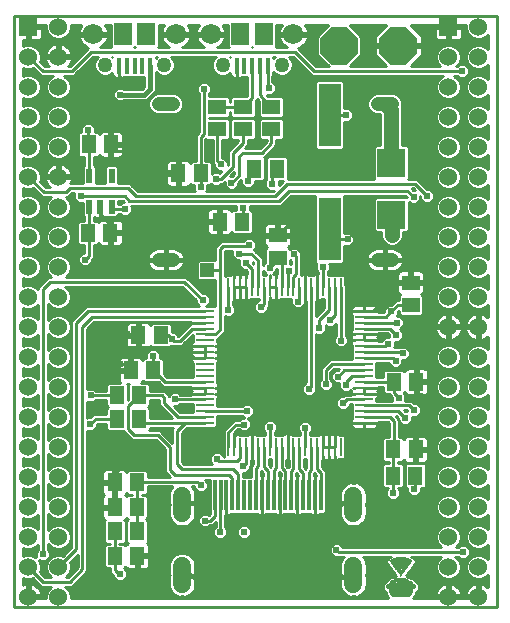
<source format=gtl>
G75*
%MOIN*%
%OFA0B0*%
%FSLAX25Y25*%
%IPPOS*%
%LPD*%
%AMOC8*
5,1,8,0,0,1.08239X$1,22.5*
%
%ADD10C,0.01000*%
%ADD11C,0.06000*%
%ADD12R,0.06000X0.06000*%
%ADD13R,0.01575X0.05315*%
%ADD14R,0.05906X0.07480*%
%ADD15C,0.06791*%
%ADD16C,0.05020*%
%ADD17C,0.04724*%
%ADD18OC8,0.12500*%
%ADD19R,0.09449X0.09449*%
%ADD20R,0.04213X0.00039*%
%ADD21R,0.04646X0.00039*%
%ADD22R,0.04921X0.00039*%
%ADD23R,0.05157X0.00039*%
%ADD24R,0.05315X0.00039*%
%ADD25R,0.05472X0.00039*%
%ADD26R,0.05630X0.00039*%
%ADD27R,0.05748X0.00039*%
%ADD28R,0.05866X0.00039*%
%ADD29R,0.05984X0.00039*%
%ADD30R,0.06102X0.00039*%
%ADD31R,0.06181X0.00039*%
%ADD32R,0.06260X0.00039*%
%ADD33R,0.06378X0.00039*%
%ADD34R,0.06457X0.00039*%
%ADD35R,0.06496X0.00039*%
%ADD36R,0.06575X0.00039*%
%ADD37R,0.06654X0.00039*%
%ADD38R,0.06732X0.00039*%
%ADD39R,0.06772X0.00039*%
%ADD40R,0.06850X0.00039*%
%ADD41R,0.06890X0.00039*%
%ADD42R,0.06929X0.00039*%
%ADD43R,0.07008X0.00039*%
%ADD44R,0.07047X0.00039*%
%ADD45R,0.07087X0.00039*%
%ADD46R,0.07165X0.00039*%
%ADD47R,0.07205X0.00039*%
%ADD48R,0.07244X0.00039*%
%ADD49R,0.07283X0.00039*%
%ADD50R,0.07323X0.00039*%
%ADD51R,0.07362X0.00039*%
%ADD52R,0.07402X0.00039*%
%ADD53R,0.07441X0.00039*%
%ADD54R,0.07480X0.00039*%
%ADD55R,0.07520X0.00039*%
%ADD56R,0.07559X0.00039*%
%ADD57R,0.07598X0.00039*%
%ADD58R,0.07638X0.00039*%
%ADD59R,0.07677X0.00039*%
%ADD60R,0.07717X0.00039*%
%ADD61R,0.07756X0.00039*%
%ADD62R,0.07795X0.00039*%
%ADD63R,0.07835X0.00039*%
%ADD64R,0.07874X0.00039*%
%ADD65R,0.07913X0.00039*%
%ADD66R,0.07953X0.00039*%
%ADD67R,0.07992X0.00039*%
%ADD68R,0.08031X0.00039*%
%ADD69R,0.08071X0.00039*%
%ADD70R,0.08110X0.00039*%
%ADD71R,0.08150X0.00039*%
%ADD72R,0.08189X0.00039*%
%ADD73R,0.08228X0.00039*%
%ADD74R,0.08268X0.00039*%
%ADD75R,0.08307X0.00039*%
%ADD76R,0.08346X0.00039*%
%ADD77R,0.08386X0.00039*%
%ADD78R,0.09094X0.00039*%
%ADD79R,0.09370X0.00039*%
%ADD80R,0.09528X0.00039*%
%ADD81R,0.09606X0.00039*%
%ADD82R,0.09685X0.00039*%
%ADD83R,0.09764X0.00039*%
%ADD84R,0.09803X0.00039*%
%ADD85R,0.09843X0.00039*%
%ADD86R,0.09646X0.00039*%
%ADD87R,0.09567X0.00039*%
%ADD88R,0.09449X0.00039*%
%ADD89R,0.09213X0.00039*%
%ADD90R,0.02323X0.00039*%
%ADD91R,0.05551X0.00039*%
%ADD92R,0.02244X0.00039*%
%ADD93R,0.05433X0.00039*%
%ADD94R,0.05394X0.00039*%
%ADD95R,0.02205X0.00039*%
%ADD96R,0.05354X0.00039*%
%ADD97R,0.05276X0.00039*%
%ADD98R,0.05197X0.00039*%
%ADD99R,0.05118X0.00039*%
%ADD100R,0.05000X0.00039*%
%ADD101R,0.04882X0.00039*%
%ADD102R,0.04843X0.00039*%
%ADD103R,0.04764X0.00039*%
%ADD104R,0.04488X0.00039*%
%ADD105R,0.03701X0.00039*%
%ADD106R,0.00433X0.00039*%
%ADD107R,0.02283X0.00039*%
%ADD108R,0.03583X0.00039*%
%ADD109R,0.03504X0.00039*%
%ADD110R,0.03425X0.00039*%
%ADD111R,0.03307X0.00039*%
%ADD112R,0.03189X0.00039*%
%ADD113R,0.03110X0.00039*%
%ADD114R,0.03071X0.00039*%
%ADD115R,0.03031X0.00039*%
%ADD116R,0.00630X0.00039*%
%ADD117R,0.01299X0.00039*%
%ADD118R,0.04449X0.00039*%
%ADD119R,0.04370X0.00039*%
%ADD120R,0.04331X0.00039*%
%ADD121R,0.03622X0.00039*%
%ADD122R,0.00472X0.00039*%
%ADD123R,0.03543X0.00039*%
%ADD124R,0.00315X0.00039*%
%ADD125R,0.03465X0.00039*%
%ADD126R,0.03386X0.00039*%
%ADD127R,0.00551X0.00039*%
%ADD128R,0.01772X0.00039*%
%ADD129R,0.00354X0.00039*%
%ADD130R,0.01614X0.00039*%
%ADD131R,0.00512X0.00039*%
%ADD132R,0.01417X0.00039*%
%ADD133R,0.01181X0.00039*%
%ADD134R,0.00906X0.00039*%
%ADD135R,0.00236X0.00039*%
%ADD136R,0.00197X0.00039*%
%ADD137R,0.00079X0.00039*%
%ADD138R,0.00039X0.00039*%
%ADD139R,0.00118X0.00039*%
%ADD140R,0.00276X0.00039*%
%ADD141R,0.00591X0.00039*%
%ADD142R,0.00669X0.00039*%
%ADD143R,0.00748X0.00039*%
%ADD144R,0.00827X0.00039*%
%ADD145R,0.00984X0.00039*%
%ADD146R,0.01063X0.00039*%
%ADD147R,0.01142X0.00039*%
%ADD148R,0.01220X0.00039*%
%ADD149R,0.01378X0.00039*%
%ADD150R,0.01457X0.00039*%
%ADD151R,0.01535X0.00039*%
%ADD152R,0.01654X0.00039*%
%ADD153R,0.01693X0.00039*%
%ADD154R,0.01850X0.00039*%
%ADD155R,0.01890X0.00039*%
%ADD156R,0.01929X0.00039*%
%ADD157R,0.02008X0.00039*%
%ADD158R,0.02087X0.00039*%
%ADD159R,0.02126X0.00039*%
%ADD160R,0.02165X0.00039*%
%ADD161R,0.02362X0.00039*%
%ADD162R,0.02402X0.00039*%
%ADD163R,0.02480X0.00039*%
%ADD164R,0.02559X0.00039*%
%ADD165R,0.02638X0.00039*%
%ADD166R,0.02717X0.00039*%
%ADD167R,0.02795X0.00039*%
%ADD168R,0.02874X0.00039*%
%ADD169R,0.02953X0.00039*%
%ADD170R,0.02992X0.00039*%
%ADD171R,0.01260X0.00039*%
%ADD172R,0.01575X0.00039*%
%ADD173R,0.01339X0.00039*%
%ADD174R,0.01732X0.00039*%
%ADD175R,0.03661X0.00039*%
%ADD176R,0.03740X0.00039*%
%ADD177R,0.03819X0.00039*%
%ADD178R,0.03898X0.00039*%
%ADD179R,0.03937X0.00039*%
%ADD180R,0.03976X0.00039*%
%ADD181R,0.04055X0.00039*%
%ADD182R,0.04094X0.00039*%
%ADD183R,0.04173X0.00039*%
%ADD184R,0.04291X0.00039*%
%ADD185R,0.04409X0.00039*%
%ADD186R,0.04528X0.00039*%
%ADD187R,0.04567X0.00039*%
%ADD188R,0.04685X0.00039*%
%ADD189R,0.04803X0.00039*%
%ADD190R,0.05039X0.00039*%
%ADD191R,0.05079X0.00039*%
%ADD192R,0.05512X0.00039*%
%ADD193R,0.05669X0.00039*%
%ADD194R,0.05787X0.00039*%
%ADD195R,0.04134X0.00039*%
%ADD196R,0.04252X0.00039*%
%ADD197R,0.01811X0.00039*%
%ADD198R,0.06339X0.00039*%
%ADD199R,0.06535X0.00039*%
%ADD200R,0.06614X0.00039*%
%ADD201R,0.06693X0.00039*%
%ADD202R,0.06969X0.00039*%
%ADD203R,0.02441X0.00039*%
%ADD204R,0.02520X0.00039*%
%ADD205R,0.04606X0.00039*%
%ADD206R,0.00945X0.00039*%
%ADD207R,0.06220X0.00039*%
%ADD208R,0.01024X0.00039*%
%ADD209R,0.06299X0.00039*%
%ADD210R,0.06142X0.00039*%
%ADD211R,0.05827X0.00039*%
%ADD212R,0.03268X0.00039*%
%ADD213R,0.05906X0.00984*%
%ADD214R,0.00984X0.05906*%
%ADD215R,0.01181X0.10236*%
%ADD216C,0.05900*%
%ADD217C,0.00000*%
%ADD218R,0.05118X0.05906*%
%ADD219R,0.05906X0.05118*%
%ADD220R,0.02200X0.04800*%
%ADD221R,0.07600X0.21000*%
%ADD222R,0.06299X0.05118*%
%ADD223R,0.05118X0.06299*%
%ADD224R,0.04724X0.04724*%
%ADD225C,0.02400*%
%ADD226C,0.01600*%
%ADD227C,0.05000*%
D10*
X0045031Y0019923D02*
X0045031Y0216673D01*
X0206031Y0216673D01*
X0206031Y0019923D01*
X0045031Y0019923D01*
X0049452Y0023659D02*
X0049452Y0027636D01*
X0048899Y0027548D01*
X0048225Y0027329D01*
X0048031Y0027230D01*
X0048031Y0029517D01*
X0049137Y0029059D01*
X0050768Y0029059D01*
X0051490Y0029358D01*
X0054226Y0026623D01*
X0055551Y0026623D01*
X0057618Y0026623D01*
X0056477Y0025481D01*
X0055852Y0023974D01*
X0055852Y0022923D01*
X0050453Y0022923D01*
X0050453Y0023659D01*
X0054429Y0023659D01*
X0054342Y0024213D01*
X0054123Y0024886D01*
X0053801Y0025517D01*
X0053385Y0026090D01*
X0052884Y0026591D01*
X0052311Y0027008D01*
X0051680Y0027329D01*
X0051006Y0027548D01*
X0050452Y0027636D01*
X0050452Y0023659D01*
X0049452Y0023659D01*
X0049452Y0023917D02*
X0050452Y0023917D01*
X0050452Y0024915D02*
X0049452Y0024915D01*
X0049452Y0025914D02*
X0050452Y0025914D01*
X0050452Y0026912D02*
X0049452Y0026912D01*
X0048031Y0027911D02*
X0052938Y0027911D01*
X0052442Y0026912D02*
X0053936Y0026912D01*
X0053513Y0025914D02*
X0056909Y0025914D01*
X0056242Y0024915D02*
X0054108Y0024915D01*
X0054389Y0023917D02*
X0055852Y0023917D01*
X0054889Y0028223D02*
X0049952Y0033159D01*
X0053434Y0035467D02*
X0053879Y0035023D01*
X0055784Y0035023D01*
X0057131Y0036370D01*
X0057131Y0038275D01*
X0056431Y0038975D01*
X0056431Y0040946D01*
X0056477Y0040836D01*
X0057630Y0039683D01*
X0059137Y0039059D01*
X0060768Y0039059D01*
X0062275Y0039683D01*
X0063428Y0040836D01*
X0064052Y0042343D01*
X0064052Y0043974D01*
X0063428Y0045481D01*
X0062275Y0046635D01*
X0060768Y0047259D01*
X0059137Y0047259D01*
X0057630Y0046635D01*
X0056477Y0045481D01*
X0056431Y0045371D01*
X0056431Y0050946D01*
X0056477Y0050836D01*
X0057630Y0049683D01*
X0059137Y0049059D01*
X0060768Y0049059D01*
X0062275Y0049683D01*
X0063428Y0050836D01*
X0064052Y0052343D01*
X0064052Y0053974D01*
X0063428Y0055481D01*
X0062275Y0056635D01*
X0060768Y0057259D01*
X0059137Y0057259D01*
X0057630Y0056635D01*
X0056477Y0055481D01*
X0056431Y0055371D01*
X0056431Y0060946D01*
X0056477Y0060836D01*
X0057630Y0059683D01*
X0059137Y0059059D01*
X0060768Y0059059D01*
X0062275Y0059683D01*
X0063428Y0060836D01*
X0064052Y0062343D01*
X0064052Y0063974D01*
X0063428Y0065481D01*
X0062275Y0066635D01*
X0060768Y0067259D01*
X0059137Y0067259D01*
X0057630Y0066635D01*
X0056477Y0065481D01*
X0056431Y0065371D01*
X0056431Y0070946D01*
X0056477Y0070836D01*
X0057630Y0069683D01*
X0059137Y0069059D01*
X0060768Y0069059D01*
X0062275Y0069683D01*
X0063428Y0070836D01*
X0064052Y0072343D01*
X0064052Y0073974D01*
X0063428Y0075481D01*
X0062275Y0076635D01*
X0060768Y0077259D01*
X0059137Y0077259D01*
X0057630Y0076635D01*
X0056477Y0075481D01*
X0056431Y0075371D01*
X0056431Y0080946D01*
X0056477Y0080836D01*
X0057630Y0079683D01*
X0059137Y0079059D01*
X0060768Y0079059D01*
X0062275Y0079683D01*
X0063428Y0080836D01*
X0064052Y0082343D01*
X0064052Y0083974D01*
X0063428Y0085481D01*
X0062275Y0086635D01*
X0060768Y0087259D01*
X0059137Y0087259D01*
X0057630Y0086635D01*
X0056477Y0085481D01*
X0056431Y0085371D01*
X0056431Y0090946D01*
X0056477Y0090836D01*
X0057630Y0089683D01*
X0059137Y0089059D01*
X0060768Y0089059D01*
X0062275Y0089683D01*
X0063428Y0090836D01*
X0064052Y0092343D01*
X0064052Y0093974D01*
X0063428Y0095481D01*
X0062275Y0096635D01*
X0060768Y0097259D01*
X0059137Y0097259D01*
X0057630Y0096635D01*
X0056477Y0095481D01*
X0056431Y0095371D01*
X0056431Y0100946D01*
X0056477Y0100836D01*
X0057630Y0099683D01*
X0059137Y0099059D01*
X0060768Y0099059D01*
X0062275Y0099683D01*
X0063428Y0100836D01*
X0064052Y0102343D01*
X0064052Y0103974D01*
X0063428Y0105481D01*
X0062275Y0106635D01*
X0060768Y0107259D01*
X0059137Y0107259D01*
X0057630Y0106635D01*
X0056477Y0105481D01*
X0056431Y0105371D01*
X0056431Y0110946D01*
X0056477Y0110836D01*
X0057630Y0109683D01*
X0059137Y0109059D01*
X0060768Y0109059D01*
X0062275Y0109683D01*
X0063428Y0110836D01*
X0064052Y0112343D01*
X0064052Y0113974D01*
X0063428Y0115481D01*
X0062275Y0116635D01*
X0060768Y0117259D01*
X0059137Y0117259D01*
X0057630Y0116635D01*
X0056477Y0115481D01*
X0056431Y0115371D01*
X0056431Y0120946D01*
X0056477Y0120836D01*
X0057630Y0119683D01*
X0059137Y0119059D01*
X0060768Y0119059D01*
X0062275Y0119683D01*
X0063428Y0120836D01*
X0064052Y0122343D01*
X0064052Y0123974D01*
X0063428Y0125481D01*
X0062287Y0126623D01*
X0101268Y0126623D01*
X0105731Y0122160D01*
X0105731Y0121170D01*
X0106778Y0120123D01*
X0070495Y0120123D01*
X0069169Y0120123D01*
X0065168Y0116123D01*
X0064231Y0115185D01*
X0064231Y0039700D01*
X0061490Y0036960D01*
X0060768Y0037259D01*
X0059137Y0037259D01*
X0057630Y0036635D01*
X0056477Y0035481D01*
X0055852Y0033974D01*
X0055852Y0032343D01*
X0056477Y0030836D01*
X0057490Y0029823D01*
X0055551Y0029823D01*
X0053753Y0031621D01*
X0054052Y0032343D01*
X0054052Y0033974D01*
X0053434Y0035467D01*
X0053669Y0034900D02*
X0056236Y0034900D01*
X0055852Y0033902D02*
X0054052Y0033902D01*
X0054052Y0032903D02*
X0055852Y0032903D01*
X0056034Y0031905D02*
X0053871Y0031905D01*
X0054468Y0030906D02*
X0056448Y0030906D01*
X0057405Y0029908D02*
X0055466Y0029908D01*
X0054889Y0028223D02*
X0063831Y0028223D01*
X0067931Y0032323D01*
X0067931Y0113223D01*
X0071263Y0116555D01*
X0108756Y0116555D01*
X0108756Y0118523D02*
X0069832Y0118523D01*
X0065831Y0114523D01*
X0065831Y0039038D01*
X0059952Y0033159D01*
X0056894Y0035899D02*
X0056660Y0035899D01*
X0057131Y0036897D02*
X0058264Y0036897D01*
X0057131Y0037896D02*
X0062427Y0037896D01*
X0063425Y0038894D02*
X0056512Y0038894D01*
X0056431Y0039893D02*
X0057420Y0039893D01*
X0056454Y0040891D02*
X0056431Y0040891D01*
X0053231Y0040639D02*
X0053231Y0038975D01*
X0052531Y0038275D01*
X0052531Y0036378D01*
X0052275Y0036635D01*
X0050768Y0037259D01*
X0049137Y0037259D01*
X0048031Y0036801D01*
X0048031Y0039517D01*
X0049137Y0039059D01*
X0050768Y0039059D01*
X0052275Y0039683D01*
X0053231Y0040639D01*
X0053231Y0039893D02*
X0052485Y0039893D01*
X0053150Y0038894D02*
X0048031Y0038894D01*
X0048031Y0037896D02*
X0052531Y0037896D01*
X0052531Y0036897D02*
X0051641Y0036897D01*
X0054831Y0037323D02*
X0054831Y0125923D01*
X0057131Y0128223D01*
X0101931Y0128223D01*
X0108031Y0122123D01*
X0107994Y0124423D02*
X0102594Y0129823D01*
X0062414Y0129823D01*
X0063428Y0130836D01*
X0064052Y0132343D01*
X0064052Y0133974D01*
X0063428Y0135481D01*
X0062275Y0136635D01*
X0060768Y0137259D01*
X0059137Y0137259D01*
X0057630Y0136635D01*
X0056477Y0135481D01*
X0055852Y0133974D01*
X0055852Y0132343D01*
X0056477Y0130836D01*
X0057490Y0129823D01*
X0056468Y0129823D01*
X0055531Y0128885D01*
X0053231Y0126585D01*
X0053231Y0125678D01*
X0052275Y0126635D01*
X0050768Y0127259D01*
X0049137Y0127259D01*
X0048031Y0126801D01*
X0048031Y0129517D01*
X0049137Y0129059D01*
X0050768Y0129059D01*
X0052275Y0129683D01*
X0053428Y0130836D01*
X0054052Y0132343D01*
X0054052Y0133974D01*
X0053428Y0135481D01*
X0052275Y0136635D01*
X0050768Y0137259D01*
X0049137Y0137259D01*
X0048031Y0136801D01*
X0048031Y0139517D01*
X0049137Y0139059D01*
X0050768Y0139059D01*
X0052275Y0139683D01*
X0053428Y0140836D01*
X0054052Y0142343D01*
X0054052Y0143974D01*
X0053428Y0145481D01*
X0052275Y0146635D01*
X0050768Y0147259D01*
X0049137Y0147259D01*
X0048031Y0146801D01*
X0048031Y0149517D01*
X0049137Y0149059D01*
X0050768Y0149059D01*
X0052275Y0149683D01*
X0053428Y0150836D01*
X0054052Y0152343D01*
X0054052Y0153974D01*
X0053428Y0155481D01*
X0052275Y0156635D01*
X0050768Y0157259D01*
X0049137Y0157259D01*
X0048031Y0156801D01*
X0048031Y0159517D01*
X0049137Y0159059D01*
X0050768Y0159059D01*
X0051490Y0159358D01*
X0054326Y0156523D01*
X0057518Y0156523D01*
X0056477Y0155481D01*
X0055852Y0153974D01*
X0055852Y0152343D01*
X0056477Y0150836D01*
X0057630Y0149683D01*
X0059137Y0149059D01*
X0060768Y0149059D01*
X0062275Y0149683D01*
X0063428Y0150836D01*
X0064052Y0152343D01*
X0064052Y0153974D01*
X0063428Y0155481D01*
X0062387Y0156523D01*
X0063194Y0156523D01*
X0064131Y0157460D01*
X0064594Y0157923D01*
X0065179Y0157923D01*
X0065131Y0157875D01*
X0065131Y0155970D01*
X0066479Y0154623D01*
X0067991Y0154623D01*
X0067991Y0150448D01*
X0068591Y0149848D01*
X0068591Y0148575D01*
X0066776Y0148575D01*
X0066132Y0147931D01*
X0066132Y0141114D01*
X0066776Y0140470D01*
X0068591Y0140470D01*
X0068591Y0137923D01*
X0067979Y0137923D01*
X0066631Y0136575D01*
X0066631Y0134670D01*
X0067979Y0133323D01*
X0069884Y0133323D01*
X0071231Y0134670D01*
X0071231Y0135660D01*
X0071791Y0136220D01*
X0071791Y0140470D01*
X0072806Y0140470D01*
X0073319Y0140983D01*
X0073512Y0140649D01*
X0073791Y0140370D01*
X0074133Y0140172D01*
X0074515Y0140070D01*
X0076771Y0140070D01*
X0076771Y0144023D01*
X0077771Y0144023D01*
X0077771Y0145023D01*
X0076771Y0145023D01*
X0076771Y0148975D01*
X0074515Y0148975D01*
X0074133Y0148873D01*
X0073791Y0148676D01*
X0073512Y0148396D01*
X0073319Y0148062D01*
X0072806Y0148575D01*
X0071791Y0148575D01*
X0071791Y0149823D01*
X0071910Y0149704D01*
X0072252Y0149506D01*
X0072634Y0149404D01*
X0073881Y0149404D01*
X0073881Y0153254D01*
X0073981Y0153254D01*
X0073981Y0149404D01*
X0075229Y0149404D01*
X0075610Y0149506D01*
X0075952Y0149704D01*
X0076114Y0149866D01*
X0076176Y0149804D01*
X0079287Y0149804D01*
X0079931Y0150448D01*
X0079931Y0150923D01*
X0080379Y0150923D01*
X0081079Y0150223D01*
X0082984Y0150223D01*
X0084331Y0151570D01*
X0084331Y0153475D01*
X0084184Y0153623D01*
X0119231Y0153623D01*
X0119231Y0152275D01*
X0118157Y0152275D01*
X0117643Y0151762D01*
X0117450Y0152096D01*
X0117171Y0152376D01*
X0116829Y0152573D01*
X0116448Y0152675D01*
X0114191Y0152675D01*
X0114191Y0148723D01*
X0113191Y0148723D01*
X0113191Y0152675D01*
X0110934Y0152675D01*
X0110553Y0152573D01*
X0110211Y0152376D01*
X0109932Y0152096D01*
X0109734Y0151754D01*
X0109632Y0151373D01*
X0109632Y0148723D01*
X0113191Y0148723D01*
X0113191Y0147723D01*
X0109632Y0147723D01*
X0109632Y0145072D01*
X0109734Y0144691D01*
X0109932Y0144349D01*
X0110211Y0144070D01*
X0110553Y0143872D01*
X0110934Y0143770D01*
X0113191Y0143770D01*
X0113191Y0147723D01*
X0114191Y0147723D01*
X0114191Y0143770D01*
X0116448Y0143770D01*
X0116829Y0143872D01*
X0117171Y0144070D01*
X0117450Y0144349D01*
X0117643Y0144683D01*
X0118157Y0144170D01*
X0124186Y0144170D01*
X0124830Y0144814D01*
X0124830Y0151631D01*
X0124186Y0152275D01*
X0123831Y0152275D01*
X0123831Y0153623D01*
X0134094Y0153623D01*
X0135031Y0154560D01*
X0137394Y0156923D01*
X0145576Y0156923D01*
X0145431Y0156778D01*
X0145431Y0134867D01*
X0145927Y0134371D01*
X0145731Y0134175D01*
X0145731Y0132270D01*
X0146526Y0131475D01*
X0146526Y0130850D01*
X0146158Y0130850D01*
X0146158Y0126397D01*
X0146158Y0121945D01*
X0146848Y0121945D01*
X0147229Y0122047D01*
X0147571Y0122244D01*
X0147671Y0122345D01*
X0148495Y0122345D01*
X0148495Y0119349D01*
X0146168Y0117023D01*
X0145789Y0116644D01*
X0145789Y0121945D01*
X0146158Y0121945D01*
X0146158Y0126397D01*
X0146158Y0126397D01*
X0146158Y0119665D01*
X0147231Y0120592D01*
X0148495Y0120772D02*
X0145789Y0120772D01*
X0145789Y0119774D02*
X0148495Y0119774D01*
X0147921Y0118775D02*
X0145789Y0118775D01*
X0145789Y0117777D02*
X0146923Y0117777D01*
X0145924Y0116778D02*
X0145789Y0116778D01*
X0146831Y0115423D02*
X0146831Y0112923D01*
X0149131Y0112784D02*
X0152531Y0112784D01*
X0152531Y0111786D02*
X0148947Y0111786D01*
X0149131Y0111970D02*
X0149131Y0113670D01*
X0149579Y0113223D01*
X0151484Y0113223D01*
X0152531Y0114270D01*
X0152531Y0110275D01*
X0151831Y0109575D01*
X0151831Y0107670D01*
X0153179Y0106323D01*
X0155084Y0106323D01*
X0156431Y0107670D01*
X0156431Y0109575D01*
X0155731Y0110275D01*
X0155731Y0126961D01*
X0155624Y0127068D01*
X0155624Y0129806D01*
X0154980Y0130450D01*
X0153084Y0130450D01*
X0153048Y0130414D01*
X0153011Y0130450D01*
X0151116Y0130450D01*
X0151079Y0130414D01*
X0151043Y0130450D01*
X0149726Y0130450D01*
X0149726Y0131665D01*
X0150331Y0132270D01*
X0150331Y0134175D01*
X0150284Y0134223D01*
X0154587Y0134223D01*
X0155231Y0134867D01*
X0155231Y0140170D01*
X0155379Y0140023D01*
X0157284Y0140023D01*
X0158631Y0141370D01*
X0158631Y0143275D01*
X0157284Y0144623D01*
X0155379Y0144623D01*
X0155231Y0144475D01*
X0155231Y0156778D01*
X0155087Y0156923D01*
X0175568Y0156923D01*
X0176031Y0156460D01*
X0176031Y0156386D01*
X0165704Y0156386D01*
X0165060Y0155741D01*
X0165060Y0145381D01*
X0165704Y0144737D01*
X0167531Y0144737D01*
X0167531Y0143106D01*
X0168079Y0141783D01*
X0169092Y0140771D01*
X0170415Y0140223D01*
X0171847Y0140223D01*
X0173170Y0140771D01*
X0174183Y0141783D01*
X0174731Y0143106D01*
X0174731Y0144737D01*
X0176064Y0144737D01*
X0176708Y0145381D01*
X0176708Y0154793D01*
X0177379Y0154123D01*
X0179284Y0154123D01*
X0180631Y0155470D01*
X0180631Y0156860D01*
X0180631Y0156860D01*
X0180631Y0155870D01*
X0181979Y0154523D01*
X0183884Y0154523D01*
X0185231Y0155870D01*
X0185231Y0157775D01*
X0183884Y0159123D01*
X0182894Y0159123D01*
X0179494Y0162523D01*
X0176527Y0162523D01*
X0176708Y0162704D01*
X0176708Y0173064D01*
X0176064Y0173708D01*
X0174484Y0173708D01*
X0174484Y0186086D01*
X0174365Y0186373D01*
X0174556Y0186834D01*
X0174556Y0188211D01*
X0174029Y0189484D01*
X0173055Y0190458D01*
X0171782Y0190985D01*
X0169780Y0190985D01*
X0169447Y0191123D01*
X0168015Y0191123D01*
X0167682Y0190985D01*
X0165680Y0190985D01*
X0164408Y0190458D01*
X0163434Y0189484D01*
X0162907Y0188211D01*
X0162907Y0186834D01*
X0163434Y0185561D01*
X0164408Y0184587D01*
X0165680Y0184060D01*
X0167102Y0184060D01*
X0167284Y0183879D01*
X0167284Y0173708D01*
X0165704Y0173708D01*
X0165060Y0173064D01*
X0165060Y0162704D01*
X0165241Y0162523D01*
X0136430Y0162523D01*
X0136430Y0169528D01*
X0135786Y0170172D01*
X0129757Y0170172D01*
X0129112Y0169528D01*
X0129112Y0162317D01*
X0129193Y0162237D01*
X0128831Y0161875D01*
X0128831Y0159970D01*
X0130179Y0158623D01*
X0131668Y0158623D01*
X0131468Y0158423D01*
X0109284Y0158423D01*
X0109631Y0158770D01*
X0109631Y0160370D01*
X0110386Y0160370D01*
X0110909Y0160892D01*
X0111579Y0160223D01*
X0113484Y0160223D01*
X0114184Y0160923D01*
X0114694Y0160923D01*
X0115331Y0161560D01*
X0115331Y0160170D01*
X0116679Y0158823D01*
X0118584Y0158823D01*
X0119931Y0160170D01*
X0119931Y0161160D01*
X0120831Y0162060D01*
X0120831Y0160770D01*
X0122179Y0159423D01*
X0124084Y0159423D01*
X0125431Y0160770D01*
X0125431Y0161673D01*
X0128306Y0161673D01*
X0128950Y0162317D01*
X0128950Y0169528D01*
X0128625Y0169853D01*
X0129331Y0170560D01*
X0132531Y0173760D01*
X0132531Y0175423D01*
X0134536Y0175423D01*
X0135181Y0176068D01*
X0135181Y0182097D01*
X0134536Y0182741D01*
X0127326Y0182741D01*
X0126682Y0182097D01*
X0126682Y0176068D01*
X0127326Y0175423D01*
X0129331Y0175423D01*
X0129331Y0175085D01*
X0127068Y0172823D01*
X0122094Y0172823D01*
X0123131Y0173860D01*
X0123131Y0175423D01*
X0125136Y0175423D01*
X0125781Y0176068D01*
X0125781Y0182097D01*
X0125136Y0182741D01*
X0117926Y0182741D01*
X0117282Y0182097D01*
X0117282Y0176068D01*
X0117926Y0175423D01*
X0119931Y0175423D01*
X0119931Y0175185D01*
X0117468Y0172723D01*
X0116531Y0171785D01*
X0116531Y0167285D01*
X0116431Y0167185D01*
X0116431Y0168275D01*
X0115084Y0169623D01*
X0114531Y0169623D01*
X0114531Y0175423D01*
X0116536Y0175423D01*
X0117181Y0176068D01*
X0117181Y0182097D01*
X0116536Y0182741D01*
X0110031Y0182741D01*
X0110031Y0182904D01*
X0116536Y0182904D01*
X0117181Y0183548D01*
X0117181Y0184963D01*
X0117282Y0184963D01*
X0117282Y0183548D01*
X0117926Y0182904D01*
X0125136Y0182904D01*
X0125781Y0183548D01*
X0125781Y0188550D01*
X0126131Y0188900D01*
X0126131Y0189100D01*
X0126682Y0188550D01*
X0126682Y0183548D01*
X0127326Y0182904D01*
X0134536Y0182904D01*
X0135181Y0183548D01*
X0135181Y0189577D01*
X0134536Y0190222D01*
X0129535Y0190222D01*
X0129334Y0190423D01*
X0131184Y0190423D01*
X0132531Y0191770D01*
X0132531Y0193675D01*
X0131249Y0194957D01*
X0131249Y0196865D01*
X0131537Y0197152D01*
X0131537Y0198194D01*
X0132329Y0197402D01*
X0133656Y0196852D01*
X0135092Y0196852D01*
X0136419Y0197402D01*
X0137434Y0198417D01*
X0137984Y0199744D01*
X0137984Y0201180D01*
X0137434Y0202507D01*
X0136718Y0203223D01*
X0138168Y0203223D01*
X0144568Y0196823D01*
X0188084Y0196823D01*
X0187630Y0196635D01*
X0186477Y0195481D01*
X0185852Y0193974D01*
X0185852Y0192343D01*
X0186477Y0190836D01*
X0187630Y0189683D01*
X0189137Y0189059D01*
X0190768Y0189059D01*
X0192275Y0189683D01*
X0193428Y0190836D01*
X0194052Y0192343D01*
X0194052Y0193974D01*
X0193428Y0195481D01*
X0192275Y0196635D01*
X0191821Y0196823D01*
X0192779Y0196823D01*
X0193479Y0196123D01*
X0195384Y0196123D01*
X0196731Y0197470D01*
X0196731Y0199375D01*
X0195384Y0200723D01*
X0193479Y0200723D01*
X0192779Y0200023D01*
X0192614Y0200023D01*
X0193428Y0200836D01*
X0194052Y0202343D01*
X0194052Y0203974D01*
X0193428Y0205481D01*
X0192275Y0206635D01*
X0190768Y0207259D01*
X0189137Y0207259D01*
X0187630Y0206635D01*
X0186477Y0205481D01*
X0185852Y0203974D01*
X0185852Y0202343D01*
X0186477Y0200836D01*
X0187290Y0200023D01*
X0177320Y0200023D01*
X0181010Y0203712D01*
X0181010Y0206423D01*
X0173760Y0206423D01*
X0173760Y0207423D01*
X0181010Y0207423D01*
X0181010Y0210133D01*
X0177470Y0213673D01*
X0185452Y0213673D01*
X0185452Y0213659D01*
X0189452Y0213659D01*
X0189452Y0212659D01*
X0185452Y0212659D01*
X0185452Y0209961D01*
X0185555Y0209580D01*
X0185752Y0209238D01*
X0186031Y0208958D01*
X0186373Y0208761D01*
X0186755Y0208659D01*
X0189452Y0208659D01*
X0189452Y0212659D01*
X0190452Y0212659D01*
X0190452Y0208659D01*
X0193150Y0208659D01*
X0193531Y0208761D01*
X0193873Y0208958D01*
X0194153Y0209238D01*
X0194350Y0209580D01*
X0194452Y0209961D01*
X0194452Y0212659D01*
X0190453Y0212659D01*
X0190453Y0213659D01*
X0194452Y0213659D01*
X0194452Y0213673D01*
X0195852Y0213673D01*
X0195852Y0212343D01*
X0196477Y0210836D01*
X0197630Y0209683D01*
X0199137Y0209059D01*
X0200768Y0209059D01*
X0202275Y0209683D01*
X0203031Y0210439D01*
X0203031Y0205878D01*
X0202275Y0206635D01*
X0200768Y0207259D01*
X0199137Y0207259D01*
X0197630Y0206635D01*
X0196477Y0205481D01*
X0195852Y0203974D01*
X0195852Y0202343D01*
X0196477Y0200836D01*
X0197630Y0199683D01*
X0199137Y0199059D01*
X0200768Y0199059D01*
X0202275Y0199683D01*
X0203031Y0200439D01*
X0203031Y0195878D01*
X0202275Y0196635D01*
X0200768Y0197259D01*
X0199137Y0197259D01*
X0197630Y0196635D01*
X0196477Y0195481D01*
X0195852Y0193974D01*
X0195852Y0192343D01*
X0196477Y0190836D01*
X0197630Y0189683D01*
X0199137Y0189059D01*
X0200768Y0189059D01*
X0202275Y0189683D01*
X0203031Y0190439D01*
X0203031Y0185878D01*
X0202275Y0186635D01*
X0200768Y0187259D01*
X0199137Y0187259D01*
X0197630Y0186635D01*
X0196477Y0185481D01*
X0195852Y0183974D01*
X0195852Y0182343D01*
X0196477Y0180836D01*
X0197630Y0179683D01*
X0199137Y0179059D01*
X0200768Y0179059D01*
X0202275Y0179683D01*
X0203031Y0180439D01*
X0203031Y0175878D01*
X0202275Y0176635D01*
X0200768Y0177259D01*
X0199137Y0177259D01*
X0197630Y0176635D01*
X0196477Y0175481D01*
X0195852Y0173974D01*
X0195852Y0172343D01*
X0196477Y0170836D01*
X0197630Y0169683D01*
X0199137Y0169059D01*
X0200768Y0169059D01*
X0202275Y0169683D01*
X0203031Y0170439D01*
X0203031Y0165878D01*
X0202275Y0166635D01*
X0200768Y0167259D01*
X0199137Y0167259D01*
X0197630Y0166635D01*
X0196477Y0165481D01*
X0195852Y0163974D01*
X0195852Y0162343D01*
X0196477Y0160836D01*
X0197630Y0159683D01*
X0199137Y0159059D01*
X0200768Y0159059D01*
X0202275Y0159683D01*
X0203031Y0160439D01*
X0203031Y0155878D01*
X0202275Y0156635D01*
X0200768Y0157259D01*
X0199137Y0157259D01*
X0197630Y0156635D01*
X0196477Y0155481D01*
X0195852Y0153974D01*
X0195852Y0152343D01*
X0196477Y0150836D01*
X0197630Y0149683D01*
X0199137Y0149059D01*
X0200768Y0149059D01*
X0202275Y0149683D01*
X0203031Y0150439D01*
X0203031Y0145878D01*
X0202275Y0146635D01*
X0200768Y0147259D01*
X0199137Y0147259D01*
X0197630Y0146635D01*
X0196477Y0145481D01*
X0195852Y0143974D01*
X0195852Y0142343D01*
X0196477Y0140836D01*
X0197630Y0139683D01*
X0199137Y0139059D01*
X0200768Y0139059D01*
X0202275Y0139683D01*
X0203031Y0140439D01*
X0203031Y0135878D01*
X0202275Y0136635D01*
X0200768Y0137259D01*
X0199137Y0137259D01*
X0197630Y0136635D01*
X0196477Y0135481D01*
X0195852Y0133974D01*
X0195852Y0132343D01*
X0196477Y0130836D01*
X0197630Y0129683D01*
X0199137Y0129059D01*
X0200768Y0129059D01*
X0202275Y0129683D01*
X0203031Y0130439D01*
X0203031Y0125878D01*
X0202275Y0126635D01*
X0200768Y0127259D01*
X0199137Y0127259D01*
X0197630Y0126635D01*
X0196477Y0125481D01*
X0195852Y0123974D01*
X0195852Y0122343D01*
X0196477Y0120836D01*
X0197630Y0119683D01*
X0199137Y0119059D01*
X0200768Y0119059D01*
X0202275Y0119683D01*
X0203031Y0120439D01*
X0203031Y0116444D01*
X0202884Y0116591D01*
X0202311Y0117008D01*
X0201680Y0117329D01*
X0201006Y0117548D01*
X0200452Y0117636D01*
X0200452Y0113659D01*
X0199452Y0113659D01*
X0199452Y0112659D01*
X0195476Y0112659D01*
X0195563Y0112105D01*
X0195782Y0111431D01*
X0196104Y0110800D01*
X0196520Y0110227D01*
X0197021Y0109726D01*
X0197594Y0109310D01*
X0198225Y0108988D01*
X0198899Y0108770D01*
X0199452Y0108682D01*
X0199452Y0112659D01*
X0200452Y0112659D01*
X0200452Y0108682D01*
X0201006Y0108770D01*
X0201680Y0108988D01*
X0202311Y0109310D01*
X0202884Y0109726D01*
X0203031Y0109874D01*
X0203031Y0105878D01*
X0202275Y0106635D01*
X0200768Y0107259D01*
X0199137Y0107259D01*
X0197630Y0106635D01*
X0196477Y0105481D01*
X0195852Y0103974D01*
X0195852Y0102343D01*
X0196477Y0100836D01*
X0197630Y0099683D01*
X0199137Y0099059D01*
X0200768Y0099059D01*
X0202275Y0099683D01*
X0203031Y0100439D01*
X0203031Y0095878D01*
X0202275Y0096635D01*
X0200768Y0097259D01*
X0199137Y0097259D01*
X0197630Y0096635D01*
X0196477Y0095481D01*
X0195852Y0093974D01*
X0195852Y0092343D01*
X0196477Y0090836D01*
X0197630Y0089683D01*
X0199137Y0089059D01*
X0200768Y0089059D01*
X0202275Y0089683D01*
X0203031Y0090439D01*
X0203031Y0085878D01*
X0202275Y0086635D01*
X0200768Y0087259D01*
X0199137Y0087259D01*
X0197630Y0086635D01*
X0196477Y0085481D01*
X0195852Y0083974D01*
X0195852Y0082343D01*
X0196477Y0080836D01*
X0197630Y0079683D01*
X0199137Y0079059D01*
X0200768Y0079059D01*
X0202275Y0079683D01*
X0203031Y0080439D01*
X0203031Y0075878D01*
X0202275Y0076635D01*
X0200768Y0077259D01*
X0199137Y0077259D01*
X0197630Y0076635D01*
X0196477Y0075481D01*
X0195852Y0073974D01*
X0195852Y0072343D01*
X0196477Y0070836D01*
X0197630Y0069683D01*
X0199137Y0069059D01*
X0200768Y0069059D01*
X0202275Y0069683D01*
X0203031Y0070439D01*
X0203031Y0065878D01*
X0202275Y0066635D01*
X0200768Y0067259D01*
X0199137Y0067259D01*
X0197630Y0066635D01*
X0196477Y0065481D01*
X0195852Y0063974D01*
X0195852Y0062343D01*
X0196477Y0060836D01*
X0197630Y0059683D01*
X0199137Y0059059D01*
X0200768Y0059059D01*
X0202275Y0059683D01*
X0203031Y0060439D01*
X0203031Y0055878D01*
X0202275Y0056635D01*
X0200768Y0057259D01*
X0199137Y0057259D01*
X0197630Y0056635D01*
X0196477Y0055481D01*
X0195852Y0053974D01*
X0195852Y0052343D01*
X0196477Y0050836D01*
X0197630Y0049683D01*
X0199137Y0049059D01*
X0200768Y0049059D01*
X0202275Y0049683D01*
X0203031Y0050439D01*
X0203031Y0045878D01*
X0202275Y0046635D01*
X0200768Y0047259D01*
X0199137Y0047259D01*
X0197630Y0046635D01*
X0196477Y0045481D01*
X0195852Y0043974D01*
X0195852Y0042343D01*
X0196477Y0040836D01*
X0197630Y0039683D01*
X0199137Y0039059D01*
X0200768Y0039059D01*
X0202275Y0039683D01*
X0203031Y0040439D01*
X0203031Y0035878D01*
X0202275Y0036635D01*
X0200768Y0037259D01*
X0199137Y0037259D01*
X0197630Y0036635D01*
X0196477Y0035481D01*
X0195852Y0033974D01*
X0195852Y0032343D01*
X0196477Y0030836D01*
X0197630Y0029683D01*
X0199137Y0029059D01*
X0200768Y0029059D01*
X0202275Y0029683D01*
X0203031Y0030439D01*
X0203031Y0026444D01*
X0202884Y0026591D01*
X0202311Y0027008D01*
X0201680Y0027329D01*
X0201006Y0027548D01*
X0200452Y0027636D01*
X0200452Y0023659D01*
X0199452Y0023659D01*
X0199452Y0022923D01*
X0190453Y0022923D01*
X0190453Y0023659D01*
X0194429Y0023659D01*
X0194342Y0024213D01*
X0194123Y0024886D01*
X0193801Y0025517D01*
X0193385Y0026090D01*
X0192884Y0026591D01*
X0192311Y0027008D01*
X0191680Y0027329D01*
X0191006Y0027548D01*
X0190452Y0027636D01*
X0190452Y0023659D01*
X0189452Y0023659D01*
X0189452Y0022923D01*
X0178278Y0022923D01*
X0178558Y0023202D01*
X0178558Y0023202D01*
X0178597Y0023242D01*
X0178597Y0023281D01*
X0178676Y0023360D01*
X0178676Y0023399D01*
X0178755Y0023478D01*
X0178755Y0023517D01*
X0178834Y0023596D01*
X0178834Y0023635D01*
X0178873Y0023675D01*
X0178873Y0023714D01*
X0178912Y0023754D01*
X0178912Y0023793D01*
X0178952Y0023832D01*
X0178952Y0023872D01*
X0178991Y0023911D01*
X0178991Y0023990D01*
X0179030Y0024029D01*
X0179030Y0024068D01*
X0179070Y0024108D01*
X0179070Y0024187D01*
X0179109Y0024226D01*
X0179109Y0024265D01*
X0179149Y0024305D01*
X0179149Y0024383D01*
X0179188Y0024423D01*
X0179188Y0024541D01*
X0179227Y0024580D01*
X0179227Y0024659D01*
X0179267Y0024698D01*
X0179267Y0024802D01*
X0179292Y0024802D01*
X0179331Y0024841D01*
X0179370Y0024841D01*
X0179410Y0024881D01*
X0179449Y0024920D01*
X0179488Y0024960D01*
X0180133Y0025604D01*
X0180133Y0025683D01*
X0180172Y0025722D01*
X0180172Y0027145D01*
X0180133Y0027184D01*
X0180133Y0027263D01*
X0180093Y0027303D01*
X0180054Y0027342D01*
X0180015Y0027381D01*
X0179975Y0027421D01*
X0179331Y0028065D01*
X0179252Y0028065D01*
X0179213Y0028104D01*
X0179188Y0028104D01*
X0179188Y0028169D01*
X0179149Y0028208D01*
X0179149Y0028247D01*
X0179109Y0028287D01*
X0179070Y0028326D01*
X0179070Y0028366D01*
X0178425Y0029010D01*
X0178189Y0029246D01*
X0178150Y0029246D01*
X0178110Y0029286D01*
X0178071Y0029286D01*
X0178032Y0029325D01*
X0177953Y0029325D01*
X0177914Y0029364D01*
X0177402Y0029364D01*
X0176890Y0029876D01*
X0176851Y0029876D01*
X0176772Y0029955D01*
X0176378Y0029955D01*
X0175943Y0030390D01*
X0175960Y0030407D01*
X0175960Y0030446D01*
X0176078Y0030565D01*
X0176078Y0030604D01*
X0176196Y0030722D01*
X0176196Y0030761D01*
X0176314Y0030880D01*
X0176314Y0030919D01*
X0176432Y0031037D01*
X0176432Y0031076D01*
X0176471Y0031116D01*
X0176511Y0031155D01*
X0176511Y0031194D01*
X0176629Y0031313D01*
X0176629Y0031352D01*
X0176747Y0031470D01*
X0176747Y0031509D01*
X0176865Y0031628D01*
X0176865Y0031667D01*
X0176983Y0031785D01*
X0176983Y0031824D01*
X0177101Y0031943D01*
X0177101Y0031982D01*
X0177219Y0032100D01*
X0177219Y0032139D01*
X0177337Y0032257D01*
X0177337Y0032297D01*
X0177456Y0032415D01*
X0177456Y0032454D01*
X0177574Y0032572D01*
X0177574Y0032612D01*
X0177692Y0032730D01*
X0177692Y0032769D01*
X0177771Y0032848D01*
X0177771Y0032887D01*
X0177889Y0033005D01*
X0177889Y0033045D01*
X0178007Y0033163D01*
X0178007Y0033202D01*
X0178125Y0033320D01*
X0178125Y0033360D01*
X0178204Y0033439D01*
X0178243Y0033478D01*
X0178243Y0033517D01*
X0178361Y0033635D01*
X0178361Y0033675D01*
X0178479Y0033793D01*
X0178479Y0033832D01*
X0178597Y0033950D01*
X0178597Y0033990D01*
X0178715Y0034108D01*
X0178715Y0034147D01*
X0178834Y0034265D01*
X0178834Y0034305D01*
X0178952Y0034423D01*
X0178952Y0034462D01*
X0179030Y0034541D01*
X0179030Y0035570D01*
X0178386Y0036215D01*
X0178347Y0036215D01*
X0178268Y0036293D01*
X0178229Y0036293D01*
X0178189Y0036333D01*
X0178150Y0036333D01*
X0178110Y0036372D01*
X0178071Y0036372D01*
X0178032Y0036412D01*
X0177992Y0036412D01*
X0177914Y0036490D01*
X0177874Y0036490D01*
X0177835Y0036530D01*
X0177795Y0036530D01*
X0177756Y0036569D01*
X0177717Y0036569D01*
X0177677Y0036608D01*
X0177638Y0036608D01*
X0177624Y0036623D01*
X0187618Y0036623D01*
X0186477Y0035481D01*
X0185852Y0033974D01*
X0185852Y0032343D01*
X0186477Y0030836D01*
X0187630Y0029683D01*
X0189137Y0029059D01*
X0190768Y0029059D01*
X0192275Y0029683D01*
X0193428Y0030836D01*
X0194052Y0032343D01*
X0194052Y0033974D01*
X0193428Y0035481D01*
X0192287Y0036623D01*
X0193079Y0036623D01*
X0193779Y0035923D01*
X0195684Y0035923D01*
X0197031Y0037270D01*
X0197031Y0039175D01*
X0195684Y0040523D01*
X0193779Y0040523D01*
X0193079Y0039823D01*
X0192414Y0039823D01*
X0193428Y0040836D01*
X0194052Y0042343D01*
X0194052Y0043974D01*
X0193428Y0045481D01*
X0192275Y0046635D01*
X0190768Y0047259D01*
X0189137Y0047259D01*
X0187630Y0046635D01*
X0186477Y0045481D01*
X0185852Y0043974D01*
X0185852Y0042343D01*
X0186477Y0040836D01*
X0187490Y0039823D01*
X0154931Y0039823D01*
X0154931Y0039875D01*
X0153584Y0041223D01*
X0151679Y0041223D01*
X0150331Y0039875D01*
X0150331Y0037970D01*
X0151679Y0036623D01*
X0155097Y0036623D01*
X0154880Y0036405D01*
X0154469Y0035839D01*
X0154151Y0035215D01*
X0153934Y0034548D01*
X0153825Y0033857D01*
X0153825Y0030942D01*
X0154003Y0030942D01*
X0154003Y0030927D01*
X0154140Y0030596D01*
X0154003Y0030264D01*
X0154003Y0030171D01*
X0153825Y0030171D01*
X0153825Y0027256D01*
X0153934Y0026564D01*
X0154151Y0025898D01*
X0154469Y0025274D01*
X0154880Y0024707D01*
X0155376Y0024212D01*
X0155942Y0023800D01*
X0156566Y0023482D01*
X0157232Y0023266D01*
X0157889Y0023162D01*
X0157889Y0023371D01*
X0158660Y0023371D01*
X0158660Y0023162D01*
X0159317Y0023266D01*
X0159983Y0023482D01*
X0160607Y0023800D01*
X0161173Y0024212D01*
X0161669Y0024707D01*
X0162080Y0025274D01*
X0162398Y0025898D01*
X0162615Y0026564D01*
X0162724Y0027256D01*
X0162724Y0030171D01*
X0162546Y0030171D01*
X0162546Y0030264D01*
X0162409Y0030596D01*
X0162546Y0030927D01*
X0162546Y0030942D01*
X0162724Y0030942D01*
X0162724Y0033857D01*
X0162615Y0034548D01*
X0162398Y0035215D01*
X0162080Y0035839D01*
X0161669Y0036405D01*
X0161452Y0036623D01*
X0170678Y0036623D01*
X0170664Y0036608D01*
X0170624Y0036608D01*
X0170585Y0036569D01*
X0170546Y0036569D01*
X0170506Y0036530D01*
X0170467Y0036530D01*
X0170428Y0036490D01*
X0170388Y0036490D01*
X0170349Y0036451D01*
X0170309Y0036451D01*
X0170270Y0036412D01*
X0170231Y0036412D01*
X0170152Y0036333D01*
X0170113Y0036333D01*
X0170073Y0036293D01*
X0170034Y0036293D01*
X0169994Y0036254D01*
X0169955Y0036254D01*
X0169311Y0035610D01*
X0169271Y0035570D01*
X0169232Y0035531D01*
X0169232Y0034580D01*
X0169311Y0034502D01*
X0169311Y0034462D01*
X0169429Y0034344D01*
X0169429Y0034305D01*
X0169547Y0034187D01*
X0169547Y0034147D01*
X0169665Y0034029D01*
X0169665Y0033990D01*
X0169783Y0033872D01*
X0169783Y0033832D01*
X0169862Y0033754D01*
X0169862Y0033714D01*
X0169980Y0033596D01*
X0169980Y0033557D01*
X0170059Y0033478D01*
X0170098Y0033439D01*
X0170098Y0033399D01*
X0170216Y0033281D01*
X0170216Y0033242D01*
X0170334Y0033124D01*
X0170334Y0033084D01*
X0170452Y0032966D01*
X0170452Y0032927D01*
X0170531Y0032848D01*
X0170531Y0032809D01*
X0170649Y0032691D01*
X0170649Y0032651D01*
X0170767Y0032533D01*
X0170767Y0032494D01*
X0170886Y0032376D01*
X0170886Y0032336D01*
X0171004Y0032218D01*
X0171004Y0032179D01*
X0171043Y0032139D01*
X0171082Y0032100D01*
X0171082Y0032061D01*
X0171200Y0031943D01*
X0171200Y0031903D01*
X0171319Y0031785D01*
X0171319Y0031746D01*
X0171437Y0031628D01*
X0171437Y0031588D01*
X0171555Y0031470D01*
X0171555Y0031431D01*
X0171634Y0031352D01*
X0171634Y0031313D01*
X0171752Y0031194D01*
X0171752Y0031155D01*
X0171791Y0031116D01*
X0171791Y0031116D01*
X0171870Y0031037D01*
X0171870Y0030998D01*
X0171988Y0030880D01*
X0171988Y0030840D01*
X0172106Y0030722D01*
X0172106Y0030683D01*
X0172224Y0030565D01*
X0172224Y0030525D01*
X0172303Y0030446D01*
X0172303Y0030407D01*
X0172421Y0030289D01*
X0172421Y0030250D01*
X0172480Y0030191D01*
X0171845Y0030191D01*
X0171372Y0029719D01*
X0170742Y0029719D01*
X0170703Y0029679D01*
X0170585Y0029679D01*
X0170546Y0029640D01*
X0170467Y0029640D01*
X0170428Y0029601D01*
X0170388Y0029601D01*
X0170349Y0029561D01*
X0170309Y0029561D01*
X0170231Y0029482D01*
X0170191Y0029482D01*
X0169547Y0028838D01*
X0169508Y0028799D01*
X0169468Y0028759D01*
X0169429Y0028720D01*
X0169389Y0028681D01*
X0169350Y0028641D01*
X0169311Y0028602D01*
X0169311Y0028562D01*
X0169271Y0028523D01*
X0169232Y0028484D01*
X0169232Y0028444D01*
X0169193Y0028405D01*
X0169193Y0028366D01*
X0169153Y0028326D01*
X0169153Y0028287D01*
X0169114Y0028247D01*
X0169114Y0028169D01*
X0169075Y0028129D01*
X0169075Y0028090D01*
X0169050Y0028065D01*
X0168971Y0028065D01*
X0168931Y0028026D01*
X0168892Y0028026D01*
X0168248Y0027381D01*
X0168208Y0027342D01*
X0168208Y0027303D01*
X0168169Y0027263D01*
X0168169Y0027224D01*
X0168130Y0027184D01*
X0168130Y0025683D01*
X0168169Y0025643D01*
X0168169Y0025604D01*
X0168813Y0024960D01*
X0168853Y0024920D01*
X0168892Y0024881D01*
X0168931Y0024841D01*
X0168956Y0024841D01*
X0168956Y0024777D01*
X0168996Y0024738D01*
X0168996Y0024620D01*
X0169035Y0024580D01*
X0169035Y0024502D01*
X0169075Y0024462D01*
X0169075Y0024383D01*
X0169114Y0024344D01*
X0169114Y0024265D01*
X0169153Y0024226D01*
X0169153Y0024147D01*
X0169193Y0024108D01*
X0169193Y0024068D01*
X0169232Y0024029D01*
X0169232Y0023950D01*
X0169271Y0023911D01*
X0169271Y0023872D01*
X0169311Y0023832D01*
X0169311Y0023793D01*
X0169350Y0023754D01*
X0169350Y0023714D01*
X0169389Y0023675D01*
X0169389Y0023635D01*
X0169429Y0023596D01*
X0169429Y0023557D01*
X0169508Y0023478D01*
X0169508Y0023439D01*
X0169586Y0023360D01*
X0169586Y0023320D01*
X0169704Y0023202D01*
X0169783Y0023124D01*
X0169783Y0023084D01*
X0169945Y0022923D01*
X0064052Y0022923D01*
X0064052Y0023974D01*
X0063428Y0025481D01*
X0062287Y0026623D01*
X0064494Y0026623D01*
X0065431Y0027560D01*
X0069531Y0031660D01*
X0069531Y0078470D01*
X0069579Y0078423D01*
X0071484Y0078423D01*
X0072831Y0079770D01*
X0072831Y0080760D01*
X0072994Y0080923D01*
X0075732Y0080923D01*
X0075732Y0079114D01*
X0076376Y0078470D01*
X0081531Y0078470D01*
X0081531Y0078460D01*
X0082468Y0077523D01*
X0082468Y0077523D01*
X0084368Y0075623D01*
X0092368Y0075623D01*
X0095631Y0072360D01*
X0095631Y0064760D01*
X0096568Y0063823D01*
X0096568Y0063823D01*
X0097168Y0063223D01*
X0089830Y0063223D01*
X0089830Y0064731D01*
X0089186Y0065375D01*
X0083157Y0065375D01*
X0082643Y0064862D01*
X0082450Y0065196D01*
X0082171Y0065476D01*
X0081829Y0065673D01*
X0081448Y0065775D01*
X0079191Y0065775D01*
X0079191Y0061823D01*
X0078191Y0061823D01*
X0078191Y0065775D01*
X0075934Y0065775D01*
X0075553Y0065673D01*
X0075211Y0065476D01*
X0074932Y0065196D01*
X0074734Y0064854D01*
X0074632Y0064473D01*
X0074632Y0061823D01*
X0078191Y0061823D01*
X0078191Y0060823D01*
X0074632Y0060823D01*
X0074632Y0058172D01*
X0074734Y0057791D01*
X0074932Y0057449D01*
X0075158Y0057223D01*
X0074932Y0056996D01*
X0074734Y0056654D01*
X0074632Y0056273D01*
X0074632Y0053623D01*
X0078191Y0053623D01*
X0078191Y0057575D01*
X0078191Y0060823D01*
X0079191Y0060823D01*
X0079191Y0053623D01*
X0078191Y0053623D01*
X0078191Y0052623D01*
X0074632Y0052623D01*
X0074632Y0049972D01*
X0074734Y0049591D01*
X0074932Y0049249D01*
X0075211Y0048970D01*
X0075439Y0048838D01*
X0075032Y0048431D01*
X0075032Y0041614D01*
X0075676Y0040970D01*
X0077091Y0040970D01*
X0077091Y0040875D01*
X0075676Y0040875D01*
X0075032Y0040231D01*
X0075032Y0033414D01*
X0075676Y0032770D01*
X0077091Y0032770D01*
X0077091Y0031400D01*
X0078231Y0030260D01*
X0078231Y0029770D01*
X0079579Y0028423D01*
X0081484Y0028423D01*
X0082831Y0029770D01*
X0082831Y0031675D01*
X0081721Y0032785D01*
X0082219Y0033283D01*
X0082412Y0032949D01*
X0082691Y0032670D01*
X0083033Y0032472D01*
X0083415Y0032370D01*
X0085671Y0032370D01*
X0085671Y0036323D01*
X0086671Y0036323D01*
X0086671Y0037323D01*
X0090230Y0037323D01*
X0090230Y0039973D01*
X0090128Y0040354D01*
X0089931Y0040696D01*
X0089651Y0040976D01*
X0089360Y0041144D01*
X0089830Y0041614D01*
X0089830Y0048431D01*
X0089189Y0049073D01*
X0089830Y0049714D01*
X0089830Y0056531D01*
X0089186Y0057175D01*
X0087771Y0057175D01*
X0087771Y0057270D01*
X0089186Y0057270D01*
X0089830Y0057914D01*
X0089830Y0060023D01*
X0097946Y0060023D01*
X0097794Y0059870D01*
X0097382Y0059303D01*
X0097064Y0058679D01*
X0096847Y0058013D01*
X0096738Y0057321D01*
X0096738Y0054407D01*
X0096916Y0054407D01*
X0096916Y0054352D01*
X0097054Y0054021D01*
X0096916Y0053690D01*
X0096916Y0053635D01*
X0096738Y0053635D01*
X0096738Y0050721D01*
X0096847Y0050029D01*
X0097064Y0049363D01*
X0097382Y0048739D01*
X0097794Y0048172D01*
X0098289Y0047677D01*
X0098856Y0047265D01*
X0099480Y0046947D01*
X0100146Y0046731D01*
X0100802Y0046627D01*
X0100802Y0046797D01*
X0101574Y0046797D01*
X0101574Y0046627D01*
X0102230Y0046731D01*
X0102896Y0046947D01*
X0103520Y0047265D01*
X0104087Y0047677D01*
X0104582Y0048172D01*
X0104994Y0048739D01*
X0105312Y0049363D01*
X0105528Y0050029D01*
X0105638Y0050721D01*
X0105638Y0053635D01*
X0105460Y0053635D01*
X0105460Y0053690D01*
X0105322Y0054021D01*
X0105460Y0054352D01*
X0105460Y0054407D01*
X0105638Y0054407D01*
X0105638Y0057321D01*
X0105528Y0058013D01*
X0105312Y0058679D01*
X0104994Y0059303D01*
X0104582Y0059870D01*
X0104430Y0060023D01*
X0105231Y0060023D01*
X0105231Y0059370D01*
X0106579Y0058023D01*
X0108484Y0058023D01*
X0109831Y0059370D01*
X0109831Y0061275D01*
X0108884Y0062223D01*
X0110324Y0062223D01*
X0110324Y0051439D01*
X0110415Y0051349D01*
X0110415Y0050769D01*
X0110126Y0050480D01*
X0109684Y0050923D01*
X0107779Y0050923D01*
X0106431Y0049575D01*
X0106431Y0047670D01*
X0107779Y0046323D01*
X0109684Y0046323D01*
X0110384Y0047023D01*
X0111194Y0047023D01*
X0112131Y0047960D01*
X0112331Y0048160D01*
X0112331Y0046575D01*
X0111631Y0045875D01*
X0111631Y0043970D01*
X0112979Y0042623D01*
X0114884Y0042623D01*
X0116231Y0043970D01*
X0116231Y0045875D01*
X0115531Y0046575D01*
X0115531Y0050395D01*
X0115952Y0050395D01*
X0116740Y0050395D01*
X0117121Y0050497D01*
X0117463Y0050695D01*
X0117564Y0050795D01*
X0126151Y0050795D01*
X0126251Y0050695D01*
X0126593Y0050497D01*
X0126975Y0050395D01*
X0127763Y0050395D01*
X0128551Y0050395D01*
X0128932Y0050497D01*
X0129274Y0050695D01*
X0129375Y0050795D01*
X0132056Y0050795D01*
X0132157Y0050695D01*
X0132499Y0050497D01*
X0132880Y0050395D01*
X0133668Y0050395D01*
X0133668Y0057013D01*
X0133668Y0057013D01*
X0133668Y0048729D01*
X0133531Y0048592D01*
X0133668Y0050395D02*
X0134456Y0050395D01*
X0134838Y0050497D01*
X0135180Y0050695D01*
X0135280Y0050795D01*
X0137962Y0050795D01*
X0138062Y0050695D01*
X0138404Y0050497D01*
X0138786Y0050395D01*
X0139574Y0050395D01*
X0140362Y0050395D01*
X0140743Y0050497D01*
X0141085Y0050695D01*
X0141186Y0050795D01*
X0143867Y0050795D01*
X0143968Y0050695D01*
X0144310Y0050497D01*
X0144691Y0050395D01*
X0145479Y0050395D01*
X0145479Y0057013D01*
X0145479Y0057013D01*
X0145479Y0063775D01*
X0145431Y0063823D01*
X0145431Y0048692D01*
X0145331Y0048592D01*
X0145479Y0050395D02*
X0146267Y0050395D01*
X0146649Y0050497D01*
X0146991Y0050695D01*
X0147091Y0050795D01*
X0148494Y0050795D01*
X0149138Y0051439D01*
X0149138Y0062587D01*
X0149048Y0062677D01*
X0149048Y0065169D01*
X0148110Y0066106D01*
X0147758Y0066459D01*
X0147758Y0068795D01*
X0148126Y0068795D01*
X0148126Y0070010D01*
X0148127Y0070009D01*
X0148127Y0068795D01*
X0148816Y0068795D01*
X0149111Y0068874D01*
X0149405Y0068795D01*
X0150095Y0068795D01*
X0150785Y0068795D01*
X0151079Y0068874D01*
X0151374Y0068795D01*
X0152063Y0068795D01*
X0152063Y0070009D01*
X0152064Y0070010D01*
X0152064Y0068795D01*
X0152753Y0068795D01*
X0153135Y0068897D01*
X0153477Y0069095D01*
X0153577Y0069195D01*
X0154980Y0069195D01*
X0155624Y0069839D01*
X0155624Y0076656D01*
X0154980Y0077301D01*
X0153577Y0077301D01*
X0153477Y0077401D01*
X0153135Y0077598D01*
X0152753Y0077701D01*
X0152064Y0077701D01*
X0152064Y0076486D01*
X0152063Y0076486D01*
X0152063Y0077701D01*
X0151374Y0077701D01*
X0151079Y0077622D01*
X0150785Y0077701D01*
X0150095Y0077701D01*
X0149405Y0077701D01*
X0149111Y0077622D01*
X0148816Y0077701D01*
X0148127Y0077701D01*
X0148127Y0076486D01*
X0148126Y0076486D01*
X0148126Y0077701D01*
X0147437Y0077701D01*
X0147055Y0077598D01*
X0146713Y0077401D01*
X0146613Y0077301D01*
X0145210Y0077301D01*
X0145174Y0077264D01*
X0145137Y0077301D01*
X0143821Y0077301D01*
X0143821Y0077960D01*
X0144531Y0078670D01*
X0144531Y0080575D01*
X0143184Y0081923D01*
X0141279Y0081923D01*
X0139931Y0080575D01*
X0139931Y0078670D01*
X0140621Y0077980D01*
X0140621Y0077301D01*
X0139305Y0077301D01*
X0139268Y0077264D01*
X0139232Y0077301D01*
X0137829Y0077301D01*
X0137729Y0077401D01*
X0137387Y0077598D01*
X0137005Y0077701D01*
X0136316Y0077701D01*
X0136316Y0073248D01*
X0136315Y0073248D01*
X0136315Y0077701D01*
X0135626Y0077701D01*
X0135244Y0077598D01*
X0134902Y0077401D01*
X0134802Y0077301D01*
X0133399Y0077301D01*
X0133363Y0077264D01*
X0133326Y0077301D01*
X0132010Y0077301D01*
X0132010Y0078049D01*
X0132731Y0078770D01*
X0132731Y0080675D01*
X0131384Y0082023D01*
X0129479Y0082023D01*
X0128131Y0080675D01*
X0128131Y0078770D01*
X0128803Y0078098D01*
X0128799Y0077866D01*
X0128810Y0077855D01*
X0128810Y0077301D01*
X0127494Y0077301D01*
X0127457Y0077264D01*
X0127421Y0077301D01*
X0126018Y0077301D01*
X0125918Y0077401D01*
X0125576Y0077598D01*
X0125194Y0077701D01*
X0124504Y0077701D01*
X0123815Y0077701D01*
X0123433Y0077598D01*
X0123091Y0077401D01*
X0122991Y0077301D01*
X0121588Y0077301D01*
X0121552Y0077264D01*
X0121515Y0077301D01*
X0120112Y0077301D01*
X0120012Y0077401D01*
X0119670Y0077598D01*
X0119289Y0077701D01*
X0118599Y0077701D01*
X0118599Y0073248D01*
X0118599Y0073248D01*
X0118599Y0077701D01*
X0118372Y0077701D01*
X0119694Y0079023D01*
X0120279Y0079023D01*
X0120979Y0078323D01*
X0122884Y0078323D01*
X0124231Y0079670D01*
X0124231Y0081575D01*
X0122984Y0082823D01*
X0123884Y0082823D01*
X0125231Y0084170D01*
X0125231Y0086075D01*
X0123884Y0087423D01*
X0121979Y0087423D01*
X0121215Y0086659D01*
X0112809Y0086659D01*
X0112809Y0087975D01*
X0112773Y0088012D01*
X0112809Y0088048D01*
X0112809Y0089451D01*
X0112909Y0089551D01*
X0113107Y0089893D01*
X0113209Y0090275D01*
X0113209Y0090964D01*
X0111994Y0090964D01*
X0111995Y0090964D01*
X0113209Y0090964D01*
X0113209Y0091654D01*
X0113130Y0091949D01*
X0113209Y0092243D01*
X0113209Y0092933D01*
X0113209Y0093622D01*
X0113107Y0094004D01*
X0112909Y0094346D01*
X0112809Y0094446D01*
X0112809Y0095849D01*
X0112773Y0095886D01*
X0112809Y0095922D01*
X0112809Y0097818D01*
X0112773Y0097854D01*
X0112809Y0097891D01*
X0112809Y0099786D01*
X0112773Y0099823D01*
X0112809Y0099859D01*
X0112809Y0101262D01*
X0112909Y0101362D01*
X0113107Y0101704D01*
X0113209Y0102086D01*
X0113209Y0102775D01*
X0111994Y0102775D01*
X0111995Y0102775D01*
X0113209Y0102775D01*
X0113209Y0103465D01*
X0113130Y0103760D01*
X0113209Y0104054D01*
X0113209Y0104744D01*
X0113209Y0105433D01*
X0113130Y0105728D01*
X0113209Y0106023D01*
X0113209Y0106712D01*
X0111995Y0106712D01*
X0111995Y0106712D01*
X0113209Y0106712D01*
X0113209Y0107402D01*
X0113107Y0107783D01*
X0112909Y0108125D01*
X0112809Y0108226D01*
X0112809Y0109049D01*
X0112921Y0109049D01*
X0114394Y0110523D01*
X0115331Y0111460D01*
X0115331Y0116869D01*
X0115678Y0116523D01*
X0117583Y0116523D01*
X0118930Y0117870D01*
X0118930Y0119775D01*
X0118230Y0120475D01*
X0118230Y0121945D01*
X0118599Y0121945D01*
X0119289Y0121945D01*
X0119583Y0122024D01*
X0119878Y0121945D01*
X0120567Y0121945D01*
X0120567Y0123159D01*
X0120567Y0123159D01*
X0120567Y0123159D01*
X0120567Y0121945D01*
X0121257Y0121945D01*
X0121552Y0122024D01*
X0121846Y0121945D01*
X0122536Y0121945D01*
X0123226Y0121945D01*
X0123607Y0122047D01*
X0123949Y0122244D01*
X0124049Y0122345D01*
X0125452Y0122345D01*
X0125489Y0122381D01*
X0125525Y0122345D01*
X0126841Y0122345D01*
X0126841Y0122223D01*
X0126579Y0122223D01*
X0125231Y0120875D01*
X0125231Y0118970D01*
X0126579Y0117623D01*
X0128484Y0117623D01*
X0129831Y0118970D01*
X0129831Y0119960D01*
X0130041Y0120170D01*
X0130041Y0121945D01*
X0130410Y0121945D01*
X0131100Y0121945D01*
X0131394Y0122024D01*
X0131689Y0121945D01*
X0132378Y0121945D01*
X0132378Y0123159D01*
X0132378Y0123159D01*
X0132378Y0121945D01*
X0133068Y0121945D01*
X0133450Y0122047D01*
X0133792Y0122244D01*
X0133892Y0122345D01*
X0135295Y0122345D01*
X0135331Y0122381D01*
X0135368Y0122345D01*
X0137263Y0122345D01*
X0137300Y0122381D01*
X0137336Y0122345D01*
X0137431Y0122345D01*
X0137431Y0120670D01*
X0138779Y0119323D01*
X0140684Y0119323D01*
X0142031Y0120670D01*
X0142031Y0121945D01*
X0142221Y0121945D01*
X0142589Y0121945D01*
X0142589Y0094723D01*
X0142579Y0094723D01*
X0141231Y0093375D01*
X0141231Y0091470D01*
X0142579Y0090123D01*
X0144484Y0090123D01*
X0145831Y0091470D01*
X0145831Y0093375D01*
X0145789Y0093417D01*
X0145789Y0110712D01*
X0145879Y0110623D01*
X0147784Y0110623D01*
X0149131Y0111970D01*
X0147948Y0110787D02*
X0152531Y0110787D01*
X0152045Y0109789D02*
X0145789Y0109789D01*
X0145789Y0108790D02*
X0151831Y0108790D01*
X0151831Y0107792D02*
X0145789Y0107792D01*
X0145789Y0106793D02*
X0152708Y0106793D01*
X0154131Y0108623D02*
X0154131Y0126298D01*
X0154032Y0126397D01*
X0155731Y0126763D02*
X0172978Y0126763D01*
X0172978Y0127463D02*
X0172978Y0125206D01*
X0173081Y0124825D01*
X0173278Y0124483D01*
X0173557Y0124203D01*
X0173892Y0124010D01*
X0173378Y0123497D01*
X0173378Y0122082D01*
X0172428Y0122082D01*
X0170968Y0120623D01*
X0169979Y0120623D01*
X0168631Y0119275D01*
X0168631Y0118285D01*
X0168501Y0118155D01*
X0166359Y0118155D01*
X0166359Y0118523D01*
X0161906Y0118523D01*
X0157453Y0118523D01*
X0157453Y0117834D01*
X0157555Y0117452D01*
X0157753Y0117110D01*
X0157853Y0117010D01*
X0157853Y0115607D01*
X0157890Y0115571D01*
X0157853Y0115534D01*
X0157853Y0113639D01*
X0157890Y0113602D01*
X0157853Y0113566D01*
X0157853Y0112163D01*
X0157753Y0112062D01*
X0157555Y0111720D01*
X0157453Y0111339D01*
X0157453Y0110649D01*
X0157453Y0109960D01*
X0157532Y0109665D01*
X0157453Y0109370D01*
X0157453Y0108681D01*
X0158667Y0108681D01*
X0158668Y0108681D01*
X0157453Y0108681D01*
X0157453Y0107991D01*
X0157555Y0107610D01*
X0157753Y0107268D01*
X0157853Y0107167D01*
X0157853Y0105765D01*
X0157890Y0105728D01*
X0157853Y0105692D01*
X0157853Y0103796D01*
X0157890Y0103760D01*
X0157853Y0103723D01*
X0157853Y0102407D01*
X0150353Y0102407D01*
X0149415Y0101470D01*
X0147431Y0099485D01*
X0147431Y0095675D01*
X0146731Y0094975D01*
X0146731Y0093070D01*
X0148079Y0091723D01*
X0149984Y0091723D01*
X0151331Y0093070D01*
X0151331Y0094975D01*
X0150631Y0095675D01*
X0150631Y0098160D01*
X0151678Y0099207D01*
X0153353Y0099207D01*
X0153068Y0098923D01*
X0152079Y0098923D01*
X0150731Y0097575D01*
X0150731Y0095670D01*
X0152079Y0094323D01*
X0153431Y0094323D01*
X0153431Y0092870D01*
X0154779Y0091523D01*
X0156684Y0091523D01*
X0157453Y0092292D01*
X0157453Y0092243D01*
X0157532Y0091949D01*
X0157453Y0091654D01*
X0157453Y0090964D01*
X0157453Y0090596D01*
X0155342Y0090596D01*
X0154968Y0090223D01*
X0153979Y0090223D01*
X0152631Y0088875D01*
X0152631Y0086970D01*
X0153979Y0085623D01*
X0155884Y0085623D01*
X0157231Y0086970D01*
X0157231Y0087396D01*
X0157853Y0087396D01*
X0157853Y0086080D01*
X0157890Y0086043D01*
X0157853Y0086007D01*
X0157853Y0084111D01*
X0157890Y0084075D01*
X0157853Y0084038D01*
X0157853Y0082635D01*
X0157753Y0082535D01*
X0157555Y0082193D01*
X0157453Y0081811D01*
X0157453Y0081122D01*
X0161906Y0081122D01*
X0166359Y0081122D01*
X0166359Y0081490D01*
X0169801Y0081490D01*
X0170131Y0081160D01*
X0170131Y0076375D01*
X0168576Y0076375D01*
X0167932Y0075731D01*
X0167932Y0068914D01*
X0168576Y0068270D01*
X0169991Y0068270D01*
X0169991Y0067675D01*
X0168476Y0067675D01*
X0167832Y0067031D01*
X0167832Y0060214D01*
X0168476Y0059570D01*
X0169931Y0059570D01*
X0169931Y0059475D01*
X0169231Y0058775D01*
X0169231Y0056870D01*
X0170579Y0055523D01*
X0172484Y0055523D01*
X0173831Y0056870D01*
X0173831Y0058775D01*
X0173131Y0059475D01*
X0173131Y0059570D01*
X0174506Y0059570D01*
X0175150Y0060214D01*
X0175150Y0067031D01*
X0174506Y0067675D01*
X0173191Y0067675D01*
X0173191Y0068270D01*
X0174606Y0068270D01*
X0175119Y0068783D01*
X0175312Y0068449D01*
X0175591Y0068170D01*
X0175933Y0067972D01*
X0176315Y0067870D01*
X0178571Y0067870D01*
X0178571Y0071823D01*
X0179571Y0071823D01*
X0179571Y0072823D01*
X0178571Y0072823D01*
X0178571Y0076775D01*
X0176315Y0076775D01*
X0175933Y0076673D01*
X0175591Y0076476D01*
X0175312Y0076196D01*
X0175119Y0075862D01*
X0174606Y0076375D01*
X0173331Y0076375D01*
X0173331Y0081670D01*
X0174579Y0080423D01*
X0176484Y0080423D01*
X0177831Y0081770D01*
X0177831Y0083123D01*
X0179484Y0083123D01*
X0180831Y0084470D01*
X0180831Y0086375D01*
X0179484Y0087723D01*
X0178494Y0087723D01*
X0177589Y0088627D01*
X0175589Y0088627D01*
X0175631Y0088670D01*
X0175631Y0090575D01*
X0175021Y0091185D01*
X0175219Y0091383D01*
X0175412Y0091049D01*
X0175691Y0090770D01*
X0176033Y0090572D01*
X0176415Y0090470D01*
X0178671Y0090470D01*
X0178671Y0094423D01*
X0179671Y0094423D01*
X0179671Y0095423D01*
X0178671Y0095423D01*
X0178671Y0099375D01*
X0176415Y0099375D01*
X0176033Y0099273D01*
X0175691Y0099076D01*
X0175412Y0098796D01*
X0175219Y0098462D01*
X0174706Y0098975D01*
X0168676Y0098975D01*
X0168032Y0098331D01*
X0168032Y0096501D01*
X0165959Y0096501D01*
X0165959Y0097818D01*
X0165922Y0097854D01*
X0165959Y0097891D01*
X0165959Y0099786D01*
X0165922Y0099823D01*
X0165959Y0099859D01*
X0165959Y0101175D01*
X0170031Y0101175D01*
X0170031Y0100870D01*
X0171379Y0099523D01*
X0173284Y0099523D01*
X0174631Y0100870D01*
X0174631Y0102023D01*
X0175784Y0102023D01*
X0177131Y0103370D01*
X0177131Y0105275D01*
X0175784Y0106623D01*
X0173879Y0106623D01*
X0173600Y0106344D01*
X0171705Y0106344D01*
X0172031Y0106670D01*
X0172031Y0108223D01*
X0173484Y0108223D01*
X0174831Y0109570D01*
X0174831Y0111475D01*
X0173884Y0112423D01*
X0175131Y0113670D01*
X0175131Y0115575D01*
X0173784Y0116923D01*
X0172784Y0116923D01*
X0173231Y0117370D01*
X0173231Y0118360D01*
X0173378Y0118507D01*
X0173378Y0117468D01*
X0174023Y0116823D01*
X0180840Y0116823D01*
X0181484Y0117468D01*
X0181484Y0123497D01*
X0180971Y0124010D01*
X0181305Y0124203D01*
X0181584Y0124483D01*
X0181782Y0124825D01*
X0181884Y0125206D01*
X0181884Y0127463D01*
X0177931Y0127463D01*
X0177931Y0128463D01*
X0176931Y0128463D01*
X0176931Y0132022D01*
X0174281Y0132022D01*
X0173899Y0131920D01*
X0173557Y0131722D01*
X0173278Y0131443D01*
X0173081Y0131101D01*
X0172978Y0130719D01*
X0172978Y0128463D01*
X0176931Y0128463D01*
X0176931Y0127463D01*
X0172978Y0127463D01*
X0172978Y0128760D02*
X0155624Y0128760D01*
X0155624Y0127762D02*
X0176931Y0127762D01*
X0176931Y0128760D02*
X0177931Y0128760D01*
X0177931Y0128463D02*
X0177931Y0132022D01*
X0180581Y0132022D01*
X0180963Y0131920D01*
X0181305Y0131722D01*
X0181584Y0131443D01*
X0181782Y0131101D01*
X0181884Y0130719D01*
X0181884Y0128463D01*
X0177931Y0128463D01*
X0177931Y0127762D02*
X0203031Y0127762D01*
X0203031Y0128760D02*
X0181884Y0128760D01*
X0181884Y0129759D02*
X0187554Y0129759D01*
X0187630Y0129683D02*
X0189137Y0129059D01*
X0190768Y0129059D01*
X0192275Y0129683D01*
X0193428Y0130836D01*
X0194052Y0132343D01*
X0194052Y0133974D01*
X0193428Y0135481D01*
X0192275Y0136635D01*
X0190768Y0137259D01*
X0189137Y0137259D01*
X0187630Y0136635D01*
X0186477Y0135481D01*
X0185852Y0133974D01*
X0185852Y0132343D01*
X0186477Y0130836D01*
X0187630Y0129683D01*
X0186556Y0130757D02*
X0181874Y0130757D01*
X0181246Y0131756D02*
X0186096Y0131756D01*
X0185852Y0132754D02*
X0173787Y0132754D01*
X0173555Y0132523D02*
X0174093Y0133061D01*
X0174516Y0133693D01*
X0174807Y0134396D01*
X0174956Y0135142D01*
X0174956Y0135235D01*
X0169019Y0135235D01*
X0169019Y0135810D01*
X0174956Y0135810D01*
X0174956Y0135903D01*
X0174807Y0136649D01*
X0174516Y0137352D01*
X0174093Y0137985D01*
X0173555Y0138523D01*
X0172923Y0138945D01*
X0172220Y0139236D01*
X0171474Y0139385D01*
X0169019Y0139385D01*
X0169019Y0135810D01*
X0168444Y0135810D01*
X0168444Y0139385D01*
X0165989Y0139385D01*
X0165242Y0139236D01*
X0164540Y0138945D01*
X0163907Y0138523D01*
X0163369Y0137985D01*
X0162946Y0137352D01*
X0162655Y0136649D01*
X0162507Y0135903D01*
X0162507Y0135810D01*
X0168444Y0135810D01*
X0168444Y0135235D01*
X0169019Y0135235D01*
X0169019Y0131660D01*
X0171474Y0131660D01*
X0172220Y0131809D01*
X0172923Y0132100D01*
X0173555Y0132523D01*
X0173616Y0131756D02*
X0171954Y0131756D01*
X0172989Y0130757D02*
X0149726Y0130757D01*
X0149817Y0131756D02*
X0165509Y0131756D01*
X0165242Y0131809D02*
X0165989Y0131660D01*
X0168444Y0131660D01*
X0168444Y0135235D01*
X0162507Y0135235D01*
X0162507Y0135142D01*
X0162655Y0134396D01*
X0162946Y0133693D01*
X0163369Y0133061D01*
X0163907Y0132523D01*
X0164540Y0132100D01*
X0165242Y0131809D01*
X0163675Y0132754D02*
X0150331Y0132754D01*
X0150331Y0133753D02*
X0162922Y0133753D01*
X0162585Y0134751D02*
X0155116Y0134751D01*
X0155231Y0135750D02*
X0168444Y0135750D01*
X0169019Y0135750D02*
X0186745Y0135750D01*
X0186174Y0134751D02*
X0174878Y0134751D01*
X0174541Y0133753D02*
X0185852Y0133753D01*
X0187905Y0136748D02*
X0174766Y0136748D01*
X0174252Y0137747D02*
X0203031Y0137747D01*
X0203031Y0138745D02*
X0173222Y0138745D01*
X0173102Y0140742D02*
X0186571Y0140742D01*
X0186477Y0140836D02*
X0187630Y0139683D01*
X0189137Y0139059D01*
X0190768Y0139059D01*
X0192275Y0139683D01*
X0193428Y0140836D01*
X0194052Y0142343D01*
X0194052Y0143974D01*
X0193428Y0145481D01*
X0192275Y0146635D01*
X0190768Y0147259D01*
X0189137Y0147259D01*
X0187630Y0146635D01*
X0186477Y0145481D01*
X0185852Y0143974D01*
X0185852Y0142343D01*
X0186477Y0140836D01*
X0186102Y0141741D02*
X0174141Y0141741D01*
X0174579Y0142739D02*
X0185852Y0142739D01*
X0185852Y0143738D02*
X0174731Y0143738D01*
X0174731Y0144736D02*
X0186168Y0144736D01*
X0186730Y0145735D02*
X0176708Y0145735D01*
X0176708Y0146734D02*
X0187869Y0146734D01*
X0189137Y0149059D02*
X0190768Y0149059D01*
X0192275Y0149683D01*
X0193428Y0150836D01*
X0194052Y0152343D01*
X0194052Y0153974D01*
X0193428Y0155481D01*
X0192275Y0156635D01*
X0190768Y0157259D01*
X0189137Y0157259D01*
X0187630Y0156635D01*
X0186477Y0155481D01*
X0185852Y0153974D01*
X0185852Y0152343D01*
X0186477Y0150836D01*
X0187630Y0149683D01*
X0189137Y0149059D01*
X0187584Y0149729D02*
X0176708Y0149729D01*
X0176708Y0148731D02*
X0203031Y0148731D01*
X0203031Y0149729D02*
X0202321Y0149729D01*
X0203031Y0147732D02*
X0176708Y0147732D01*
X0176708Y0150728D02*
X0186585Y0150728D01*
X0186108Y0151726D02*
X0176708Y0151726D01*
X0176708Y0152725D02*
X0185852Y0152725D01*
X0185852Y0153723D02*
X0176708Y0153723D01*
X0176708Y0154722D02*
X0176779Y0154722D01*
X0175772Y0156719D02*
X0155231Y0156719D01*
X0155231Y0155720D02*
X0165060Y0155720D01*
X0165060Y0154722D02*
X0155231Y0154722D01*
X0155231Y0153723D02*
X0165060Y0153723D01*
X0165060Y0152725D02*
X0155231Y0152725D01*
X0155231Y0151726D02*
X0165060Y0151726D01*
X0165060Y0150728D02*
X0155231Y0150728D01*
X0155231Y0149729D02*
X0165060Y0149729D01*
X0165060Y0148731D02*
X0155231Y0148731D01*
X0155231Y0147732D02*
X0165060Y0147732D01*
X0165060Y0146734D02*
X0155231Y0146734D01*
X0155231Y0145735D02*
X0165060Y0145735D01*
X0167531Y0144736D02*
X0155231Y0144736D01*
X0156331Y0142323D02*
X0153831Y0142323D01*
X0150331Y0145823D01*
X0145431Y0145735D02*
X0137484Y0145735D01*
X0137484Y0146519D02*
X0137382Y0146901D01*
X0137184Y0147243D01*
X0136905Y0147522D01*
X0136563Y0147720D01*
X0136181Y0147822D01*
X0133531Y0147822D01*
X0133531Y0144263D01*
X0132531Y0144263D01*
X0132531Y0147822D01*
X0129881Y0147822D01*
X0129499Y0147720D01*
X0129157Y0147522D01*
X0128878Y0147243D01*
X0128681Y0146901D01*
X0128578Y0146519D01*
X0128578Y0144263D01*
X0132531Y0144263D01*
X0132531Y0143263D01*
X0128578Y0143263D01*
X0128578Y0141006D01*
X0128681Y0140625D01*
X0128878Y0140283D01*
X0129157Y0140003D01*
X0129492Y0139810D01*
X0128978Y0139297D01*
X0128978Y0134722D01*
X0128073Y0133817D01*
X0128073Y0136044D01*
X0125831Y0138285D01*
X0125139Y0138978D01*
X0125731Y0139570D01*
X0125731Y0141475D01*
X0124384Y0142823D01*
X0122479Y0142823D01*
X0121379Y0141723D01*
X0114068Y0141723D01*
X0113131Y0140785D01*
X0113068Y0140723D01*
X0112131Y0139785D01*
X0112131Y0135584D01*
X0106814Y0135584D01*
X0106169Y0134940D01*
X0106169Y0129305D01*
X0106814Y0128661D01*
X0112131Y0128661D01*
X0112131Y0120115D01*
X0109427Y0120115D01*
X0109419Y0120123D01*
X0109285Y0120123D01*
X0110331Y0121170D01*
X0110331Y0123075D01*
X0108984Y0124423D01*
X0107994Y0124423D01*
X0107650Y0124766D02*
X0112131Y0124766D01*
X0112131Y0123768D02*
X0109639Y0123768D01*
X0110331Y0122769D02*
X0112131Y0122769D01*
X0112131Y0121771D02*
X0110331Y0121771D01*
X0109934Y0120772D02*
X0112131Y0120772D01*
X0116630Y0118823D02*
X0116630Y0126397D01*
X0118599Y0126397D02*
X0118599Y0120355D01*
X0119462Y0119492D01*
X0121831Y0119492D01*
X0122536Y0120197D01*
X0122536Y0126397D01*
X0122536Y0126397D01*
X0120568Y0126397D01*
X0120568Y0126397D01*
X0122536Y0126397D01*
X0124504Y0126397D02*
X0124504Y0132349D01*
X0122531Y0134323D01*
X0124831Y0134285D02*
X0124831Y0134760D01*
X0124873Y0134718D01*
X0124873Y0134244D01*
X0124831Y0134285D01*
X0124831Y0134751D02*
X0124840Y0134751D01*
X0126473Y0135381D02*
X0124231Y0137623D01*
X0120131Y0137623D01*
X0117831Y0137747D02*
X0115331Y0137747D01*
X0115331Y0138460D02*
X0115394Y0138523D01*
X0117831Y0138523D01*
X0117831Y0136670D01*
X0119179Y0135323D01*
X0120279Y0135323D01*
X0120231Y0135275D01*
X0120231Y0133370D01*
X0121579Y0132023D01*
X0122568Y0132023D01*
X0122904Y0131687D01*
X0122904Y0130850D01*
X0122536Y0130850D01*
X0122536Y0129636D01*
X0122536Y0130850D01*
X0121846Y0130850D01*
X0121552Y0130771D01*
X0121257Y0130850D01*
X0120567Y0130850D01*
X0119878Y0130850D01*
X0119583Y0130771D01*
X0119289Y0130850D01*
X0118599Y0130850D01*
X0118599Y0129636D01*
X0118599Y0129635D01*
X0118599Y0130850D01*
X0117909Y0130850D01*
X0117528Y0130748D01*
X0117186Y0130550D01*
X0117085Y0130450D01*
X0115683Y0130450D01*
X0115331Y0130099D01*
X0115331Y0138460D01*
X0115331Y0136748D02*
X0117831Y0136748D01*
X0118751Y0135750D02*
X0115331Y0135750D01*
X0115331Y0134751D02*
X0120231Y0134751D01*
X0120231Y0133753D02*
X0115331Y0133753D01*
X0115331Y0132754D02*
X0120847Y0132754D01*
X0120567Y0130850D02*
X0120567Y0129636D01*
X0120567Y0130850D01*
X0120567Y0130757D02*
X0120567Y0130757D01*
X0120567Y0129759D02*
X0120567Y0129759D01*
X0120567Y0129636D02*
X0120567Y0129636D01*
X0120567Y0129636D01*
X0122536Y0129636D02*
X0122536Y0129636D01*
X0122536Y0129759D02*
X0122536Y0129759D01*
X0122536Y0130757D02*
X0122536Y0130757D01*
X0122835Y0131756D02*
X0115331Y0131756D01*
X0115331Y0130757D02*
X0117563Y0130757D01*
X0118599Y0130757D02*
X0118599Y0130757D01*
X0118599Y0129759D02*
X0118599Y0129759D01*
X0118599Y0126397D02*
X0120567Y0126397D01*
X0118599Y0126397D01*
X0118599Y0126397D01*
X0118599Y0121155D01*
X0118230Y0120772D02*
X0125231Y0120772D01*
X0125231Y0119774D02*
X0118930Y0119774D01*
X0118930Y0118775D02*
X0125426Y0118775D01*
X0126424Y0117777D02*
X0118837Y0117777D01*
X0117839Y0116778D02*
X0142589Y0116778D01*
X0142589Y0115780D02*
X0115331Y0115780D01*
X0115331Y0116778D02*
X0115422Y0116778D01*
X0115331Y0114781D02*
X0142589Y0114781D01*
X0142589Y0113783D02*
X0115331Y0113783D01*
X0115331Y0112784D02*
X0142589Y0112784D01*
X0142589Y0111786D02*
X0115331Y0111786D01*
X0114658Y0110787D02*
X0142589Y0110787D01*
X0142589Y0109789D02*
X0113660Y0109789D01*
X0112809Y0108790D02*
X0142589Y0108790D01*
X0142589Y0107792D02*
X0113102Y0107792D01*
X0113209Y0106793D02*
X0142589Y0106793D01*
X0142589Y0105795D02*
X0113148Y0105795D01*
X0113209Y0104796D02*
X0142589Y0104796D01*
X0142589Y0103798D02*
X0113140Y0103798D01*
X0113209Y0104744D02*
X0111995Y0104744D01*
X0113209Y0104744D01*
X0111995Y0104744D02*
X0111995Y0104744D01*
X0111995Y0104744D01*
X0113209Y0102799D02*
X0142589Y0102799D01*
X0142589Y0101800D02*
X0113133Y0101800D01*
X0112809Y0100802D02*
X0142589Y0100802D01*
X0142589Y0099803D02*
X0112792Y0099803D01*
X0112809Y0098805D02*
X0142589Y0098805D01*
X0142589Y0097806D02*
X0112809Y0097806D01*
X0112809Y0096808D02*
X0142589Y0096808D01*
X0142589Y0095809D02*
X0112809Y0095809D01*
X0112809Y0094811D02*
X0142589Y0094811D01*
X0141668Y0093812D02*
X0113158Y0093812D01*
X0113209Y0092933D02*
X0111995Y0092933D01*
X0111995Y0092933D01*
X0113209Y0092933D01*
X0113209Y0092814D02*
X0141231Y0092814D01*
X0141231Y0091815D02*
X0113166Y0091815D01*
X0113209Y0090817D02*
X0141884Y0090817D01*
X0143531Y0092423D02*
X0144189Y0093081D01*
X0144189Y0126397D01*
X0142221Y0126397D02*
X0142221Y0126397D01*
X0142221Y0121945D01*
X0142221Y0126397D01*
X0142221Y0126397D01*
X0142221Y0119982D01*
X0140831Y0118592D01*
X0141135Y0119774D02*
X0142589Y0119774D01*
X0142589Y0120772D02*
X0142031Y0120772D01*
X0142031Y0121771D02*
X0142589Y0121771D01*
X0142221Y0122769D02*
X0142221Y0122769D01*
X0142221Y0123768D02*
X0142221Y0123768D01*
X0142221Y0124766D02*
X0142221Y0124766D01*
X0142221Y0125765D02*
X0142221Y0125765D01*
X0142221Y0126397D02*
X0142221Y0130850D01*
X0142221Y0126397D01*
X0142221Y0126763D02*
X0142221Y0126763D01*
X0142221Y0127762D02*
X0142221Y0127762D01*
X0142221Y0128760D02*
X0142221Y0128760D01*
X0142221Y0129759D02*
X0142221Y0129759D01*
X0142221Y0130757D02*
X0142221Y0130757D01*
X0142221Y0130850D02*
X0141531Y0130850D01*
X0141150Y0130748D01*
X0140831Y0130564D01*
X0140831Y0138275D01*
X0139484Y0139623D01*
X0137579Y0139623D01*
X0137084Y0139128D01*
X0137084Y0139297D01*
X0136571Y0139810D01*
X0136905Y0140003D01*
X0137184Y0140283D01*
X0137382Y0140625D01*
X0137484Y0141006D01*
X0137484Y0143263D01*
X0133531Y0143263D01*
X0133531Y0144263D01*
X0137484Y0144263D01*
X0137484Y0146519D01*
X0137427Y0146734D02*
X0145431Y0146734D01*
X0145431Y0147732D02*
X0136516Y0147732D01*
X0136160Y0146892D02*
X0137431Y0146892D01*
X0136160Y0146892D02*
X0133031Y0143763D01*
X0132531Y0143738D02*
X0081330Y0143738D01*
X0081330Y0144023D02*
X0077771Y0144023D01*
X0077771Y0140070D01*
X0080028Y0140070D01*
X0080409Y0140172D01*
X0080751Y0140370D01*
X0081031Y0140649D01*
X0081228Y0140991D01*
X0081330Y0141372D01*
X0081330Y0144023D01*
X0081330Y0145023D02*
X0081330Y0147673D01*
X0081228Y0148054D01*
X0081031Y0148396D01*
X0080751Y0148676D01*
X0080409Y0148873D01*
X0080028Y0148975D01*
X0077771Y0148975D01*
X0077771Y0145023D01*
X0081330Y0145023D01*
X0081330Y0145735D02*
X0109632Y0145735D01*
X0109632Y0146734D02*
X0081330Y0146734D01*
X0081315Y0147732D02*
X0113191Y0147732D01*
X0113691Y0148223D02*
X0113691Y0142652D01*
X0112231Y0141192D01*
X0113088Y0140742D02*
X0081085Y0140742D01*
X0081330Y0141741D02*
X0121397Y0141741D01*
X0122395Y0142739D02*
X0081330Y0142739D01*
X0083162Y0144523D02*
X0083231Y0144592D01*
X0083162Y0144523D02*
X0077271Y0144523D01*
X0076531Y0145263D01*
X0076531Y0148223D01*
X0073931Y0150823D01*
X0073931Y0153304D01*
X0073881Y0152725D02*
X0073981Y0152725D01*
X0073981Y0151726D02*
X0073881Y0151726D01*
X0073881Y0150728D02*
X0073981Y0150728D01*
X0073981Y0149729D02*
X0073881Y0149729D01*
X0073886Y0148731D02*
X0071791Y0148731D01*
X0071791Y0149729D02*
X0071885Y0149729D01*
X0068591Y0149729D02*
X0062321Y0149729D01*
X0063319Y0150728D02*
X0067991Y0150728D01*
X0067991Y0151726D02*
X0063797Y0151726D01*
X0064052Y0152725D02*
X0067991Y0152725D01*
X0067991Y0153723D02*
X0064052Y0153723D01*
X0063743Y0154722D02*
X0066379Y0154722D01*
X0065381Y0155720D02*
X0063189Y0155720D01*
X0063390Y0156719D02*
X0065131Y0156719D01*
X0065131Y0157717D02*
X0064388Y0157717D01*
X0063931Y0159523D02*
X0062531Y0158123D01*
X0054989Y0158123D01*
X0049952Y0163159D01*
X0053428Y0165481D02*
X0052275Y0166635D01*
X0050768Y0167259D01*
X0049137Y0167259D01*
X0048031Y0166801D01*
X0048031Y0169517D01*
X0049137Y0169059D01*
X0050768Y0169059D01*
X0052275Y0169683D01*
X0053428Y0170836D01*
X0054052Y0172343D01*
X0054052Y0173974D01*
X0053428Y0175481D01*
X0052275Y0176635D01*
X0050768Y0177259D01*
X0049137Y0177259D01*
X0048031Y0176801D01*
X0048031Y0179517D01*
X0049137Y0179059D01*
X0050768Y0179059D01*
X0052275Y0179683D01*
X0053428Y0180836D01*
X0054052Y0182343D01*
X0054052Y0183974D01*
X0053428Y0185481D01*
X0052275Y0186635D01*
X0050768Y0187259D01*
X0049137Y0187259D01*
X0048031Y0186801D01*
X0048031Y0189517D01*
X0049137Y0189059D01*
X0050768Y0189059D01*
X0052275Y0189683D01*
X0053428Y0190836D01*
X0054052Y0192343D01*
X0054052Y0193974D01*
X0053428Y0195481D01*
X0052275Y0196635D01*
X0050768Y0197259D01*
X0049137Y0197259D01*
X0048031Y0196801D01*
X0048031Y0199517D01*
X0049137Y0199059D01*
X0050768Y0199059D01*
X0051490Y0199358D01*
X0054026Y0196823D01*
X0058084Y0196823D01*
X0057630Y0196635D01*
X0056477Y0195481D01*
X0055852Y0193974D01*
X0055852Y0192343D01*
X0056477Y0190836D01*
X0057630Y0189683D01*
X0059137Y0189059D01*
X0060768Y0189059D01*
X0062275Y0189683D01*
X0063428Y0190836D01*
X0064052Y0192343D01*
X0064052Y0193974D01*
X0063428Y0195481D01*
X0062275Y0196635D01*
X0061821Y0196823D01*
X0064994Y0196823D01*
X0065931Y0197760D01*
X0071394Y0203223D01*
X0073144Y0203223D01*
X0072428Y0202507D01*
X0071879Y0201180D01*
X0071879Y0199744D01*
X0072428Y0198417D01*
X0073444Y0197402D01*
X0074771Y0196852D01*
X0076207Y0196852D01*
X0077533Y0197402D01*
X0077926Y0197794D01*
X0077926Y0197410D01*
X0078028Y0197029D01*
X0078225Y0196687D01*
X0078505Y0196407D01*
X0078847Y0196210D01*
X0079228Y0196108D01*
X0080213Y0196108D01*
X0080213Y0200265D01*
X0080213Y0200265D01*
X0080213Y0196710D01*
X0083331Y0193592D01*
X0081784Y0192523D02*
X0081384Y0192923D01*
X0079479Y0192923D01*
X0078131Y0191575D01*
X0078131Y0189670D01*
X0079479Y0188323D01*
X0081384Y0188323D01*
X0081784Y0188723D01*
X0089418Y0188723D01*
X0091236Y0190541D01*
X0092349Y0191654D01*
X0092349Y0198181D01*
X0093129Y0197402D01*
X0094456Y0196852D01*
X0095892Y0196852D01*
X0097219Y0197402D01*
X0098234Y0198417D01*
X0098784Y0199744D01*
X0098784Y0201180D01*
X0098234Y0202507D01*
X0097518Y0203223D01*
X0112344Y0203223D01*
X0111628Y0202507D01*
X0111079Y0201180D01*
X0111079Y0199744D01*
X0111628Y0198417D01*
X0112644Y0197402D01*
X0113971Y0196852D01*
X0115407Y0196852D01*
X0116733Y0197402D01*
X0117126Y0197794D01*
X0117126Y0197410D01*
X0117228Y0197029D01*
X0117425Y0196687D01*
X0117705Y0196407D01*
X0118047Y0196210D01*
X0118428Y0196108D01*
X0119413Y0196108D01*
X0119413Y0200265D01*
X0119413Y0200265D01*
X0119413Y0196404D01*
X0118331Y0195323D01*
X0108900Y0195323D01*
X0107031Y0197192D01*
X0107479Y0194923D02*
X0106131Y0193575D01*
X0106131Y0191670D01*
X0106831Y0190970D01*
X0106831Y0178185D01*
X0105771Y0177125D01*
X0105771Y0168475D01*
X0104357Y0168475D01*
X0103843Y0167962D01*
X0103650Y0168296D01*
X0103371Y0168576D01*
X0103029Y0168773D01*
X0102648Y0168875D01*
X0100391Y0168875D01*
X0100391Y0164923D01*
X0099391Y0164923D01*
X0099391Y0168875D01*
X0097134Y0168875D01*
X0096753Y0168773D01*
X0096411Y0168576D01*
X0096132Y0168296D01*
X0095934Y0167954D01*
X0095832Y0167573D01*
X0095832Y0164923D01*
X0099391Y0164923D01*
X0099391Y0163923D01*
X0095832Y0163923D01*
X0095832Y0161272D01*
X0095934Y0160891D01*
X0096132Y0160549D01*
X0096411Y0160270D01*
X0096753Y0160072D01*
X0097134Y0159970D01*
X0099391Y0159970D01*
X0099391Y0163923D01*
X0100391Y0163923D01*
X0100391Y0159970D01*
X0102648Y0159970D01*
X0103029Y0160072D01*
X0103371Y0160270D01*
X0103650Y0160549D01*
X0103843Y0160883D01*
X0104357Y0160370D01*
X0105031Y0160370D01*
X0105031Y0158770D01*
X0105379Y0158423D01*
X0086394Y0158423D01*
X0084631Y0160185D01*
X0083694Y0161123D01*
X0079931Y0161123D01*
X0079931Y0166478D01*
X0079287Y0167123D01*
X0076176Y0167123D01*
X0075531Y0166478D01*
X0075531Y0161123D01*
X0072391Y0161123D01*
X0072391Y0166478D01*
X0071791Y0167078D01*
X0071791Y0169970D01*
X0073006Y0169970D01*
X0073519Y0170483D01*
X0073712Y0170149D01*
X0073991Y0169870D01*
X0074333Y0169672D01*
X0074715Y0169570D01*
X0076971Y0169570D01*
X0076971Y0173523D01*
X0077971Y0173523D01*
X0077971Y0174523D01*
X0076971Y0174523D01*
X0076971Y0178475D01*
X0074715Y0178475D01*
X0074333Y0178373D01*
X0073991Y0178176D01*
X0073712Y0177896D01*
X0073519Y0177562D01*
X0073006Y0178075D01*
X0072031Y0178075D01*
X0072031Y0179675D01*
X0070684Y0181023D01*
X0068779Y0181023D01*
X0067431Y0179675D01*
X0067431Y0178075D01*
X0066976Y0178075D01*
X0066332Y0177431D01*
X0066332Y0170614D01*
X0066976Y0169970D01*
X0068591Y0169970D01*
X0068591Y0167078D01*
X0067991Y0166478D01*
X0067991Y0161123D01*
X0063965Y0161123D01*
X0064123Y0161431D01*
X0064342Y0162105D01*
X0064429Y0162659D01*
X0060453Y0162659D01*
X0060453Y0163659D01*
X0064429Y0163659D01*
X0064342Y0164213D01*
X0064123Y0164886D01*
X0063801Y0165517D01*
X0063385Y0166090D01*
X0062884Y0166591D01*
X0062311Y0167008D01*
X0061680Y0167329D01*
X0061006Y0167548D01*
X0060452Y0167636D01*
X0060452Y0163659D01*
X0059452Y0163659D01*
X0059452Y0162659D01*
X0055476Y0162659D01*
X0055563Y0162105D01*
X0055782Y0161431D01*
X0056104Y0160800D01*
X0056520Y0160227D01*
X0057021Y0159726D01*
X0057026Y0159723D01*
X0055651Y0159723D01*
X0053753Y0161621D01*
X0054052Y0162343D01*
X0054052Y0163974D01*
X0053428Y0165481D01*
X0053204Y0165705D02*
X0056240Y0165705D01*
X0056104Y0165517D02*
X0055782Y0164886D01*
X0055563Y0164213D01*
X0055476Y0163659D01*
X0059452Y0163659D01*
X0059452Y0167636D01*
X0058899Y0167548D01*
X0058225Y0167329D01*
X0057594Y0167008D01*
X0057021Y0166591D01*
X0056520Y0166090D01*
X0056104Y0165517D01*
X0055724Y0164707D02*
X0053749Y0164707D01*
X0054052Y0163708D02*
X0055483Y0163708D01*
X0054052Y0162710D02*
X0059452Y0162710D01*
X0059452Y0163708D02*
X0060452Y0163708D01*
X0060453Y0162710D02*
X0067991Y0162710D01*
X0067991Y0163708D02*
X0064422Y0163708D01*
X0064181Y0164707D02*
X0067991Y0164707D01*
X0067991Y0165705D02*
X0063665Y0165705D01*
X0062729Y0166704D02*
X0068217Y0166704D01*
X0068591Y0167702D02*
X0048031Y0167702D01*
X0048031Y0168701D02*
X0068591Y0168701D01*
X0068591Y0169699D02*
X0062291Y0169699D01*
X0062275Y0169683D02*
X0063428Y0170836D01*
X0064052Y0172343D01*
X0064052Y0173974D01*
X0063428Y0175481D01*
X0062275Y0176635D01*
X0060768Y0177259D01*
X0059137Y0177259D01*
X0057630Y0176635D01*
X0056477Y0175481D01*
X0055852Y0173974D01*
X0055852Y0172343D01*
X0056477Y0170836D01*
X0057630Y0169683D01*
X0059137Y0169059D01*
X0060768Y0169059D01*
X0062275Y0169683D01*
X0063290Y0170698D02*
X0066332Y0170698D01*
X0066332Y0171696D02*
X0063784Y0171696D01*
X0064052Y0172695D02*
X0066332Y0172695D01*
X0066332Y0173693D02*
X0064052Y0173693D01*
X0063755Y0174692D02*
X0066332Y0174692D01*
X0066332Y0175690D02*
X0063219Y0175690D01*
X0062144Y0176689D02*
X0066332Y0176689D01*
X0066588Y0177687D02*
X0048031Y0177687D01*
X0048031Y0178686D02*
X0067431Y0178686D01*
X0067440Y0179684D02*
X0062276Y0179684D01*
X0062275Y0179683D02*
X0063428Y0180836D01*
X0064052Y0182343D01*
X0064052Y0183974D01*
X0063428Y0185481D01*
X0062275Y0186635D01*
X0060768Y0187259D01*
X0059137Y0187259D01*
X0057630Y0186635D01*
X0056477Y0185481D01*
X0055852Y0183974D01*
X0055852Y0182343D01*
X0056477Y0180836D01*
X0057630Y0179683D01*
X0059137Y0179059D01*
X0060768Y0179059D01*
X0062275Y0179683D01*
X0063275Y0180683D02*
X0068439Y0180683D01*
X0069731Y0178723D02*
X0069731Y0174282D01*
X0069991Y0174023D01*
X0070191Y0173823D01*
X0070191Y0163623D01*
X0072391Y0163708D02*
X0075531Y0163708D01*
X0075531Y0162710D02*
X0072391Y0162710D01*
X0072391Y0161711D02*
X0075531Y0161711D01*
X0075531Y0164707D02*
X0072391Y0164707D01*
X0072391Y0165705D02*
X0075531Y0165705D01*
X0075757Y0166704D02*
X0072166Y0166704D01*
X0071791Y0167702D02*
X0095867Y0167702D01*
X0095832Y0166704D02*
X0079706Y0166704D01*
X0079931Y0165705D02*
X0095832Y0165705D01*
X0094531Y0165192D02*
X0087860Y0171863D01*
X0077471Y0171863D01*
X0077471Y0174023D01*
X0077971Y0173693D02*
X0105771Y0173693D01*
X0105771Y0172695D02*
X0081530Y0172695D01*
X0081530Y0173523D02*
X0077971Y0173523D01*
X0077971Y0169570D01*
X0080228Y0169570D01*
X0080609Y0169672D01*
X0080951Y0169870D01*
X0081231Y0170149D01*
X0081428Y0170491D01*
X0081530Y0170872D01*
X0081530Y0173523D01*
X0081530Y0174523D02*
X0081530Y0177173D01*
X0081428Y0177554D01*
X0081231Y0177896D01*
X0080951Y0178176D01*
X0080609Y0178373D01*
X0080228Y0178475D01*
X0077971Y0178475D01*
X0077971Y0174523D01*
X0081530Y0174523D01*
X0081530Y0174692D02*
X0105771Y0174692D01*
X0105771Y0175690D02*
X0081530Y0175690D01*
X0081530Y0176689D02*
X0105771Y0176689D01*
X0106333Y0177687D02*
X0081351Y0177687D01*
X0077971Y0177687D02*
X0076971Y0177687D01*
X0076971Y0176689D02*
X0077971Y0176689D01*
X0077971Y0175690D02*
X0076971Y0175690D01*
X0076971Y0174692D02*
X0077971Y0174692D01*
X0077971Y0172695D02*
X0076971Y0172695D01*
X0076971Y0171696D02*
X0077971Y0171696D01*
X0077971Y0170698D02*
X0076971Y0170698D01*
X0076971Y0169699D02*
X0077971Y0169699D01*
X0080657Y0169699D02*
X0105771Y0169699D01*
X0105771Y0168701D02*
X0103154Y0168701D01*
X0100391Y0168701D02*
X0099391Y0168701D01*
X0099391Y0167702D02*
X0100391Y0167702D01*
X0100391Y0166704D02*
X0099391Y0166704D01*
X0099391Y0165705D02*
X0100391Y0165705D01*
X0099122Y0165192D02*
X0094531Y0165192D01*
X0095832Y0163708D02*
X0079931Y0163708D01*
X0079931Y0162710D02*
X0095832Y0162710D01*
X0095832Y0161711D02*
X0079931Y0161711D01*
X0079931Y0164707D02*
X0099391Y0164707D01*
X0099122Y0165192D02*
X0099891Y0164423D01*
X0099391Y0163708D02*
X0100391Y0163708D01*
X0100391Y0162710D02*
X0099391Y0162710D01*
X0099391Y0161711D02*
X0100391Y0161711D01*
X0100391Y0160713D02*
X0099391Y0160713D01*
X0096037Y0160713D02*
X0084104Y0160713D01*
X0085102Y0159714D02*
X0105031Y0159714D01*
X0105085Y0158716D02*
X0086101Y0158716D01*
X0085731Y0156823D02*
X0132131Y0156823D01*
X0136231Y0160923D01*
X0178831Y0160923D01*
X0182931Y0156823D01*
X0180631Y0156719D02*
X0180631Y0156719D01*
X0180631Y0155720D02*
X0180781Y0155720D01*
X0179883Y0154722D02*
X0181779Y0154722D01*
X0184083Y0154722D02*
X0186162Y0154722D01*
X0186716Y0155720D02*
X0185081Y0155720D01*
X0185231Y0156719D02*
X0187833Y0156719D01*
X0189137Y0159059D02*
X0190768Y0159059D01*
X0192275Y0159683D01*
X0193428Y0160836D01*
X0194052Y0162343D01*
X0194052Y0163974D01*
X0193428Y0165481D01*
X0192275Y0166635D01*
X0190768Y0167259D01*
X0189137Y0167259D01*
X0187630Y0166635D01*
X0186477Y0165481D01*
X0185852Y0163974D01*
X0185852Y0162343D01*
X0186477Y0160836D01*
X0187630Y0159683D01*
X0189137Y0159059D01*
X0187599Y0159714D02*
X0182302Y0159714D01*
X0181304Y0160713D02*
X0186600Y0160713D01*
X0186114Y0161711D02*
X0180305Y0161711D01*
X0178168Y0159323D02*
X0178768Y0158723D01*
X0178294Y0158723D01*
X0177831Y0159185D01*
X0177694Y0159323D01*
X0178168Y0159323D01*
X0176231Y0158523D02*
X0136731Y0158523D01*
X0133431Y0155223D01*
X0083631Y0155223D01*
X0082031Y0156823D01*
X0067531Y0156823D01*
X0067431Y0156923D01*
X0063931Y0159523D02*
X0083031Y0159523D01*
X0085731Y0156823D01*
X0084331Y0152725D02*
X0119231Y0152725D01*
X0121531Y0152723D02*
X0121531Y0148582D01*
X0121171Y0148223D01*
X0124830Y0147732D02*
X0129546Y0147732D01*
X0128636Y0146734D02*
X0124830Y0146734D01*
X0124830Y0145735D02*
X0128578Y0145735D01*
X0128578Y0144736D02*
X0124753Y0144736D01*
X0124467Y0142739D02*
X0128578Y0142739D01*
X0128578Y0141741D02*
X0125465Y0141741D01*
X0125731Y0140742D02*
X0128649Y0140742D01*
X0129425Y0139744D02*
X0125731Y0139744D01*
X0125371Y0138745D02*
X0128978Y0138745D01*
X0128978Y0137747D02*
X0126370Y0137747D01*
X0127368Y0136748D02*
X0128978Y0136748D01*
X0128978Y0135750D02*
X0128073Y0135750D01*
X0128073Y0134751D02*
X0128978Y0134751D01*
X0130331Y0132823D02*
X0133531Y0136023D01*
X0133531Y0136523D01*
X0134347Y0135707D01*
X0134347Y0126397D01*
X0134347Y0134967D01*
X0133031Y0136282D01*
X0132747Y0132623D02*
X0132631Y0132623D01*
X0132631Y0131870D01*
X0131583Y0130822D01*
X0131689Y0130850D01*
X0132378Y0130850D01*
X0132378Y0129636D01*
X0132378Y0129635D01*
X0132378Y0130850D01*
X0132747Y0130850D01*
X0132747Y0132623D01*
X0132747Y0131756D02*
X0132517Y0131756D01*
X0132378Y0130757D02*
X0132378Y0130757D01*
X0132378Y0129759D02*
X0132378Y0129759D01*
X0130410Y0129759D02*
X0130410Y0129759D01*
X0130410Y0129636D02*
X0130410Y0130523D01*
X0130410Y0130523D01*
X0130410Y0129635D01*
X0130410Y0129636D01*
X0129221Y0130680D02*
X0128073Y0131828D01*
X0128073Y0130450D01*
X0128896Y0130450D01*
X0128997Y0130550D01*
X0129221Y0130680D01*
X0129144Y0130757D02*
X0128073Y0130757D01*
X0128073Y0131756D02*
X0128145Y0131756D01*
X0126473Y0135381D02*
X0126473Y0126397D01*
X0128441Y0126397D02*
X0128441Y0120833D01*
X0127531Y0119923D01*
X0129831Y0119774D02*
X0138327Y0119774D01*
X0137431Y0120772D02*
X0130041Y0120772D01*
X0130041Y0121771D02*
X0137431Y0121771D01*
X0139731Y0121623D02*
X0140252Y0122144D01*
X0140252Y0126397D01*
X0138284Y0126397D02*
X0138284Y0129875D01*
X0139231Y0130823D01*
X0139231Y0136623D01*
X0138531Y0137323D01*
X0138284Y0137075D01*
X0137084Y0135517D02*
X0137579Y0135023D01*
X0137631Y0135023D01*
X0137631Y0134223D01*
X0137084Y0134223D01*
X0137084Y0135517D01*
X0137084Y0134751D02*
X0137631Y0134751D01*
X0136931Y0131923D02*
X0136315Y0131307D01*
X0136315Y0126397D01*
X0132378Y0126397D02*
X0132378Y0120345D01*
X0133231Y0119492D01*
X0129637Y0118775D02*
X0142589Y0118775D01*
X0142589Y0117777D02*
X0128638Y0117777D01*
X0130410Y0121945D02*
X0130410Y0123159D01*
X0130410Y0121945D01*
X0130410Y0122769D02*
X0130410Y0122769D01*
X0130410Y0123159D02*
X0130410Y0123159D01*
X0132378Y0122769D02*
X0132378Y0122769D01*
X0132378Y0126397D02*
X0130410Y0126397D01*
X0130410Y0126397D01*
X0132378Y0126397D01*
X0132378Y0126397D01*
X0126127Y0121771D02*
X0118230Y0121771D01*
X0118599Y0121945D02*
X0118599Y0123159D01*
X0118599Y0121945D01*
X0118599Y0122769D02*
X0118599Y0122769D01*
X0118599Y0123159D02*
X0118599Y0123159D01*
X0120567Y0122769D02*
X0120567Y0122769D01*
X0122536Y0122769D02*
X0122536Y0122769D01*
X0122536Y0123159D02*
X0122536Y0123159D01*
X0122536Y0121945D01*
X0122536Y0123159D01*
X0120567Y0120756D02*
X0121831Y0119492D01*
X0120567Y0120756D02*
X0120567Y0126397D01*
X0120567Y0126397D01*
X0112131Y0126763D02*
X0105653Y0126763D01*
X0106652Y0125765D02*
X0112131Y0125765D01*
X0112131Y0127762D02*
X0104655Y0127762D01*
X0103656Y0128760D02*
X0106714Y0128760D01*
X0106169Y0129759D02*
X0102658Y0129759D01*
X0100555Y0132523D02*
X0101093Y0133061D01*
X0101516Y0133693D01*
X0101807Y0134396D01*
X0101956Y0135142D01*
X0101956Y0135235D01*
X0096019Y0135235D01*
X0096019Y0135810D01*
X0101956Y0135810D01*
X0101956Y0135903D01*
X0101807Y0136649D01*
X0101516Y0137352D01*
X0101093Y0137985D01*
X0100555Y0138523D01*
X0099923Y0138945D01*
X0099220Y0139236D01*
X0098474Y0139385D01*
X0096019Y0139385D01*
X0096019Y0135810D01*
X0095444Y0135810D01*
X0095444Y0139385D01*
X0092989Y0139385D01*
X0092242Y0139236D01*
X0091540Y0138945D01*
X0090907Y0138523D01*
X0090369Y0137985D01*
X0089946Y0137352D01*
X0089655Y0136649D01*
X0089507Y0135903D01*
X0089507Y0135810D01*
X0095444Y0135810D01*
X0095444Y0135235D01*
X0096019Y0135235D01*
X0096019Y0131660D01*
X0098474Y0131660D01*
X0099220Y0131809D01*
X0099923Y0132100D01*
X0100555Y0132523D01*
X0100787Y0132754D02*
X0106169Y0132754D01*
X0106169Y0131756D02*
X0098954Y0131756D01*
X0096019Y0131756D02*
X0095444Y0131756D01*
X0095444Y0131660D02*
X0095444Y0135235D01*
X0089507Y0135235D01*
X0089507Y0135142D01*
X0089655Y0134396D01*
X0089946Y0133693D01*
X0090369Y0133061D01*
X0090907Y0132523D01*
X0091540Y0132100D01*
X0092242Y0131809D01*
X0092989Y0131660D01*
X0095444Y0131660D01*
X0095444Y0132754D02*
X0096019Y0132754D01*
X0096019Y0133753D02*
X0095444Y0133753D01*
X0095444Y0134751D02*
X0096019Y0134751D01*
X0096019Y0135750D02*
X0112131Y0135750D01*
X0112131Y0136748D02*
X0101766Y0136748D01*
X0101252Y0137747D02*
X0112131Y0137747D01*
X0112131Y0138745D02*
X0100222Y0138745D01*
X0096019Y0138745D02*
X0095444Y0138745D01*
X0095444Y0137747D02*
X0096019Y0137747D01*
X0096019Y0136748D02*
X0095444Y0136748D01*
X0095444Y0135750D02*
X0071321Y0135750D01*
X0071231Y0134751D02*
X0089585Y0134751D01*
X0089922Y0133753D02*
X0070314Y0133753D01*
X0068931Y0135623D02*
X0070191Y0136882D01*
X0070191Y0153304D01*
X0070191Y0144923D01*
X0069791Y0144523D01*
X0066132Y0144736D02*
X0063737Y0144736D01*
X0063428Y0145481D02*
X0064052Y0143974D01*
X0064052Y0142343D01*
X0063428Y0140836D01*
X0062275Y0139683D01*
X0060768Y0139059D01*
X0059137Y0139059D01*
X0057630Y0139683D01*
X0056477Y0140836D01*
X0055852Y0142343D01*
X0055852Y0143974D01*
X0056477Y0145481D01*
X0057630Y0146635D01*
X0059137Y0147259D01*
X0060768Y0147259D01*
X0062275Y0146635D01*
X0063428Y0145481D01*
X0063175Y0145735D02*
X0066132Y0145735D01*
X0066132Y0146734D02*
X0062036Y0146734D01*
X0064052Y0143738D02*
X0066132Y0143738D01*
X0066132Y0142739D02*
X0064052Y0142739D01*
X0063803Y0141741D02*
X0066132Y0141741D01*
X0066504Y0140742D02*
X0063334Y0140742D01*
X0062336Y0139744D02*
X0068591Y0139744D01*
X0068591Y0138745D02*
X0048031Y0138745D01*
X0048031Y0137747D02*
X0067803Y0137747D01*
X0066804Y0136748D02*
X0062000Y0136748D01*
X0063160Y0135750D02*
X0066631Y0135750D01*
X0066631Y0134751D02*
X0063731Y0134751D01*
X0064052Y0133753D02*
X0067548Y0133753D01*
X0064052Y0132754D02*
X0090675Y0132754D01*
X0092509Y0131756D02*
X0063809Y0131756D01*
X0063349Y0130757D02*
X0106169Y0130757D01*
X0106169Y0133753D02*
X0101541Y0133753D01*
X0101878Y0134751D02*
X0106169Y0134751D01*
X0109631Y0132123D02*
X0113631Y0132123D01*
X0113731Y0132223D01*
X0113731Y0139123D01*
X0114731Y0140123D01*
X0123031Y0140123D01*
X0123431Y0140523D01*
X0114191Y0144736D02*
X0113191Y0144736D01*
X0113191Y0145735D02*
X0114191Y0145735D01*
X0114191Y0146734D02*
X0113191Y0146734D01*
X0113191Y0148731D02*
X0114191Y0148731D01*
X0114191Y0149729D02*
X0113191Y0149729D01*
X0113191Y0150728D02*
X0114191Y0150728D01*
X0114191Y0151726D02*
X0113191Y0151726D01*
X0109727Y0151726D02*
X0084331Y0151726D01*
X0083489Y0150728D02*
X0109632Y0150728D01*
X0109632Y0149729D02*
X0075977Y0149729D01*
X0076771Y0148731D02*
X0077771Y0148731D01*
X0077771Y0147732D02*
X0076771Y0147732D01*
X0076771Y0146734D02*
X0077771Y0146734D01*
X0077771Y0145735D02*
X0076771Y0145735D01*
X0077771Y0144736D02*
X0109722Y0144736D01*
X0109632Y0148731D02*
X0080656Y0148731D01*
X0080574Y0150728D02*
X0079931Y0150728D01*
X0078513Y0152523D02*
X0077731Y0153304D01*
X0078513Y0152523D02*
X0082031Y0152523D01*
X0080379Y0154123D02*
X0079931Y0154123D01*
X0079931Y0155223D01*
X0081368Y0155223D01*
X0081768Y0154823D01*
X0081079Y0154823D01*
X0080379Y0154123D01*
X0079931Y0154722D02*
X0080978Y0154722D01*
X0077771Y0143738D02*
X0076771Y0143738D01*
X0076771Y0142739D02*
X0077771Y0142739D01*
X0077771Y0141741D02*
X0076771Y0141741D01*
X0076771Y0140742D02*
X0077771Y0140742D01*
X0073458Y0140742D02*
X0073078Y0140742D01*
X0071791Y0139744D02*
X0112131Y0139744D01*
X0113731Y0132223D02*
X0113731Y0112123D01*
X0112258Y0110649D01*
X0108756Y0110649D01*
X0108756Y0112618D02*
X0104626Y0112618D01*
X0100331Y0108323D01*
X0098631Y0108323D01*
X0097731Y0109223D01*
X0096531Y0110423D01*
X0094071Y0110423D01*
X0090543Y0106883D02*
X0091057Y0106370D01*
X0097086Y0106370D01*
X0097639Y0106923D01*
X0097768Y0106923D01*
X0097968Y0106723D01*
X0100994Y0106723D01*
X0101931Y0107660D01*
X0104704Y0110432D01*
X0104704Y0109702D01*
X0104740Y0109665D01*
X0104704Y0109629D01*
X0104704Y0108226D01*
X0104603Y0108125D01*
X0104406Y0107783D01*
X0104304Y0107402D01*
X0104304Y0106712D01*
X0104304Y0106023D01*
X0104383Y0105728D01*
X0104304Y0105433D01*
X0104304Y0104744D01*
X0105518Y0104744D01*
X0105518Y0104744D01*
X0105518Y0104744D01*
X0104304Y0104744D01*
X0104304Y0104054D01*
X0104383Y0103760D01*
X0104304Y0103465D01*
X0104304Y0102775D01*
X0104304Y0102086D01*
X0104406Y0101704D01*
X0104603Y0101362D01*
X0104704Y0101262D01*
X0104704Y0099859D01*
X0104740Y0099823D01*
X0104704Y0099786D01*
X0104704Y0097891D01*
X0104740Y0097854D01*
X0104704Y0097818D01*
X0104704Y0096501D01*
X0096055Y0096501D01*
X0095230Y0097326D01*
X0095230Y0102131D01*
X0094586Y0102775D01*
X0093731Y0102775D01*
X0093731Y0104375D01*
X0092384Y0105723D01*
X0090479Y0105723D01*
X0089131Y0104375D01*
X0089131Y0102775D01*
X0088557Y0102775D01*
X0088043Y0102262D01*
X0087850Y0102596D01*
X0087571Y0102876D01*
X0087229Y0103073D01*
X0086848Y0103175D01*
X0084591Y0103175D01*
X0084591Y0099223D01*
X0083591Y0099223D01*
X0083591Y0103175D01*
X0081334Y0103175D01*
X0080953Y0103073D01*
X0080611Y0102876D01*
X0080332Y0102596D01*
X0080134Y0102254D01*
X0080032Y0101873D01*
X0080032Y0099223D01*
X0083591Y0099223D01*
X0083591Y0098223D01*
X0080032Y0098223D01*
X0080032Y0095572D01*
X0080134Y0095191D01*
X0080332Y0094849D01*
X0080605Y0094575D01*
X0076376Y0094575D01*
X0075732Y0093931D01*
X0075732Y0091923D01*
X0072384Y0091923D01*
X0071684Y0092623D01*
X0069779Y0092623D01*
X0069531Y0092375D01*
X0069531Y0112560D01*
X0071926Y0114955D01*
X0104304Y0114955D01*
X0104304Y0114586D01*
X0104304Y0114218D01*
X0103964Y0114218D01*
X0099976Y0110230D01*
X0098684Y0111523D01*
X0097730Y0111523D01*
X0097730Y0113831D01*
X0097086Y0114475D01*
X0091057Y0114475D01*
X0090543Y0113962D01*
X0090350Y0114296D01*
X0090071Y0114576D01*
X0089729Y0114773D01*
X0089348Y0114875D01*
X0087091Y0114875D01*
X0087091Y0110923D01*
X0086091Y0110923D01*
X0086091Y0114875D01*
X0083834Y0114875D01*
X0083453Y0114773D01*
X0083111Y0114576D01*
X0082832Y0114296D01*
X0082634Y0113954D01*
X0082532Y0113573D01*
X0082532Y0110923D01*
X0086091Y0110923D01*
X0086091Y0109923D01*
X0082532Y0109923D01*
X0082532Y0107272D01*
X0082634Y0106891D01*
X0082832Y0106549D01*
X0083111Y0106270D01*
X0083453Y0106072D01*
X0083834Y0105970D01*
X0086091Y0105970D01*
X0086091Y0109923D01*
X0087091Y0109923D01*
X0087091Y0105970D01*
X0089348Y0105970D01*
X0089729Y0106072D01*
X0090071Y0106270D01*
X0090350Y0106549D01*
X0090543Y0106883D01*
X0090491Y0106793D02*
X0090633Y0106793D01*
X0089552Y0104796D02*
X0069531Y0104796D01*
X0069531Y0103798D02*
X0089131Y0103798D01*
X0089131Y0102799D02*
X0087648Y0102799D01*
X0091431Y0103423D02*
X0091431Y0098863D01*
X0091571Y0098723D01*
X0095393Y0094901D01*
X0108756Y0094901D01*
X0108756Y0092933D02*
X0104472Y0092933D01*
X0102531Y0091992D01*
X0104359Y0090964D01*
X0108756Y0090964D01*
X0108756Y0092933D01*
X0108756Y0092933D01*
X0108756Y0090964D01*
X0108756Y0090964D01*
X0108756Y0091815D02*
X0108756Y0091815D01*
X0108756Y0092814D02*
X0108756Y0092814D01*
X0105518Y0092933D02*
X0105518Y0092933D01*
X0104304Y0092933D01*
X0104304Y0093301D01*
X0094730Y0093301D01*
X0093361Y0094670D01*
X0088557Y0094670D01*
X0088043Y0095183D01*
X0087850Y0094849D01*
X0087577Y0094575D01*
X0089886Y0094575D01*
X0090530Y0093931D01*
X0090530Y0091923D01*
X0095094Y0091923D01*
X0096031Y0090985D01*
X0096731Y0090285D01*
X0096731Y0090275D01*
X0097779Y0091323D01*
X0099684Y0091323D01*
X0100384Y0090623D01*
X0102194Y0090623D01*
X0102221Y0090596D01*
X0104304Y0090596D01*
X0104304Y0090964D01*
X0105518Y0090964D01*
X0105518Y0090964D01*
X0104304Y0090964D01*
X0104304Y0091654D01*
X0104383Y0091949D01*
X0104304Y0092243D01*
X0104304Y0092933D01*
X0105518Y0092933D01*
X0104304Y0092814D02*
X0090530Y0092814D01*
X0090530Y0093812D02*
X0094219Y0093812D01*
X0095201Y0091815D02*
X0104347Y0091815D01*
X0104304Y0090817D02*
X0100190Y0090817D01*
X0101531Y0089023D02*
X0098731Y0089023D01*
X0100384Y0087423D02*
X0100868Y0087423D01*
X0100895Y0087396D01*
X0104704Y0087396D01*
X0104704Y0086080D01*
X0104740Y0086043D01*
X0104704Y0086007D01*
X0104704Y0084690D01*
X0100526Y0084690D01*
X0098494Y0086723D01*
X0099684Y0086723D01*
X0100384Y0087423D01*
X0099784Y0086823D02*
X0104704Y0086823D01*
X0104704Y0085824D02*
X0099392Y0085824D01*
X0100391Y0084826D02*
X0104704Y0084826D01*
X0108756Y0085059D02*
X0122867Y0085059D01*
X0122931Y0085123D01*
X0121342Y0083459D02*
X0121879Y0082923D01*
X0120979Y0082923D01*
X0120279Y0082223D01*
X0118368Y0082223D01*
X0117431Y0081285D01*
X0115030Y0078885D01*
X0115030Y0077559D01*
X0115030Y0072585D01*
X0115038Y0072577D01*
X0115038Y0069923D01*
X0115031Y0069923D01*
X0115031Y0070175D01*
X0113684Y0071523D01*
X0111779Y0071523D01*
X0110431Y0070175D01*
X0110431Y0068270D01*
X0111279Y0067423D01*
X0101794Y0067423D01*
X0101131Y0068085D01*
X0101131Y0077859D01*
X0102794Y0079522D01*
X0109419Y0079522D01*
X0109427Y0079530D01*
X0112165Y0079530D01*
X0112809Y0080174D01*
X0112809Y0082070D01*
X0112773Y0082106D01*
X0112809Y0082143D01*
X0112809Y0083459D01*
X0121342Y0083459D01*
X0120885Y0082829D02*
X0112809Y0082829D01*
X0112809Y0081830D02*
X0117976Y0081830D01*
X0116978Y0080832D02*
X0112809Y0080832D01*
X0112468Y0079833D02*
X0115979Y0079833D01*
X0115030Y0078835D02*
X0102107Y0078835D01*
X0101131Y0077836D02*
X0115030Y0077836D01*
X0115030Y0076838D02*
X0101131Y0076838D01*
X0101131Y0075839D02*
X0115030Y0075839D01*
X0115030Y0074841D02*
X0101131Y0074841D01*
X0101131Y0073842D02*
X0115030Y0073842D01*
X0115030Y0072844D02*
X0101131Y0072844D01*
X0101131Y0071845D02*
X0115038Y0071845D01*
X0115038Y0070847D02*
X0114360Y0070847D01*
X0112731Y0069223D02*
X0113631Y0068323D01*
X0119331Y0068323D01*
X0120567Y0069559D01*
X0120567Y0073248D01*
X0118599Y0073248D02*
X0118599Y0076790D01*
X0119831Y0078023D01*
X0124404Y0078023D01*
X0124421Y0078021D01*
X0124438Y0078017D01*
X0124454Y0078010D01*
X0124468Y0078000D01*
X0124481Y0077987D01*
X0124491Y0077973D01*
X0124498Y0077957D01*
X0124502Y0077940D01*
X0124504Y0077923D01*
X0124504Y0078965D01*
X0125831Y0080292D01*
X0124231Y0079833D02*
X0128131Y0079833D01*
X0128131Y0078835D02*
X0123396Y0078835D01*
X0124504Y0077923D02*
X0124504Y0073248D01*
X0124504Y0077701D01*
X0124504Y0073248D01*
X0124504Y0073248D01*
X0124504Y0073248D01*
X0124504Y0068795D01*
X0124136Y0068795D01*
X0124136Y0066965D01*
X0123931Y0066760D01*
X0123931Y0065770D01*
X0122584Y0064423D01*
X0121489Y0064423D01*
X0121489Y0063231D01*
X0124194Y0063231D01*
X0124194Y0066648D01*
X0124873Y0067327D01*
X0124873Y0068795D01*
X0124504Y0068795D01*
X0124504Y0073248D01*
X0124504Y0072844D02*
X0124504Y0072844D01*
X0124504Y0073842D02*
X0124504Y0073842D01*
X0124504Y0074841D02*
X0124504Y0074841D01*
X0124504Y0075839D02*
X0124504Y0075839D01*
X0124504Y0076838D02*
X0124504Y0076838D01*
X0122536Y0073248D02*
X0122536Y0067627D01*
X0121631Y0066723D01*
X0123017Y0064856D02*
X0124194Y0064856D01*
X0124194Y0065854D02*
X0123931Y0065854D01*
X0124024Y0066853D02*
X0124398Y0066853D01*
X0124136Y0067851D02*
X0124873Y0067851D01*
X0124504Y0068850D02*
X0124504Y0068850D01*
X0124504Y0069848D02*
X0124504Y0069848D01*
X0124504Y0070847D02*
X0124504Y0070847D01*
X0124504Y0071845D02*
X0124504Y0071845D01*
X0126473Y0073248D02*
X0126473Y0066664D01*
X0125794Y0065986D01*
X0125794Y0057013D01*
X0127763Y0057013D02*
X0127763Y0063631D01*
X0128131Y0063631D01*
X0128131Y0064560D01*
X0127394Y0065297D01*
X0127394Y0063631D01*
X0127763Y0063631D01*
X0127763Y0057013D01*
X0127763Y0050395D01*
X0127763Y0057013D01*
X0127763Y0057013D01*
X0127763Y0048654D01*
X0127731Y0048592D01*
X0127763Y0050876D02*
X0127763Y0050876D01*
X0127763Y0051875D02*
X0127763Y0051875D01*
X0127763Y0052873D02*
X0127763Y0052873D01*
X0127763Y0053872D02*
X0127763Y0053872D01*
X0127763Y0054870D02*
X0127763Y0054870D01*
X0127763Y0055869D02*
X0127763Y0055869D01*
X0127763Y0056867D02*
X0127763Y0056867D01*
X0127763Y0057013D02*
X0127763Y0063991D01*
X0127731Y0064023D01*
X0127394Y0063857D02*
X0128131Y0063857D01*
X0127835Y0064856D02*
X0127394Y0064856D01*
X0128441Y0066512D02*
X0129731Y0065223D01*
X0129731Y0057013D01*
X0127763Y0057013D02*
X0127763Y0057013D01*
X0127763Y0057866D02*
X0127763Y0057866D01*
X0127763Y0058865D02*
X0127763Y0058865D01*
X0127763Y0059863D02*
X0127763Y0059863D01*
X0127763Y0060862D02*
X0127763Y0060862D01*
X0127763Y0061860D02*
X0127763Y0061860D01*
X0127763Y0062859D02*
X0127763Y0062859D01*
X0124194Y0063857D02*
X0121489Y0063857D01*
X0119889Y0064065D02*
X0118131Y0065823D01*
X0101131Y0065823D01*
X0099531Y0067423D01*
X0099531Y0078522D01*
X0102131Y0081122D01*
X0088272Y0081122D01*
X0086871Y0082523D01*
X0088171Y0083823D01*
X0090530Y0083827D02*
X0096864Y0083827D01*
X0097862Y0082829D02*
X0090530Y0082829D01*
X0090530Y0082722D02*
X0090530Y0085931D01*
X0089939Y0086523D01*
X0090530Y0087114D01*
X0090530Y0088723D01*
X0093531Y0088723D01*
X0093531Y0087160D01*
X0097969Y0082722D01*
X0090530Y0082722D01*
X0090530Y0084826D02*
X0095865Y0084826D01*
X0094867Y0085824D02*
X0090530Y0085824D01*
X0090239Y0086823D02*
X0093868Y0086823D01*
X0093531Y0087821D02*
X0090530Y0087821D01*
X0087071Y0090323D02*
X0094431Y0090323D01*
X0095131Y0089623D01*
X0095131Y0087823D01*
X0099863Y0083090D01*
X0108756Y0083090D01*
X0108756Y0081122D02*
X0102131Y0081122D01*
X0098268Y0079522D02*
X0097931Y0079185D01*
X0097931Y0074585D01*
X0094631Y0077885D01*
X0093694Y0078823D01*
X0090239Y0078823D01*
X0090530Y0079114D01*
X0090530Y0079522D01*
X0098268Y0079522D01*
X0097931Y0078835D02*
X0090251Y0078835D01*
X0093031Y0077223D02*
X0085031Y0077223D01*
X0083131Y0079123D01*
X0083131Y0086782D01*
X0086871Y0090523D01*
X0087071Y0090323D01*
X0083212Y0090817D02*
X0083050Y0090817D01*
X0083050Y0091815D02*
X0083212Y0091815D01*
X0083212Y0092814D02*
X0083050Y0092814D01*
X0083050Y0093812D02*
X0083212Y0093812D01*
X0083212Y0093931D02*
X0083212Y0089126D01*
X0083050Y0088964D01*
X0083050Y0093931D01*
X0082711Y0094270D01*
X0083551Y0094270D01*
X0083212Y0093931D01*
X0080370Y0094811D02*
X0069531Y0094811D01*
X0069531Y0095809D02*
X0080032Y0095809D01*
X0080032Y0096808D02*
X0069531Y0096808D01*
X0069531Y0097806D02*
X0080032Y0097806D01*
X0080032Y0099803D02*
X0069531Y0099803D01*
X0069531Y0098805D02*
X0083591Y0098805D01*
X0084091Y0098723D02*
X0082122Y0100692D01*
X0080531Y0100692D01*
X0080032Y0100802D02*
X0069531Y0100802D01*
X0069531Y0101800D02*
X0080032Y0101800D01*
X0080534Y0102799D02*
X0069531Y0102799D01*
X0069531Y0105795D02*
X0104365Y0105795D01*
X0104304Y0106712D02*
X0105518Y0106712D01*
X0105518Y0106712D01*
X0104304Y0106712D01*
X0104304Y0106793D02*
X0101064Y0106793D01*
X0102063Y0107792D02*
X0104411Y0107792D01*
X0104704Y0108790D02*
X0103061Y0108790D01*
X0104060Y0109789D02*
X0104704Y0109789D01*
X0104200Y0106712D02*
X0102231Y0104744D01*
X0096110Y0104744D01*
X0094531Y0106323D01*
X0083062Y0106323D01*
X0082531Y0105792D01*
X0082691Y0106793D02*
X0069531Y0106793D01*
X0069531Y0107792D02*
X0082532Y0107792D01*
X0082532Y0108790D02*
X0069531Y0108790D01*
X0069531Y0109789D02*
X0082532Y0109789D01*
X0082532Y0111786D02*
X0069531Y0111786D01*
X0069531Y0110787D02*
X0086091Y0110787D01*
X0086091Y0109789D02*
X0087091Y0109789D01*
X0087091Y0108790D02*
X0086091Y0108790D01*
X0086091Y0107792D02*
X0087091Y0107792D01*
X0087091Y0106793D02*
X0086091Y0106793D01*
X0084591Y0102799D02*
X0083591Y0102799D01*
X0083591Y0101800D02*
X0084591Y0101800D01*
X0084591Y0100802D02*
X0083591Y0100802D01*
X0083591Y0099803D02*
X0084591Y0099803D01*
X0087812Y0094811D02*
X0088416Y0094811D01*
X0083212Y0089818D02*
X0083050Y0089818D01*
X0079391Y0090523D02*
X0079191Y0090323D01*
X0070731Y0090323D01*
X0072384Y0088723D02*
X0075732Y0088723D01*
X0075732Y0087114D01*
X0076324Y0086523D01*
X0075732Y0085931D01*
X0075732Y0084123D01*
X0071668Y0084123D01*
X0070568Y0083023D01*
X0069579Y0083023D01*
X0069531Y0082975D01*
X0069531Y0088270D01*
X0069779Y0088023D01*
X0071684Y0088023D01*
X0072384Y0088723D01*
X0069531Y0087821D02*
X0075732Y0087821D01*
X0076023Y0086823D02*
X0069531Y0086823D01*
X0069531Y0085824D02*
X0075732Y0085824D01*
X0075732Y0084826D02*
X0069531Y0084826D01*
X0069531Y0083827D02*
X0071373Y0083827D01*
X0072331Y0082523D02*
X0070531Y0080723D01*
X0071896Y0078835D02*
X0076011Y0078835D01*
X0075732Y0079833D02*
X0072831Y0079833D01*
X0072903Y0080832D02*
X0075732Y0080832D01*
X0072331Y0082523D02*
X0079391Y0082523D01*
X0082155Y0077836D02*
X0069531Y0077836D01*
X0069531Y0076838D02*
X0083153Y0076838D01*
X0084152Y0075839D02*
X0069531Y0075839D01*
X0069531Y0074841D02*
X0093150Y0074841D01*
X0094149Y0073842D02*
X0069531Y0073842D01*
X0069531Y0072844D02*
X0095147Y0072844D01*
X0095631Y0071845D02*
X0069531Y0071845D01*
X0069531Y0070847D02*
X0095631Y0070847D01*
X0095631Y0069848D02*
X0069531Y0069848D01*
X0069531Y0068850D02*
X0095631Y0068850D01*
X0095631Y0067851D02*
X0069531Y0067851D01*
X0069531Y0066853D02*
X0095631Y0066853D01*
X0095631Y0065854D02*
X0069531Y0065854D01*
X0069531Y0064856D02*
X0074735Y0064856D01*
X0074632Y0063857D02*
X0069531Y0063857D01*
X0069531Y0062859D02*
X0074632Y0062859D01*
X0074632Y0061860D02*
X0069531Y0061860D01*
X0069531Y0060862D02*
X0078191Y0060862D01*
X0078691Y0061323D02*
X0078691Y0064352D01*
X0080562Y0066223D01*
X0079191Y0064856D02*
X0078191Y0064856D01*
X0078191Y0063857D02*
X0079191Y0063857D01*
X0079191Y0062859D02*
X0078191Y0062859D01*
X0078191Y0061860D02*
X0079191Y0061860D01*
X0078691Y0061323D02*
X0078691Y0053123D01*
X0078191Y0052873D02*
X0069531Y0052873D01*
X0069531Y0051875D02*
X0074632Y0051875D01*
X0074632Y0050876D02*
X0069531Y0050876D01*
X0069531Y0049878D02*
X0074657Y0049878D01*
X0075367Y0048879D02*
X0069531Y0048879D01*
X0069531Y0047881D02*
X0075032Y0047881D01*
X0075032Y0046882D02*
X0069531Y0046882D01*
X0069531Y0045884D02*
X0075032Y0045884D01*
X0075032Y0044885D02*
X0069531Y0044885D01*
X0069531Y0043887D02*
X0075032Y0043887D01*
X0075032Y0042888D02*
X0069531Y0042888D01*
X0069531Y0041890D02*
X0075032Y0041890D01*
X0075032Y0039893D02*
X0069531Y0039893D01*
X0069531Y0040891D02*
X0077091Y0040891D01*
X0075032Y0038894D02*
X0069531Y0038894D01*
X0069531Y0037896D02*
X0075032Y0037896D01*
X0075032Y0036897D02*
X0069531Y0036897D01*
X0069531Y0035899D02*
X0075032Y0035899D01*
X0075032Y0034900D02*
X0069531Y0034900D01*
X0069531Y0033902D02*
X0075032Y0033902D01*
X0075543Y0032903D02*
X0069531Y0032903D01*
X0069531Y0031905D02*
X0077091Y0031905D01*
X0077585Y0030906D02*
X0068778Y0030906D01*
X0067779Y0029908D02*
X0078231Y0029908D01*
X0079092Y0028909D02*
X0066781Y0028909D01*
X0065782Y0027911D02*
X0096738Y0027911D01*
X0096738Y0027256D02*
X0096847Y0026564D01*
X0097064Y0025898D01*
X0097382Y0025274D01*
X0097794Y0024707D01*
X0098289Y0024212D01*
X0098856Y0023800D01*
X0099480Y0023482D01*
X0100146Y0023266D01*
X0100802Y0023162D01*
X0100802Y0023371D01*
X0101574Y0023371D01*
X0101574Y0023162D01*
X0102230Y0023266D01*
X0102896Y0023482D01*
X0103520Y0023800D01*
X0104087Y0024212D01*
X0104582Y0024707D01*
X0104994Y0025274D01*
X0105312Y0025898D01*
X0105528Y0026564D01*
X0105638Y0027256D01*
X0105638Y0030171D01*
X0105460Y0030171D01*
X0105460Y0030264D01*
X0105322Y0030596D01*
X0105460Y0030927D01*
X0105460Y0030942D01*
X0105638Y0030942D01*
X0105638Y0033857D01*
X0105528Y0034548D01*
X0105312Y0035215D01*
X0104994Y0035839D01*
X0104582Y0036405D01*
X0104087Y0036901D01*
X0103520Y0037312D01*
X0102896Y0037630D01*
X0102230Y0037847D01*
X0101574Y0037951D01*
X0101574Y0037820D01*
X0100802Y0037820D01*
X0100802Y0037951D01*
X0100146Y0037847D01*
X0099480Y0037630D01*
X0098856Y0037312D01*
X0098289Y0036901D01*
X0097794Y0036405D01*
X0097382Y0035839D01*
X0097064Y0035215D01*
X0096847Y0034548D01*
X0096738Y0033857D01*
X0096738Y0030942D01*
X0096916Y0030942D01*
X0096916Y0030927D01*
X0097054Y0030596D01*
X0096916Y0030264D01*
X0096916Y0030171D01*
X0096738Y0030171D01*
X0096738Y0027256D01*
X0096792Y0026912D02*
X0064784Y0026912D01*
X0062996Y0025914D02*
X0097059Y0025914D01*
X0097643Y0024915D02*
X0063663Y0024915D01*
X0064052Y0023917D02*
X0098696Y0023917D01*
X0103680Y0023917D02*
X0155782Y0023917D01*
X0154729Y0024915D02*
X0104733Y0024915D01*
X0105317Y0025914D02*
X0154146Y0025914D01*
X0153879Y0026912D02*
X0105583Y0026912D01*
X0105638Y0027911D02*
X0153825Y0027911D01*
X0153825Y0028909D02*
X0105638Y0028909D01*
X0105638Y0029908D02*
X0153825Y0029908D01*
X0154012Y0030906D02*
X0105451Y0030906D01*
X0105638Y0031905D02*
X0153825Y0031905D01*
X0153825Y0032903D02*
X0105638Y0032903D01*
X0105631Y0033902D02*
X0153832Y0033902D01*
X0154048Y0034900D02*
X0105414Y0034900D01*
X0104950Y0035899D02*
X0154512Y0035899D01*
X0153331Y0038223D02*
X0194731Y0038223D01*
X0193149Y0039893D02*
X0192485Y0039893D01*
X0193451Y0040891D02*
X0196454Y0040891D01*
X0196314Y0039893D02*
X0197420Y0039893D01*
X0197031Y0038894D02*
X0203031Y0038894D01*
X0203031Y0037896D02*
X0197031Y0037896D01*
X0196659Y0036897D02*
X0198264Y0036897D01*
X0196894Y0035899D02*
X0193011Y0035899D01*
X0193669Y0034900D02*
X0196236Y0034900D01*
X0195852Y0033902D02*
X0194052Y0033902D01*
X0194052Y0032903D02*
X0195852Y0032903D01*
X0196034Y0031905D02*
X0193871Y0031905D01*
X0193457Y0030906D02*
X0196448Y0030906D01*
X0197405Y0029908D02*
X0192500Y0029908D01*
X0192442Y0026912D02*
X0197463Y0026912D01*
X0197594Y0027008D02*
X0197021Y0026591D01*
X0196520Y0026090D01*
X0196104Y0025517D01*
X0195782Y0024886D01*
X0195563Y0024213D01*
X0195476Y0023659D01*
X0199452Y0023659D01*
X0199452Y0027636D01*
X0198899Y0027548D01*
X0198225Y0027329D01*
X0197594Y0027008D01*
X0196392Y0025914D02*
X0193513Y0025914D01*
X0194108Y0024915D02*
X0195797Y0024915D01*
X0195516Y0023917D02*
X0194389Y0023917D01*
X0190452Y0023917D02*
X0189452Y0023917D01*
X0189452Y0023659D02*
X0189452Y0027636D01*
X0188899Y0027548D01*
X0188225Y0027329D01*
X0187594Y0027008D01*
X0187021Y0026591D01*
X0186520Y0026090D01*
X0186104Y0025517D01*
X0185782Y0024886D01*
X0185563Y0024213D01*
X0185476Y0023659D01*
X0189452Y0023659D01*
X0189452Y0024915D02*
X0190452Y0024915D01*
X0190452Y0025914D02*
X0189452Y0025914D01*
X0189452Y0026912D02*
X0190452Y0026912D01*
X0187463Y0026912D02*
X0180172Y0026912D01*
X0180172Y0025914D02*
X0186392Y0025914D01*
X0185797Y0024915D02*
X0179444Y0024915D01*
X0178991Y0023917D02*
X0185516Y0023917D01*
X0187405Y0029908D02*
X0176819Y0029908D01*
X0176314Y0030906D02*
X0186448Y0030906D01*
X0186034Y0031905D02*
X0177063Y0031905D01*
X0176471Y0031116D02*
X0176471Y0031116D01*
X0177786Y0032903D02*
X0185852Y0032903D01*
X0185852Y0033902D02*
X0178549Y0033902D01*
X0178204Y0033439D02*
X0178204Y0033439D01*
X0179030Y0034900D02*
X0186236Y0034900D01*
X0186894Y0035899D02*
X0178702Y0035899D01*
X0178425Y0029010D02*
X0178425Y0029010D01*
X0178526Y0028909D02*
X0203031Y0028909D01*
X0203031Y0027911D02*
X0179485Y0027911D01*
X0171961Y0030906D02*
X0162537Y0030906D01*
X0162724Y0029908D02*
X0171561Y0029908D01*
X0171200Y0031905D02*
X0162724Y0031905D01*
X0162724Y0032903D02*
X0170476Y0032903D01*
X0170059Y0033478D02*
X0170059Y0033478D01*
X0169753Y0033902D02*
X0162717Y0033902D01*
X0162501Y0034900D02*
X0169232Y0034900D01*
X0169600Y0035899D02*
X0162037Y0035899D01*
X0162724Y0028909D02*
X0169618Y0028909D01*
X0169271Y0028523D02*
X0169271Y0028523D01*
X0168777Y0027911D02*
X0162724Y0027911D01*
X0162670Y0026912D02*
X0168130Y0026912D01*
X0168130Y0025914D02*
X0162403Y0025914D01*
X0161820Y0024915D02*
X0168858Y0024915D01*
X0169266Y0023917D02*
X0160767Y0023917D01*
X0169704Y0023202D02*
X0169704Y0023202D01*
X0171043Y0032139D02*
X0171043Y0032139D01*
X0186454Y0040891D02*
X0153915Y0040891D01*
X0154914Y0039893D02*
X0187420Y0039893D01*
X0186040Y0041890D02*
X0089830Y0041890D01*
X0089830Y0042888D02*
X0112713Y0042888D01*
X0111714Y0043887D02*
X0089830Y0043887D01*
X0089830Y0044885D02*
X0111631Y0044885D01*
X0111640Y0045884D02*
X0089830Y0045884D01*
X0089830Y0046882D02*
X0099679Y0046882D01*
X0098085Y0047881D02*
X0089830Y0047881D01*
X0089382Y0048879D02*
X0097310Y0048879D01*
X0096897Y0049878D02*
X0089830Y0049878D01*
X0089830Y0050876D02*
X0096738Y0050876D01*
X0096738Y0051875D02*
X0089830Y0051875D01*
X0089830Y0052873D02*
X0096738Y0052873D01*
X0096992Y0053872D02*
X0089830Y0053872D01*
X0089830Y0054870D02*
X0096738Y0054870D01*
X0096738Y0055869D02*
X0089830Y0055869D01*
X0089494Y0056867D02*
X0096738Y0056867D01*
X0096824Y0057866D02*
X0089782Y0057866D01*
X0089830Y0058865D02*
X0097158Y0058865D01*
X0097789Y0059863D02*
X0089830Y0059863D01*
X0086471Y0061623D02*
X0086437Y0061621D01*
X0086404Y0061615D01*
X0086372Y0061606D01*
X0086341Y0061593D01*
X0086311Y0061577D01*
X0086284Y0061558D01*
X0086259Y0061535D01*
X0086236Y0061510D01*
X0086217Y0061483D01*
X0086201Y0061453D01*
X0086188Y0061422D01*
X0086179Y0061390D01*
X0086173Y0061357D01*
X0086171Y0061323D01*
X0085531Y0061963D01*
X0086171Y0061323D02*
X0086171Y0053123D01*
X0086171Y0045023D01*
X0082512Y0041614D02*
X0082983Y0041144D01*
X0082691Y0040976D01*
X0082412Y0040696D01*
X0082219Y0040362D01*
X0081706Y0040875D01*
X0080291Y0040875D01*
X0080291Y0040970D01*
X0081706Y0040970D01*
X0082350Y0041614D01*
X0082350Y0048431D01*
X0081943Y0048838D01*
X0082171Y0048970D01*
X0082450Y0049249D01*
X0082643Y0049583D01*
X0083154Y0049073D01*
X0082512Y0048431D01*
X0082512Y0041614D01*
X0082512Y0041890D02*
X0082350Y0041890D01*
X0082350Y0042888D02*
X0082512Y0042888D01*
X0082512Y0043887D02*
X0082350Y0043887D01*
X0082350Y0044885D02*
X0082512Y0044885D01*
X0082512Y0045884D02*
X0082350Y0045884D01*
X0082350Y0046882D02*
X0082512Y0046882D01*
X0082512Y0047881D02*
X0082350Y0047881D01*
X0082015Y0048879D02*
X0082961Y0048879D01*
X0078691Y0045023D02*
X0078691Y0036823D01*
X0078691Y0032063D01*
X0080031Y0030723D01*
X0080531Y0030723D01*
X0082831Y0030906D02*
X0096925Y0030906D01*
X0096738Y0029908D02*
X0082831Y0029908D01*
X0081970Y0028909D02*
X0096738Y0028909D01*
X0096738Y0031905D02*
X0082602Y0031905D01*
X0082458Y0032903D02*
X0081839Y0032903D01*
X0085671Y0032903D02*
X0086671Y0032903D01*
X0086671Y0032370D02*
X0088928Y0032370D01*
X0089309Y0032472D01*
X0089651Y0032670D01*
X0089931Y0032949D01*
X0090128Y0033291D01*
X0090230Y0033672D01*
X0090230Y0036323D01*
X0086671Y0036323D01*
X0086671Y0032370D01*
X0086931Y0031192D02*
X0086931Y0036063D01*
X0086171Y0036823D01*
X0086671Y0036897D02*
X0098285Y0036897D01*
X0097426Y0035899D02*
X0090230Y0035899D01*
X0090230Y0034900D02*
X0096962Y0034900D01*
X0096745Y0033902D02*
X0090230Y0033902D01*
X0089885Y0032903D02*
X0096738Y0032903D01*
X0100455Y0037896D02*
X0090230Y0037896D01*
X0090230Y0038894D02*
X0150331Y0038894D01*
X0150349Y0039893D02*
X0090230Y0039893D01*
X0089736Y0040891D02*
X0151347Y0040891D01*
X0152631Y0038923D02*
X0153331Y0038223D01*
X0151404Y0036897D02*
X0104090Y0036897D01*
X0101921Y0037896D02*
X0150405Y0037896D01*
X0155942Y0047265D02*
X0156566Y0046947D01*
X0157232Y0046731D01*
X0157889Y0046627D01*
X0157889Y0046797D01*
X0158660Y0046797D01*
X0158660Y0046627D01*
X0159317Y0046731D01*
X0159983Y0046947D01*
X0160607Y0047265D01*
X0161173Y0047677D01*
X0161669Y0048172D01*
X0162080Y0048739D01*
X0162398Y0049363D01*
X0162615Y0050029D01*
X0162724Y0050721D01*
X0162724Y0053635D01*
X0162546Y0053635D01*
X0162546Y0053690D01*
X0162409Y0054021D01*
X0162546Y0054352D01*
X0162546Y0054407D01*
X0162724Y0054407D01*
X0162724Y0057321D01*
X0162615Y0058013D01*
X0162398Y0058679D01*
X0162080Y0059303D01*
X0161669Y0059870D01*
X0161173Y0060365D01*
X0160607Y0060777D01*
X0159983Y0061095D01*
X0159317Y0061311D01*
X0158660Y0061415D01*
X0158660Y0061245D01*
X0157889Y0061245D01*
X0157889Y0061415D01*
X0157232Y0061311D01*
X0156566Y0061095D01*
X0155942Y0060777D01*
X0155376Y0060365D01*
X0154880Y0059870D01*
X0154469Y0059303D01*
X0154151Y0058679D01*
X0153934Y0058013D01*
X0153825Y0057321D01*
X0153825Y0054407D01*
X0154003Y0054407D01*
X0154003Y0054352D01*
X0154140Y0054021D01*
X0154003Y0053690D01*
X0154003Y0053635D01*
X0153825Y0053635D01*
X0153825Y0050721D01*
X0153934Y0050029D01*
X0154151Y0049363D01*
X0154469Y0048739D01*
X0154880Y0048172D01*
X0155376Y0047677D01*
X0155942Y0047265D01*
X0156765Y0046882D02*
X0123124Y0046882D01*
X0122884Y0047123D02*
X0120979Y0047123D01*
X0119631Y0045775D01*
X0119631Y0043870D01*
X0120979Y0042523D01*
X0122884Y0042523D01*
X0124231Y0043870D01*
X0124231Y0045775D01*
X0122884Y0047123D01*
X0124123Y0045884D02*
X0186879Y0045884D01*
X0186230Y0044885D02*
X0124231Y0044885D01*
X0124231Y0043887D02*
X0185852Y0043887D01*
X0185852Y0042888D02*
X0123250Y0042888D01*
X0120613Y0042888D02*
X0115150Y0042888D01*
X0116148Y0043887D02*
X0119631Y0043887D01*
X0119631Y0044885D02*
X0116231Y0044885D01*
X0116223Y0045884D02*
X0119740Y0045884D01*
X0120738Y0046882D02*
X0115531Y0046882D01*
X0115531Y0047881D02*
X0155171Y0047881D01*
X0154397Y0048879D02*
X0115531Y0048879D01*
X0115952Y0048771D02*
X0116231Y0048492D01*
X0115952Y0048771D02*
X0115952Y0057013D01*
X0115952Y0050395D01*
X0115952Y0057013D01*
X0115952Y0057013D01*
X0115952Y0056867D02*
X0115952Y0056867D01*
X0115952Y0055869D02*
X0115952Y0055869D01*
X0115952Y0054870D02*
X0115952Y0054870D01*
X0115952Y0053872D02*
X0115952Y0053872D01*
X0115952Y0052873D02*
X0115952Y0052873D01*
X0115952Y0051875D02*
X0115952Y0051875D01*
X0115952Y0050876D02*
X0115952Y0050876D01*
X0115531Y0049878D02*
X0153983Y0049878D01*
X0153825Y0050876D02*
X0148575Y0050876D01*
X0149138Y0051875D02*
X0153825Y0051875D01*
X0153825Y0052873D02*
X0149138Y0052873D01*
X0149138Y0053872D02*
X0154078Y0053872D01*
X0153825Y0054870D02*
X0149138Y0054870D01*
X0149138Y0055869D02*
X0153825Y0055869D01*
X0153825Y0056867D02*
X0149138Y0056867D01*
X0149138Y0057866D02*
X0153911Y0057866D01*
X0154245Y0058865D02*
X0149138Y0058865D01*
X0149138Y0059863D02*
X0154875Y0059863D01*
X0156108Y0060862D02*
X0149138Y0060862D01*
X0149138Y0061860D02*
X0167832Y0061860D01*
X0167832Y0060862D02*
X0160441Y0060862D01*
X0161674Y0059863D02*
X0168183Y0059863D01*
X0169320Y0058865D02*
X0162304Y0058865D01*
X0162638Y0057866D02*
X0169231Y0057866D01*
X0169234Y0056867D02*
X0162724Y0056867D01*
X0162724Y0055869D02*
X0170232Y0055869D01*
X0171531Y0057823D02*
X0171531Y0063582D01*
X0171491Y0063623D01*
X0171591Y0063723D01*
X0171591Y0072323D01*
X0171731Y0072463D01*
X0171731Y0081823D01*
X0170463Y0083090D01*
X0161906Y0083090D01*
X0161906Y0081122D02*
X0161906Y0081122D01*
X0161906Y0081122D01*
X0165701Y0081122D01*
X0166931Y0079892D01*
X0166257Y0080051D02*
X0166359Y0080432D01*
X0166359Y0081122D01*
X0161906Y0081122D01*
X0157453Y0081122D01*
X0157453Y0080432D01*
X0157555Y0080051D01*
X0157753Y0079709D01*
X0158032Y0079429D01*
X0158374Y0079232D01*
X0158756Y0079130D01*
X0161906Y0079130D01*
X0165056Y0079130D01*
X0165438Y0079232D01*
X0165780Y0079429D01*
X0166059Y0079709D01*
X0166257Y0080051D01*
X0166131Y0079833D02*
X0170131Y0079833D01*
X0170131Y0078835D02*
X0144531Y0078835D01*
X0144531Y0079833D02*
X0157681Y0079833D01*
X0157453Y0080832D02*
X0144275Y0080832D01*
X0143276Y0081830D02*
X0157458Y0081830D01*
X0157853Y0082829D02*
X0123890Y0082829D01*
X0123976Y0081830D02*
X0129286Y0081830D01*
X0128288Y0080832D02*
X0124231Y0080832D01*
X0121931Y0080623D02*
X0119031Y0080623D01*
X0116630Y0078222D01*
X0116630Y0073248D01*
X0118599Y0073842D02*
X0118599Y0073842D01*
X0118599Y0074841D02*
X0118599Y0074841D01*
X0118599Y0075839D02*
X0118599Y0075839D01*
X0118599Y0076838D02*
X0118599Y0076838D01*
X0118508Y0077836D02*
X0128810Y0077836D01*
X0130410Y0078501D02*
X0130410Y0073248D01*
X0132378Y0073248D02*
X0132378Y0066170D01*
X0131731Y0065523D01*
X0131731Y0057045D01*
X0131700Y0057013D01*
X0133668Y0057013D02*
X0133668Y0063631D01*
X0133331Y0063631D01*
X0133331Y0064860D01*
X0133431Y0064960D01*
X0134037Y0064354D01*
X0134037Y0063631D01*
X0133668Y0063631D01*
X0133668Y0057013D01*
X0133668Y0064086D01*
X0133631Y0064123D01*
X0133331Y0063857D02*
X0134037Y0063857D01*
X0133668Y0062859D02*
X0133668Y0062859D01*
X0133668Y0061860D02*
X0133668Y0061860D01*
X0133668Y0060862D02*
X0133668Y0060862D01*
X0133668Y0059863D02*
X0133668Y0059863D01*
X0133668Y0058865D02*
X0133668Y0058865D01*
X0133668Y0057866D02*
X0133668Y0057866D01*
X0133668Y0057013D02*
X0133668Y0057013D01*
X0133668Y0050395D01*
X0133668Y0050876D02*
X0133668Y0050876D01*
X0133668Y0051875D02*
X0133668Y0051875D01*
X0133668Y0052873D02*
X0133668Y0052873D01*
X0133668Y0053872D02*
X0133668Y0053872D01*
X0133668Y0054870D02*
X0133668Y0054870D01*
X0133668Y0055869D02*
X0133668Y0055869D01*
X0133668Y0056867D02*
X0133668Y0056867D01*
X0135637Y0057013D02*
X0135637Y0065017D01*
X0134347Y0066307D01*
X0134347Y0073248D01*
X0136315Y0073248D02*
X0136316Y0073248D01*
X0136315Y0073248D02*
X0136315Y0067038D01*
X0136331Y0067023D01*
X0136331Y0079592D01*
X0132731Y0079833D02*
X0139931Y0079833D01*
X0139931Y0078835D02*
X0132731Y0078835D01*
X0132010Y0077836D02*
X0140621Y0077836D01*
X0142221Y0079612D02*
X0142221Y0073248D01*
X0144189Y0073248D02*
X0144189Y0065581D01*
X0143511Y0064902D01*
X0143511Y0057013D01*
X0145479Y0057013D02*
X0145479Y0063631D01*
X0145111Y0063631D01*
X0145111Y0064239D01*
X0145281Y0064410D01*
X0145848Y0063843D01*
X0145848Y0063631D01*
X0145479Y0063631D01*
X0145479Y0057013D01*
X0145479Y0057013D01*
X0145479Y0050395D01*
X0145479Y0050876D02*
X0145479Y0050876D01*
X0145479Y0051875D02*
X0145479Y0051875D01*
X0145479Y0052873D02*
X0145479Y0052873D01*
X0145479Y0053872D02*
X0145479Y0053872D01*
X0145479Y0054870D02*
X0145479Y0054870D01*
X0145479Y0055869D02*
X0145479Y0055869D01*
X0145479Y0056867D02*
X0145479Y0056867D01*
X0145479Y0057866D02*
X0145479Y0057866D01*
X0145479Y0058865D02*
X0145479Y0058865D01*
X0145479Y0059863D02*
X0145479Y0059863D01*
X0145479Y0060862D02*
X0145479Y0060862D01*
X0145479Y0061860D02*
X0145479Y0061860D01*
X0145479Y0062859D02*
X0145479Y0062859D01*
X0145834Y0063857D02*
X0145111Y0063857D01*
X0146158Y0065796D02*
X0147448Y0064506D01*
X0147448Y0057013D01*
X0141542Y0057013D02*
X0141542Y0064412D01*
X0140252Y0065701D01*
X0140252Y0073248D01*
X0138284Y0073248D02*
X0138284Y0065875D01*
X0137605Y0065197D01*
X0137605Y0057013D01*
X0139574Y0057013D02*
X0139574Y0063631D01*
X0139942Y0063631D01*
X0139942Y0063749D01*
X0139205Y0064486D01*
X0139205Y0063631D01*
X0139574Y0063631D01*
X0139574Y0057013D01*
X0139574Y0050395D01*
X0139574Y0057013D01*
X0139574Y0057013D01*
X0139574Y0048634D01*
X0139531Y0048592D01*
X0139574Y0050876D02*
X0139574Y0050876D01*
X0139574Y0051875D02*
X0139574Y0051875D01*
X0139574Y0052873D02*
X0139574Y0052873D01*
X0139574Y0053872D02*
X0139574Y0053872D01*
X0139574Y0054870D02*
X0139574Y0054870D01*
X0139574Y0055869D02*
X0139574Y0055869D01*
X0139574Y0056867D02*
X0139574Y0056867D01*
X0139574Y0057013D02*
X0139574Y0063880D01*
X0139531Y0063923D01*
X0139834Y0063857D02*
X0139205Y0063857D01*
X0139574Y0062859D02*
X0139574Y0062859D01*
X0139574Y0061860D02*
X0139574Y0061860D01*
X0139574Y0060862D02*
X0139574Y0060862D01*
X0139574Y0059863D02*
X0139574Y0059863D01*
X0139574Y0058865D02*
X0139574Y0058865D01*
X0139574Y0057866D02*
X0139574Y0057866D01*
X0139574Y0057013D02*
X0139574Y0057013D01*
X0133535Y0064856D02*
X0133331Y0064856D01*
X0130778Y0066833D02*
X0130581Y0066635D01*
X0130394Y0066823D01*
X0130041Y0067175D01*
X0130041Y0069195D01*
X0130778Y0069195D01*
X0130778Y0066833D01*
X0130778Y0066853D02*
X0130364Y0066853D01*
X0130041Y0067851D02*
X0130778Y0067851D01*
X0130778Y0068850D02*
X0130041Y0068850D01*
X0128441Y0066512D02*
X0128441Y0073248D01*
X0130410Y0078501D02*
X0130431Y0079723D01*
X0131576Y0081830D02*
X0141186Y0081830D01*
X0140188Y0080832D02*
X0132575Y0080832D01*
X0136315Y0076838D02*
X0136316Y0076838D01*
X0136315Y0075839D02*
X0136316Y0075839D01*
X0136315Y0074841D02*
X0136316Y0074841D01*
X0136315Y0073842D02*
X0136316Y0073842D01*
X0136316Y0073248D02*
X0136316Y0068795D01*
X0136684Y0068795D01*
X0136684Y0066538D01*
X0136531Y0066385D01*
X0136299Y0066617D01*
X0135947Y0066970D01*
X0135947Y0068795D01*
X0136315Y0068795D01*
X0136315Y0073248D01*
X0136315Y0072844D02*
X0136316Y0072844D01*
X0136315Y0071845D02*
X0136316Y0071845D01*
X0136315Y0070847D02*
X0136316Y0070847D01*
X0136315Y0069848D02*
X0136316Y0069848D01*
X0136315Y0068850D02*
X0136316Y0068850D01*
X0135947Y0067851D02*
X0136684Y0067851D01*
X0136684Y0066853D02*
X0136064Y0066853D01*
X0141852Y0066853D02*
X0142589Y0066853D01*
X0142589Y0066244D02*
X0142281Y0065935D01*
X0142205Y0066012D01*
X0141852Y0066364D01*
X0141852Y0069195D01*
X0142589Y0069195D01*
X0142589Y0066244D01*
X0142589Y0067851D02*
X0141852Y0067851D01*
X0141852Y0068850D02*
X0142589Y0068850D01*
X0146158Y0065796D02*
X0146158Y0073248D01*
X0148126Y0073248D02*
X0148126Y0078087D01*
X0150031Y0079992D01*
X0152063Y0077960D01*
X0152063Y0073248D01*
X0152063Y0073248D01*
X0150095Y0073248D01*
X0150095Y0073248D01*
X0150095Y0079928D01*
X0150031Y0079992D01*
X0150095Y0077701D02*
X0150095Y0076486D01*
X0150095Y0076486D01*
X0150095Y0076486D01*
X0150095Y0077701D01*
X0150095Y0076838D02*
X0150095Y0076838D01*
X0152063Y0076838D02*
X0152064Y0076838D01*
X0155443Y0076838D02*
X0170131Y0076838D01*
X0170131Y0077836D02*
X0143821Y0077836D01*
X0142221Y0079612D02*
X0142231Y0079623D01*
X0148126Y0076838D02*
X0148127Y0076838D01*
X0148127Y0073248D02*
X0148127Y0073248D01*
X0150095Y0073248D01*
X0150095Y0073248D01*
X0152063Y0073248D01*
X0150095Y0073248D02*
X0148127Y0073248D01*
X0148126Y0069848D02*
X0148127Y0069848D01*
X0148126Y0068850D02*
X0148127Y0068850D01*
X0149020Y0068850D02*
X0149202Y0068850D01*
X0150095Y0068850D02*
X0150095Y0068850D01*
X0150095Y0068795D02*
X0150095Y0070009D01*
X0150095Y0070009D01*
X0150095Y0068795D01*
X0150988Y0068850D02*
X0151170Y0068850D01*
X0152063Y0068850D02*
X0152064Y0068850D01*
X0152957Y0068850D02*
X0167997Y0068850D01*
X0167932Y0069848D02*
X0155624Y0069848D01*
X0155624Y0070847D02*
X0167932Y0070847D01*
X0167932Y0071845D02*
X0155624Y0071845D01*
X0155624Y0072844D02*
X0167932Y0072844D01*
X0167932Y0073842D02*
X0155624Y0073842D01*
X0155624Y0074841D02*
X0167932Y0074841D01*
X0168040Y0075839D02*
X0155624Y0075839D01*
X0161906Y0079130D02*
X0161906Y0081122D01*
X0161906Y0079130D01*
X0161906Y0079833D02*
X0161906Y0079833D01*
X0161906Y0080832D02*
X0161906Y0080832D01*
X0161906Y0081122D02*
X0161906Y0081122D01*
X0161906Y0085059D02*
X0173195Y0085059D01*
X0175531Y0082723D01*
X0175494Y0085023D02*
X0175089Y0085427D01*
X0176231Y0085427D01*
X0176231Y0085023D01*
X0175494Y0085023D01*
X0176926Y0087027D02*
X0178531Y0085423D01*
X0176926Y0087027D02*
X0161906Y0087027D01*
X0161906Y0088996D02*
X0156004Y0088996D01*
X0154931Y0087923D01*
X0152631Y0087821D02*
X0112809Y0087821D01*
X0112809Y0086823D02*
X0121379Y0086823D01*
X0124484Y0086823D02*
X0152778Y0086823D01*
X0153777Y0085824D02*
X0125231Y0085824D01*
X0125231Y0084826D02*
X0157853Y0084826D01*
X0157853Y0085824D02*
X0156086Y0085824D01*
X0157084Y0086823D02*
X0157853Y0086823D01*
X0153574Y0089818D02*
X0113064Y0089818D01*
X0112809Y0088820D02*
X0152631Y0088820D01*
X0154486Y0091815D02*
X0150077Y0091815D01*
X0151075Y0092814D02*
X0153487Y0092814D01*
X0153431Y0093812D02*
X0151331Y0093812D01*
X0151331Y0094811D02*
X0151590Y0094811D01*
X0150731Y0095809D02*
X0150631Y0095809D01*
X0150631Y0096808D02*
X0150731Y0096808D01*
X0150631Y0097806D02*
X0150962Y0097806D01*
X0151276Y0098805D02*
X0151961Y0098805D01*
X0151015Y0100807D02*
X0161906Y0100807D01*
X0161906Y0102775D02*
X0171378Y0102775D01*
X0172331Y0101823D01*
X0174631Y0101800D02*
X0186077Y0101800D01*
X0185852Y0102343D02*
X0186477Y0100836D01*
X0187630Y0099683D01*
X0189137Y0099059D01*
X0190768Y0099059D01*
X0192275Y0099683D01*
X0193428Y0100836D01*
X0194052Y0102343D01*
X0194052Y0103974D01*
X0193428Y0105481D01*
X0192275Y0106635D01*
X0190768Y0107259D01*
X0189137Y0107259D01*
X0187630Y0106635D01*
X0186477Y0105481D01*
X0185852Y0103974D01*
X0185852Y0102343D01*
X0185852Y0102799D02*
X0176560Y0102799D01*
X0177131Y0103798D02*
X0185852Y0103798D01*
X0186193Y0104796D02*
X0177131Y0104796D01*
X0176612Y0105795D02*
X0186790Y0105795D01*
X0188013Y0106793D02*
X0172031Y0106793D01*
X0172031Y0107792D02*
X0203031Y0107792D01*
X0203031Y0108790D02*
X0201069Y0108790D01*
X0200452Y0108790D02*
X0199452Y0108790D01*
X0198836Y0108790D02*
X0191069Y0108790D01*
X0191006Y0108770D02*
X0191680Y0108988D01*
X0192311Y0109310D01*
X0192884Y0109726D01*
X0193385Y0110227D01*
X0193801Y0110800D01*
X0194123Y0111431D01*
X0194342Y0112105D01*
X0194429Y0112659D01*
X0190453Y0112659D01*
X0190453Y0113659D01*
X0194429Y0113659D01*
X0194342Y0114213D01*
X0194123Y0114886D01*
X0193801Y0115517D01*
X0193385Y0116090D01*
X0192884Y0116591D01*
X0192311Y0117008D01*
X0191680Y0117329D01*
X0191006Y0117548D01*
X0190452Y0117636D01*
X0190452Y0113659D01*
X0189452Y0113659D01*
X0189452Y0112659D01*
X0185476Y0112659D01*
X0185563Y0112105D01*
X0185782Y0111431D01*
X0186104Y0110800D01*
X0186520Y0110227D01*
X0187021Y0109726D01*
X0187594Y0109310D01*
X0188225Y0108988D01*
X0188899Y0108770D01*
X0189452Y0108682D01*
X0189452Y0112659D01*
X0190452Y0112659D01*
X0190452Y0108682D01*
X0191006Y0108770D01*
X0190452Y0108790D02*
X0189452Y0108790D01*
X0188836Y0108790D02*
X0174051Y0108790D01*
X0174831Y0109789D02*
X0186959Y0109789D01*
X0186113Y0110787D02*
X0174831Y0110787D01*
X0174521Y0111786D02*
X0185667Y0111786D01*
X0185476Y0113659D02*
X0189452Y0113659D01*
X0189452Y0117636D01*
X0188899Y0117548D01*
X0188225Y0117329D01*
X0187594Y0117008D01*
X0187021Y0116591D01*
X0186520Y0116090D01*
X0186104Y0115517D01*
X0185782Y0114886D01*
X0185563Y0114213D01*
X0185476Y0113659D01*
X0185495Y0113783D02*
X0175131Y0113783D01*
X0175131Y0114781D02*
X0185748Y0114781D01*
X0186294Y0115780D02*
X0174927Y0115780D01*
X0173928Y0116778D02*
X0187278Y0116778D01*
X0189452Y0116778D02*
X0190452Y0116778D01*
X0190452Y0115780D02*
X0189452Y0115780D01*
X0189452Y0114781D02*
X0190452Y0114781D01*
X0190452Y0113783D02*
X0189452Y0113783D01*
X0189452Y0112784D02*
X0174245Y0112784D01*
X0172795Y0114586D02*
X0161906Y0114586D01*
X0161906Y0112618D02*
X0170436Y0112618D01*
X0172531Y0110523D01*
X0170231Y0110560D02*
X0170231Y0109923D01*
X0168779Y0109923D01*
X0167431Y0108575D01*
X0167431Y0108423D01*
X0166359Y0108423D01*
X0166359Y0108681D01*
X0166359Y0109370D01*
X0166280Y0109665D01*
X0166359Y0109960D01*
X0166359Y0110649D01*
X0165145Y0110649D01*
X0165144Y0110649D01*
X0166359Y0110649D01*
X0166359Y0111018D01*
X0169773Y0111018D01*
X0170231Y0110560D01*
X0170004Y0110787D02*
X0166359Y0110787D01*
X0166474Y0110649D02*
X0167231Y0109892D01*
X0166020Y0108681D01*
X0161906Y0108681D01*
X0161906Y0108681D01*
X0161906Y0110649D01*
X0161906Y0110649D01*
X0161906Y0108681D01*
X0161906Y0108790D02*
X0161906Y0108790D01*
X0161906Y0109789D02*
X0161906Y0109789D01*
X0161906Y0110649D02*
X0166474Y0110649D01*
X0166313Y0109789D02*
X0168645Y0109789D01*
X0167646Y0108790D02*
X0166359Y0108790D01*
X0166359Y0108681D02*
X0165145Y0108681D01*
X0165144Y0108681D01*
X0166359Y0108681D01*
X0168931Y0106823D02*
X0169731Y0107623D01*
X0168931Y0106823D02*
X0162016Y0106823D01*
X0161906Y0106712D01*
X0161906Y0104744D02*
X0174410Y0104744D01*
X0174831Y0104323D01*
X0174563Y0100802D02*
X0186511Y0100802D01*
X0187509Y0099803D02*
X0173565Y0099803D01*
X0174876Y0098805D02*
X0175421Y0098805D01*
X0178671Y0098805D02*
X0179671Y0098805D01*
X0179671Y0099375D02*
X0179671Y0095423D01*
X0183230Y0095423D01*
X0183230Y0098073D01*
X0183128Y0098454D01*
X0182931Y0098796D01*
X0182651Y0099076D01*
X0182309Y0099273D01*
X0181928Y0099375D01*
X0179671Y0099375D01*
X0179671Y0097806D02*
X0178671Y0097806D01*
X0178671Y0096808D02*
X0179671Y0096808D01*
X0179671Y0095809D02*
X0178671Y0095809D01*
X0179171Y0094923D02*
X0179171Y0091352D01*
X0180531Y0089992D01*
X0179671Y0090470D02*
X0181928Y0090470D01*
X0182309Y0090572D01*
X0182651Y0090770D01*
X0182931Y0091049D01*
X0183128Y0091391D01*
X0183230Y0091772D01*
X0183230Y0094423D01*
X0179671Y0094423D01*
X0179671Y0090470D01*
X0179671Y0090817D02*
X0178671Y0090817D01*
X0178671Y0091815D02*
X0179671Y0091815D01*
X0179671Y0092814D02*
X0178671Y0092814D01*
X0178671Y0093812D02*
X0179671Y0093812D01*
X0179671Y0094811D02*
X0186199Y0094811D01*
X0186477Y0095481D02*
X0185852Y0093974D01*
X0185852Y0092343D01*
X0186477Y0090836D01*
X0187630Y0089683D01*
X0189137Y0089059D01*
X0190768Y0089059D01*
X0192275Y0089683D01*
X0193428Y0090836D01*
X0194052Y0092343D01*
X0194052Y0093974D01*
X0193428Y0095481D01*
X0192275Y0096635D01*
X0190768Y0097259D01*
X0189137Y0097259D01*
X0187630Y0096635D01*
X0186477Y0095481D01*
X0186805Y0095809D02*
X0183230Y0095809D01*
X0183230Y0096808D02*
X0188049Y0096808D01*
X0185852Y0093812D02*
X0183230Y0093812D01*
X0183230Y0092814D02*
X0185852Y0092814D01*
X0186071Y0091815D02*
X0183230Y0091815D01*
X0182699Y0090817D02*
X0186496Y0090817D01*
X0187495Y0089818D02*
X0175631Y0089818D01*
X0175631Y0088820D02*
X0203031Y0088820D01*
X0203031Y0089818D02*
X0202410Y0089818D01*
X0203031Y0087821D02*
X0178395Y0087821D01*
X0180384Y0086823D02*
X0188084Y0086823D01*
X0187630Y0086635D02*
X0186477Y0085481D01*
X0185852Y0083974D01*
X0185852Y0082343D01*
X0186477Y0080836D01*
X0187630Y0079683D01*
X0189137Y0079059D01*
X0190768Y0079059D01*
X0192275Y0079683D01*
X0193428Y0080836D01*
X0194052Y0082343D01*
X0194052Y0083974D01*
X0193428Y0085481D01*
X0192275Y0086635D01*
X0190768Y0087259D01*
X0189137Y0087259D01*
X0187630Y0086635D01*
X0186820Y0085824D02*
X0180831Y0085824D01*
X0180831Y0084826D02*
X0186205Y0084826D01*
X0185852Y0083827D02*
X0180189Y0083827D01*
X0177831Y0082829D02*
X0185852Y0082829D01*
X0186065Y0081830D02*
X0177831Y0081830D01*
X0176893Y0080832D02*
X0186481Y0080832D01*
X0187480Y0079833D02*
X0173331Y0079833D01*
X0173331Y0078835D02*
X0203031Y0078835D01*
X0203031Y0079833D02*
X0202425Y0079833D01*
X0203031Y0077836D02*
X0173331Y0077836D01*
X0173331Y0076838D02*
X0188120Y0076838D01*
X0187630Y0076635D02*
X0186477Y0075481D01*
X0185852Y0073974D01*
X0185852Y0072343D01*
X0186477Y0070836D01*
X0187630Y0069683D01*
X0189137Y0069059D01*
X0190768Y0069059D01*
X0192275Y0069683D01*
X0193428Y0070836D01*
X0194052Y0072343D01*
X0194052Y0073974D01*
X0193428Y0075481D01*
X0192275Y0076635D01*
X0190768Y0077259D01*
X0189137Y0077259D01*
X0187630Y0076635D01*
X0186835Y0075839D02*
X0183032Y0075839D01*
X0183028Y0075854D02*
X0182831Y0076196D01*
X0182551Y0076476D01*
X0182209Y0076673D01*
X0181828Y0076775D01*
X0179571Y0076775D01*
X0179571Y0072823D01*
X0183130Y0072823D01*
X0183130Y0075473D01*
X0183028Y0075854D01*
X0183130Y0074841D02*
X0186211Y0074841D01*
X0185852Y0073842D02*
X0183130Y0073842D01*
X0183130Y0072844D02*
X0185852Y0072844D01*
X0186059Y0071845D02*
X0179571Y0071845D01*
X0179571Y0071823D02*
X0183130Y0071823D01*
X0183130Y0069172D01*
X0183028Y0068791D01*
X0182831Y0068449D01*
X0182551Y0068170D01*
X0182209Y0067972D01*
X0181828Y0067870D01*
X0179571Y0067870D01*
X0179571Y0071823D01*
X0179071Y0072323D02*
X0179071Y0077252D01*
X0178431Y0077892D01*
X0178571Y0075839D02*
X0179571Y0075839D01*
X0179571Y0074841D02*
X0178571Y0074841D01*
X0178571Y0073842D02*
X0179571Y0073842D01*
X0179571Y0072844D02*
X0178571Y0072844D01*
X0178571Y0070847D02*
X0179571Y0070847D01*
X0179571Y0069848D02*
X0178571Y0069848D01*
X0178571Y0068850D02*
X0179571Y0068850D01*
X0181986Y0067675D02*
X0175957Y0067675D01*
X0175312Y0067031D01*
X0175312Y0060214D01*
X0175957Y0059570D01*
X0176131Y0059570D01*
X0176131Y0058170D01*
X0177479Y0056823D01*
X0179384Y0056823D01*
X0180731Y0058170D01*
X0180731Y0059570D01*
X0181986Y0059570D01*
X0182630Y0060214D01*
X0182630Y0067031D01*
X0181986Y0067675D01*
X0182630Y0066853D02*
X0188156Y0066853D01*
X0187630Y0066635D02*
X0186477Y0065481D01*
X0185852Y0063974D01*
X0185852Y0062343D01*
X0186477Y0060836D01*
X0187630Y0059683D01*
X0189137Y0059059D01*
X0190768Y0059059D01*
X0192275Y0059683D01*
X0193428Y0060836D01*
X0194052Y0062343D01*
X0194052Y0063974D01*
X0193428Y0065481D01*
X0192275Y0066635D01*
X0190768Y0067259D01*
X0189137Y0067259D01*
X0187630Y0066635D01*
X0186849Y0065854D02*
X0182630Y0065854D01*
X0182630Y0064856D02*
X0186217Y0064856D01*
X0185852Y0063857D02*
X0182630Y0063857D01*
X0182630Y0062859D02*
X0185852Y0062859D01*
X0186053Y0061860D02*
X0182630Y0061860D01*
X0182630Y0060862D02*
X0186466Y0060862D01*
X0187450Y0059863D02*
X0182279Y0059863D01*
X0180731Y0058865D02*
X0203031Y0058865D01*
X0203031Y0059863D02*
X0202455Y0059863D01*
X0203031Y0057866D02*
X0180427Y0057866D01*
X0179429Y0056867D02*
X0188192Y0056867D01*
X0187630Y0056635D02*
X0189137Y0057259D01*
X0190768Y0057259D01*
X0192275Y0056635D01*
X0193428Y0055481D01*
X0194052Y0053974D01*
X0194052Y0052343D01*
X0193428Y0050836D01*
X0192275Y0049683D01*
X0190768Y0049059D01*
X0189137Y0049059D01*
X0187630Y0049683D01*
X0186477Y0050836D01*
X0185852Y0052343D01*
X0185852Y0053974D01*
X0186477Y0055481D01*
X0187630Y0056635D01*
X0186864Y0055869D02*
X0172830Y0055869D01*
X0173829Y0056867D02*
X0177434Y0056867D01*
X0176435Y0057866D02*
X0173831Y0057866D01*
X0173742Y0058865D02*
X0176131Y0058865D01*
X0175663Y0059863D02*
X0174799Y0059863D01*
X0175150Y0060862D02*
X0175312Y0060862D01*
X0175312Y0061860D02*
X0175150Y0061860D01*
X0175150Y0062859D02*
X0175312Y0062859D01*
X0175312Y0063857D02*
X0175150Y0063857D01*
X0175150Y0064856D02*
X0175312Y0064856D01*
X0175312Y0065854D02*
X0175150Y0065854D01*
X0175150Y0066853D02*
X0175312Y0066853D01*
X0173191Y0067851D02*
X0203031Y0067851D01*
X0203031Y0066853D02*
X0201749Y0066853D01*
X0203031Y0068850D02*
X0183044Y0068850D01*
X0183130Y0069848D02*
X0187465Y0069848D01*
X0186472Y0070847D02*
X0183130Y0070847D01*
X0178971Y0063623D02*
X0178971Y0059663D01*
X0178431Y0059123D01*
X0186224Y0054870D02*
X0162724Y0054870D01*
X0162471Y0053872D02*
X0185852Y0053872D01*
X0185852Y0052873D02*
X0162724Y0052873D01*
X0162724Y0051875D02*
X0186046Y0051875D01*
X0186460Y0050876D02*
X0162724Y0050876D01*
X0162566Y0049878D02*
X0187435Y0049878D01*
X0188228Y0046882D02*
X0159784Y0046882D01*
X0161378Y0047881D02*
X0203031Y0047881D01*
X0203031Y0048879D02*
X0162152Y0048879D01*
X0167832Y0062859D02*
X0149048Y0062859D01*
X0149048Y0063857D02*
X0167832Y0063857D01*
X0167832Y0064856D02*
X0149048Y0064856D01*
X0148362Y0065854D02*
X0167832Y0065854D01*
X0167832Y0066853D02*
X0147758Y0066853D01*
X0147758Y0067851D02*
X0169991Y0067851D01*
X0170131Y0080832D02*
X0166359Y0080832D01*
X0172358Y0083459D02*
X0172532Y0083459D01*
X0173231Y0082760D01*
X0173231Y0082585D01*
X0172394Y0083423D01*
X0172358Y0083459D01*
X0172988Y0082829D02*
X0173162Y0082829D01*
X0173331Y0080832D02*
X0174169Y0080832D01*
X0171074Y0088627D02*
X0165959Y0088627D01*
X0165959Y0089451D01*
X0166059Y0089551D01*
X0166257Y0089893D01*
X0166359Y0090275D01*
X0166359Y0090964D01*
X0165144Y0090964D01*
X0165145Y0090964D01*
X0166359Y0090964D01*
X0166359Y0091654D01*
X0166280Y0091949D01*
X0166359Y0092243D01*
X0166359Y0092933D01*
X0166359Y0093301D01*
X0168032Y0093301D01*
X0168032Y0091514D01*
X0168676Y0090870D01*
X0170331Y0090870D01*
X0170331Y0090360D01*
X0171031Y0089660D01*
X0171031Y0088670D01*
X0171074Y0088627D01*
X0171031Y0088820D02*
X0165959Y0088820D01*
X0166213Y0089818D02*
X0170873Y0089818D01*
X0170331Y0090817D02*
X0166359Y0090817D01*
X0166304Y0090964D02*
X0167231Y0091892D01*
X0166190Y0092933D01*
X0161906Y0092933D01*
X0161906Y0090964D01*
X0166304Y0090964D01*
X0166315Y0091815D02*
X0168032Y0091815D01*
X0168032Y0092814D02*
X0166359Y0092814D01*
X0166359Y0092933D02*
X0165145Y0092933D01*
X0165144Y0092933D01*
X0166359Y0092933D01*
X0165959Y0096808D02*
X0168032Y0096808D01*
X0168032Y0097806D02*
X0165959Y0097806D01*
X0165959Y0098805D02*
X0168506Y0098805D01*
X0170099Y0100802D02*
X0165959Y0100802D01*
X0165941Y0099803D02*
X0171098Y0099803D01*
X0171691Y0094923D02*
X0171670Y0094901D01*
X0161906Y0094901D01*
X0171652Y0094901D01*
X0171931Y0094623D01*
X0171931Y0091023D01*
X0173331Y0089623D01*
X0175390Y0090817D02*
X0175644Y0090817D01*
X0183230Y0097806D02*
X0203031Y0097806D01*
X0203031Y0096808D02*
X0201856Y0096808D01*
X0203031Y0098805D02*
X0182922Y0098805D01*
X0191856Y0096808D02*
X0198049Y0096808D01*
X0196805Y0095809D02*
X0193100Y0095809D01*
X0193706Y0094811D02*
X0196199Y0094811D01*
X0195852Y0093812D02*
X0194052Y0093812D01*
X0194052Y0092814D02*
X0195852Y0092814D01*
X0196071Y0091815D02*
X0193834Y0091815D01*
X0193409Y0090817D02*
X0196496Y0090817D01*
X0197495Y0089818D02*
X0192410Y0089818D01*
X0191820Y0086823D02*
X0198084Y0086823D01*
X0196820Y0085824D02*
X0193085Y0085824D01*
X0193700Y0084826D02*
X0196205Y0084826D01*
X0195852Y0083827D02*
X0194052Y0083827D01*
X0194052Y0082829D02*
X0195852Y0082829D01*
X0196065Y0081830D02*
X0193840Y0081830D01*
X0193424Y0080832D02*
X0196481Y0080832D01*
X0197480Y0079833D02*
X0192425Y0079833D01*
X0191785Y0076838D02*
X0198120Y0076838D01*
X0196835Y0075839D02*
X0193070Y0075839D01*
X0193694Y0074841D02*
X0196211Y0074841D01*
X0195852Y0073842D02*
X0194052Y0073842D01*
X0194052Y0072844D02*
X0195852Y0072844D01*
X0196059Y0071845D02*
X0193846Y0071845D01*
X0193433Y0070847D02*
X0196472Y0070847D01*
X0197465Y0069848D02*
X0192440Y0069848D01*
X0191749Y0066853D02*
X0198156Y0066853D01*
X0196849Y0065854D02*
X0193055Y0065854D01*
X0193687Y0064856D02*
X0196217Y0064856D01*
X0195852Y0063857D02*
X0194052Y0063857D01*
X0194052Y0062859D02*
X0195852Y0062859D01*
X0196053Y0061860D02*
X0193852Y0061860D01*
X0193439Y0060862D02*
X0196466Y0060862D01*
X0197450Y0059863D02*
X0192455Y0059863D01*
X0191713Y0056867D02*
X0198192Y0056867D01*
X0196864Y0055869D02*
X0193041Y0055869D01*
X0193681Y0054870D02*
X0196224Y0054870D01*
X0195852Y0053872D02*
X0194052Y0053872D01*
X0194052Y0052873D02*
X0195852Y0052873D01*
X0196046Y0051875D02*
X0193858Y0051875D01*
X0193445Y0050876D02*
X0196460Y0050876D01*
X0197435Y0049878D02*
X0192470Y0049878D01*
X0191677Y0046882D02*
X0198228Y0046882D01*
X0196879Y0045884D02*
X0193026Y0045884D01*
X0193675Y0044885D02*
X0196230Y0044885D01*
X0195852Y0043887D02*
X0194052Y0043887D01*
X0194052Y0042888D02*
X0195852Y0042888D01*
X0196040Y0041890D02*
X0193865Y0041890D01*
X0201641Y0036897D02*
X0203031Y0036897D01*
X0203011Y0035899D02*
X0203031Y0035899D01*
X0203031Y0039893D02*
X0202485Y0039893D01*
X0203026Y0045884D02*
X0203031Y0045884D01*
X0203031Y0046882D02*
X0201677Y0046882D01*
X0202470Y0049878D02*
X0203031Y0049878D01*
X0203031Y0056867D02*
X0201713Y0056867D01*
X0202440Y0069848D02*
X0203031Y0069848D01*
X0203031Y0076838D02*
X0201785Y0076838D01*
X0201820Y0086823D02*
X0203031Y0086823D01*
X0203031Y0099803D02*
X0202395Y0099803D01*
X0197509Y0099803D02*
X0192395Y0099803D01*
X0193394Y0100802D02*
X0196511Y0100802D01*
X0196077Y0101800D02*
X0193828Y0101800D01*
X0194052Y0102799D02*
X0195852Y0102799D01*
X0195852Y0103798D02*
X0194052Y0103798D01*
X0193712Y0104796D02*
X0196193Y0104796D01*
X0196790Y0105795D02*
X0193115Y0105795D01*
X0191892Y0106793D02*
X0198013Y0106793D01*
X0196959Y0109789D02*
X0192946Y0109789D01*
X0193792Y0110787D02*
X0196113Y0110787D01*
X0195667Y0111786D02*
X0194238Y0111786D01*
X0194410Y0113783D02*
X0195495Y0113783D01*
X0195476Y0113659D02*
X0199452Y0113659D01*
X0199452Y0117636D01*
X0198899Y0117548D01*
X0198225Y0117329D01*
X0197594Y0117008D01*
X0197021Y0116591D01*
X0196520Y0116090D01*
X0196104Y0115517D01*
X0195782Y0114886D01*
X0195563Y0114213D01*
X0195476Y0113659D01*
X0195748Y0114781D02*
X0194157Y0114781D01*
X0193611Y0115780D02*
X0196294Y0115780D01*
X0197278Y0116778D02*
X0192627Y0116778D01*
X0192275Y0119683D02*
X0190768Y0119059D01*
X0189137Y0119059D01*
X0187630Y0119683D01*
X0186477Y0120836D01*
X0185852Y0122343D01*
X0185852Y0123974D01*
X0186477Y0125481D01*
X0187630Y0126635D01*
X0189137Y0127259D01*
X0190768Y0127259D01*
X0192275Y0126635D01*
X0193428Y0125481D01*
X0194052Y0123974D01*
X0194052Y0122343D01*
X0193428Y0120836D01*
X0192275Y0119683D01*
X0192366Y0119774D02*
X0197539Y0119774D01*
X0196541Y0120772D02*
X0193364Y0120772D01*
X0193815Y0121771D02*
X0196090Y0121771D01*
X0195852Y0122769D02*
X0194052Y0122769D01*
X0194052Y0123768D02*
X0195852Y0123768D01*
X0196180Y0124766D02*
X0193724Y0124766D01*
X0193145Y0125765D02*
X0196760Y0125765D01*
X0197941Y0126763D02*
X0191964Y0126763D01*
X0192351Y0129759D02*
X0197554Y0129759D01*
X0196556Y0130757D02*
X0193349Y0130757D01*
X0193809Y0131756D02*
X0196096Y0131756D01*
X0195852Y0132754D02*
X0194052Y0132754D01*
X0194052Y0133753D02*
X0195852Y0133753D01*
X0196174Y0134751D02*
X0193731Y0134751D01*
X0193160Y0135750D02*
X0196745Y0135750D01*
X0197905Y0136748D02*
X0192000Y0136748D01*
X0192336Y0139744D02*
X0197569Y0139744D01*
X0196571Y0140742D02*
X0193334Y0140742D01*
X0193803Y0141741D02*
X0196102Y0141741D01*
X0195852Y0142739D02*
X0194052Y0142739D01*
X0194052Y0143738D02*
X0195852Y0143738D01*
X0196168Y0144736D02*
X0193737Y0144736D01*
X0193175Y0145735D02*
X0196730Y0145735D01*
X0197869Y0146734D02*
X0192036Y0146734D01*
X0192321Y0149729D02*
X0197584Y0149729D01*
X0196585Y0150728D02*
X0193319Y0150728D01*
X0193797Y0151726D02*
X0196108Y0151726D01*
X0195852Y0152725D02*
X0194052Y0152725D01*
X0194052Y0153723D02*
X0195852Y0153723D01*
X0196162Y0154722D02*
X0193743Y0154722D01*
X0193189Y0155720D02*
X0196716Y0155720D01*
X0197833Y0156719D02*
X0192072Y0156719D01*
X0192306Y0159714D02*
X0197599Y0159714D01*
X0196600Y0160713D02*
X0193305Y0160713D01*
X0193791Y0161711D02*
X0196114Y0161711D01*
X0195852Y0162710D02*
X0194052Y0162710D01*
X0194052Y0163708D02*
X0195852Y0163708D01*
X0196156Y0164707D02*
X0193749Y0164707D01*
X0193204Y0165705D02*
X0196701Y0165705D01*
X0197797Y0166704D02*
X0192108Y0166704D01*
X0190768Y0169059D02*
X0192275Y0169683D01*
X0193428Y0170836D01*
X0194052Y0172343D01*
X0194052Y0173974D01*
X0193428Y0175481D01*
X0192275Y0176635D01*
X0190768Y0177259D01*
X0189137Y0177259D01*
X0187630Y0176635D01*
X0186477Y0175481D01*
X0185852Y0173974D01*
X0185852Y0172343D01*
X0186477Y0170836D01*
X0187630Y0169683D01*
X0189137Y0169059D01*
X0190768Y0169059D01*
X0192291Y0169699D02*
X0197614Y0169699D01*
X0196615Y0170698D02*
X0193290Y0170698D01*
X0193784Y0171696D02*
X0196120Y0171696D01*
X0195852Y0172695D02*
X0194052Y0172695D01*
X0194052Y0173693D02*
X0195852Y0173693D01*
X0196150Y0174692D02*
X0193755Y0174692D01*
X0193219Y0175690D02*
X0196686Y0175690D01*
X0197761Y0176689D02*
X0192144Y0176689D01*
X0190768Y0179059D02*
X0192275Y0179683D01*
X0193428Y0180836D01*
X0194052Y0182343D01*
X0194052Y0183974D01*
X0193428Y0185481D01*
X0192275Y0186635D01*
X0190768Y0187259D01*
X0189137Y0187259D01*
X0187630Y0186635D01*
X0186477Y0185481D01*
X0185852Y0183974D01*
X0185852Y0182343D01*
X0186477Y0180836D01*
X0187630Y0179683D01*
X0189137Y0179059D01*
X0190768Y0179059D01*
X0192276Y0179684D02*
X0197629Y0179684D01*
X0196630Y0180683D02*
X0193275Y0180683D01*
X0193778Y0181681D02*
X0196127Y0181681D01*
X0195852Y0182680D02*
X0194052Y0182680D01*
X0194052Y0183678D02*
X0195852Y0183678D01*
X0196144Y0184677D02*
X0193761Y0184677D01*
X0193234Y0185675D02*
X0196671Y0185675D01*
X0197725Y0186674D02*
X0192180Y0186674D01*
X0192242Y0189669D02*
X0197663Y0189669D01*
X0196645Y0190668D02*
X0193260Y0190668D01*
X0193772Y0191667D02*
X0196133Y0191667D01*
X0195852Y0192665D02*
X0194052Y0192665D01*
X0194052Y0193664D02*
X0195852Y0193664D01*
X0196137Y0194662D02*
X0193768Y0194662D01*
X0193249Y0195661D02*
X0196656Y0195661D01*
X0195920Y0196659D02*
X0197689Y0196659D01*
X0196731Y0197658D02*
X0203031Y0197658D01*
X0203031Y0198656D02*
X0196731Y0198656D01*
X0196452Y0199655D02*
X0197698Y0199655D01*
X0196660Y0200653D02*
X0195453Y0200653D01*
X0196139Y0201652D02*
X0193766Y0201652D01*
X0194052Y0202650D02*
X0195852Y0202650D01*
X0195852Y0203649D02*
X0194052Y0203649D01*
X0193774Y0204647D02*
X0196131Y0204647D01*
X0196641Y0205646D02*
X0193264Y0205646D01*
X0192252Y0206644D02*
X0197653Y0206644D01*
X0197734Y0209640D02*
X0194366Y0209640D01*
X0194452Y0210638D02*
X0196675Y0210638D01*
X0196145Y0211637D02*
X0194452Y0211637D01*
X0194452Y0212635D02*
X0195852Y0212635D01*
X0195852Y0213634D02*
X0190453Y0213634D01*
X0190452Y0212635D02*
X0189452Y0212635D01*
X0189452Y0211637D02*
X0190452Y0211637D01*
X0190452Y0210638D02*
X0189452Y0210638D01*
X0189452Y0209640D02*
X0190452Y0209640D01*
X0187653Y0206644D02*
X0173760Y0206644D01*
X0172759Y0206644D02*
X0160924Y0206644D01*
X0160924Y0205646D02*
X0165510Y0205646D01*
X0165510Y0206423D02*
X0165510Y0203712D01*
X0169199Y0200023D01*
X0157069Y0200023D01*
X0160924Y0203878D01*
X0160924Y0209967D01*
X0157219Y0213673D01*
X0169049Y0213673D01*
X0165510Y0210133D01*
X0165510Y0207423D01*
X0172759Y0207423D01*
X0172759Y0206423D01*
X0165510Y0206423D01*
X0165510Y0207643D02*
X0160924Y0207643D01*
X0160924Y0208641D02*
X0165510Y0208641D01*
X0165510Y0209640D02*
X0160924Y0209640D01*
X0160253Y0210638D02*
X0166015Y0210638D01*
X0167014Y0211637D02*
X0159255Y0211637D01*
X0158256Y0212635D02*
X0168012Y0212635D01*
X0169011Y0213634D02*
X0157258Y0213634D01*
X0149930Y0213673D02*
X0146225Y0209967D01*
X0146225Y0203878D01*
X0150080Y0200023D01*
X0145894Y0200023D01*
X0140431Y0205485D01*
X0139788Y0206129D01*
X0140190Y0206260D01*
X0140877Y0206609D01*
X0141500Y0207062D01*
X0142045Y0207607D01*
X0142498Y0208231D01*
X0142848Y0208917D01*
X0143086Y0209650D01*
X0143188Y0210297D01*
X0138811Y0210297D01*
X0138811Y0211297D01*
X0143188Y0211297D01*
X0143086Y0211943D01*
X0142848Y0212676D01*
X0142498Y0213362D01*
X0142273Y0213673D01*
X0149930Y0213673D01*
X0149891Y0213634D02*
X0142301Y0213634D01*
X0142861Y0212635D02*
X0148893Y0212635D01*
X0147894Y0211637D02*
X0143134Y0211637D01*
X0143082Y0209640D02*
X0146225Y0209640D01*
X0146225Y0208641D02*
X0142707Y0208641D01*
X0142071Y0207643D02*
X0146225Y0207643D01*
X0146225Y0206644D02*
X0140924Y0206644D01*
X0140271Y0205646D02*
X0146225Y0205646D01*
X0146225Y0204647D02*
X0141269Y0204647D01*
X0142268Y0203649D02*
X0146454Y0203649D01*
X0147452Y0202650D02*
X0143266Y0202650D01*
X0144265Y0201652D02*
X0148451Y0201652D01*
X0149449Y0200653D02*
X0145263Y0200653D01*
X0145231Y0198423D02*
X0138831Y0204823D01*
X0070731Y0204823D01*
X0064331Y0198423D01*
X0054689Y0198423D01*
X0049952Y0203159D01*
X0053264Y0205646D02*
X0056197Y0205646D01*
X0056104Y0205517D02*
X0055782Y0204886D01*
X0055563Y0204213D01*
X0055476Y0203659D01*
X0059452Y0203659D01*
X0059452Y0202659D01*
X0055476Y0202659D01*
X0055563Y0202105D01*
X0055782Y0201431D01*
X0056104Y0200800D01*
X0056520Y0200227D01*
X0056725Y0200023D01*
X0055351Y0200023D01*
X0053753Y0201621D01*
X0054052Y0202343D01*
X0054052Y0203974D01*
X0053428Y0205481D01*
X0052275Y0206635D01*
X0050768Y0207259D01*
X0049137Y0207259D01*
X0048031Y0206801D01*
X0048031Y0208659D01*
X0049452Y0208659D01*
X0049452Y0212659D01*
X0050452Y0212659D01*
X0050452Y0208659D01*
X0053150Y0208659D01*
X0053531Y0208761D01*
X0053873Y0208958D01*
X0054153Y0209238D01*
X0054350Y0209580D01*
X0054452Y0209961D01*
X0054452Y0212659D01*
X0050453Y0212659D01*
X0050453Y0213659D01*
X0054452Y0213659D01*
X0054452Y0213673D01*
X0055852Y0213673D01*
X0055852Y0212343D01*
X0056477Y0210836D01*
X0057630Y0209683D01*
X0059137Y0209059D01*
X0060768Y0209059D01*
X0062275Y0209683D01*
X0063428Y0210836D01*
X0064052Y0212343D01*
X0064052Y0213673D01*
X0067590Y0213673D01*
X0067365Y0213362D01*
X0067015Y0212676D01*
X0066777Y0211943D01*
X0066674Y0211297D01*
X0071052Y0211297D01*
X0071052Y0210297D01*
X0066674Y0210297D01*
X0066777Y0209650D01*
X0067015Y0208917D01*
X0067365Y0208231D01*
X0067817Y0207607D01*
X0068362Y0207062D01*
X0068986Y0206609D01*
X0069672Y0206260D01*
X0069848Y0206202D01*
X0063668Y0200023D01*
X0063180Y0200023D01*
X0063385Y0200227D01*
X0063801Y0200800D01*
X0064123Y0201431D01*
X0064342Y0202105D01*
X0064429Y0202659D01*
X0060453Y0202659D01*
X0060453Y0203659D01*
X0064429Y0203659D01*
X0064342Y0204213D01*
X0064123Y0204886D01*
X0063801Y0205517D01*
X0063385Y0206090D01*
X0062884Y0206591D01*
X0062311Y0207008D01*
X0061680Y0207329D01*
X0061006Y0207548D01*
X0060452Y0207636D01*
X0060452Y0203659D01*
X0059452Y0203659D01*
X0059452Y0207636D01*
X0058899Y0207548D01*
X0058225Y0207329D01*
X0057594Y0207008D01*
X0057021Y0206591D01*
X0056520Y0206090D01*
X0056104Y0205517D01*
X0055704Y0204647D02*
X0053774Y0204647D01*
X0054052Y0203649D02*
X0059452Y0203649D01*
X0059452Y0204647D02*
X0060452Y0204647D01*
X0060453Y0203649D02*
X0067295Y0203649D01*
X0068293Y0204647D02*
X0064200Y0204647D01*
X0063708Y0205646D02*
X0069292Y0205646D01*
X0068938Y0206644D02*
X0062811Y0206644D01*
X0060452Y0206644D02*
X0059452Y0206644D01*
X0059452Y0205646D02*
X0060452Y0205646D01*
X0057094Y0206644D02*
X0052252Y0206644D01*
X0050452Y0209640D02*
X0049452Y0209640D01*
X0049452Y0210638D02*
X0050452Y0210638D01*
X0050452Y0211637D02*
X0049452Y0211637D01*
X0049452Y0212635D02*
X0050452Y0212635D01*
X0050453Y0213634D02*
X0055852Y0213634D01*
X0055852Y0212635D02*
X0054452Y0212635D01*
X0054452Y0211637D02*
X0056145Y0211637D01*
X0056675Y0210638D02*
X0054452Y0210638D01*
X0054366Y0209640D02*
X0057734Y0209640D01*
X0062170Y0209640D02*
X0066780Y0209640D01*
X0067155Y0208641D02*
X0048031Y0208641D01*
X0048031Y0207643D02*
X0067792Y0207643D01*
X0071052Y0210638D02*
X0063230Y0210638D01*
X0063760Y0211637D02*
X0066728Y0211637D01*
X0067001Y0212635D02*
X0064052Y0212635D01*
X0064052Y0213634D02*
X0067562Y0213634D01*
X0072052Y0211297D02*
X0072052Y0210297D01*
X0076429Y0210297D01*
X0076327Y0209650D01*
X0076089Y0208917D01*
X0075739Y0208231D01*
X0075286Y0207607D01*
X0074741Y0207062D01*
X0074118Y0206609D01*
X0073751Y0206423D01*
X0077480Y0206423D01*
X0077341Y0206561D01*
X0077341Y0213673D01*
X0075514Y0213673D01*
X0075739Y0213362D01*
X0076089Y0212676D01*
X0076327Y0211943D01*
X0076429Y0211297D01*
X0072052Y0211297D01*
X0072052Y0210638D02*
X0077341Y0210638D01*
X0077341Y0209640D02*
X0076323Y0209640D01*
X0075948Y0208641D02*
X0077341Y0208641D01*
X0077341Y0207643D02*
X0075312Y0207643D01*
X0074165Y0206644D02*
X0077341Y0206644D01*
X0077833Y0203223D02*
X0077953Y0203223D01*
X0077928Y0203128D01*
X0077833Y0203223D01*
X0080213Y0200265D02*
X0080213Y0196108D01*
X0081198Y0196108D01*
X0081579Y0196210D01*
X0081922Y0196407D01*
X0082022Y0196508D01*
X0084015Y0196508D01*
X0084052Y0196544D01*
X0084088Y0196508D01*
X0086574Y0196508D01*
X0086611Y0196544D01*
X0086647Y0196508D01*
X0088549Y0196508D01*
X0088549Y0193228D01*
X0087844Y0192523D01*
X0081784Y0192523D01*
X0081641Y0192665D02*
X0087987Y0192665D01*
X0088549Y0193664D02*
X0064052Y0193664D01*
X0064052Y0192665D02*
X0079221Y0192665D01*
X0078222Y0191667D02*
X0063772Y0191667D01*
X0063260Y0190668D02*
X0078131Y0190668D01*
X0078132Y0189669D02*
X0062242Y0189669D01*
X0062180Y0186674D02*
X0089973Y0186674D01*
X0089907Y0186834D02*
X0090434Y0185561D01*
X0091408Y0184587D01*
X0092680Y0184060D01*
X0098782Y0184060D01*
X0100055Y0184587D01*
X0101029Y0185561D01*
X0101556Y0186834D01*
X0101556Y0188211D01*
X0101029Y0189484D01*
X0100055Y0190458D01*
X0098782Y0190985D01*
X0092680Y0190985D01*
X0091408Y0190458D01*
X0090434Y0189484D01*
X0089907Y0188211D01*
X0089907Y0186834D01*
X0089907Y0187672D02*
X0048031Y0187672D01*
X0048031Y0188671D02*
X0079130Y0188671D01*
X0081732Y0188671D02*
X0090097Y0188671D01*
X0090365Y0189669D02*
X0090620Y0189669D01*
X0091364Y0190668D02*
X0091916Y0190668D01*
X0092349Y0191667D02*
X0106135Y0191667D01*
X0106131Y0192665D02*
X0092349Y0192665D01*
X0092349Y0193664D02*
X0106219Y0193664D01*
X0107218Y0194662D02*
X0092349Y0194662D01*
X0092349Y0195661D02*
X0122931Y0195661D01*
X0122931Y0196508D02*
X0122931Y0190225D01*
X0122928Y0190222D01*
X0117926Y0190222D01*
X0117282Y0189577D01*
X0117282Y0188163D01*
X0117181Y0188163D01*
X0117181Y0189577D01*
X0116536Y0190222D01*
X0110031Y0190222D01*
X0110031Y0190970D01*
X0110731Y0191670D01*
X0110731Y0193575D01*
X0109384Y0194923D01*
X0107479Y0194923D01*
X0109644Y0194662D02*
X0122931Y0194662D01*
X0122931Y0193664D02*
X0110643Y0193664D01*
X0110731Y0192665D02*
X0122931Y0192665D01*
X0122931Y0191667D02*
X0110728Y0191667D01*
X0110031Y0190668D02*
X0122931Y0190668D01*
X0124531Y0189563D02*
X0121531Y0186563D01*
X0112931Y0186563D01*
X0117181Y0184677D02*
X0117282Y0184677D01*
X0117282Y0183678D02*
X0117181Y0183678D01*
X0116598Y0182680D02*
X0117864Y0182680D01*
X0117282Y0181681D02*
X0117181Y0181681D01*
X0117181Y0180683D02*
X0117282Y0180683D01*
X0117282Y0179684D02*
X0117181Y0179684D01*
X0117181Y0178686D02*
X0117282Y0178686D01*
X0117282Y0177687D02*
X0117181Y0177687D01*
X0117181Y0176689D02*
X0117282Y0176689D01*
X0117659Y0175690D02*
X0116803Y0175690D01*
X0114531Y0174692D02*
X0119438Y0174692D01*
X0118439Y0173693D02*
X0114531Y0173693D01*
X0114531Y0172695D02*
X0117441Y0172695D01*
X0116531Y0171696D02*
X0114531Y0171696D01*
X0114531Y0170698D02*
X0116531Y0170698D01*
X0116531Y0169699D02*
X0114531Y0169699D01*
X0116006Y0168701D02*
X0116531Y0168701D01*
X0116531Y0167702D02*
X0116431Y0167702D01*
X0118131Y0166623D02*
X0114031Y0162523D01*
X0112531Y0162523D01*
X0111030Y0164274D02*
X0111030Y0167831D01*
X0110386Y0168475D01*
X0108971Y0168475D01*
X0108971Y0175778D01*
X0109326Y0175423D01*
X0111331Y0175423D01*
X0111331Y0167860D01*
X0111831Y0167360D01*
X0111831Y0166370D01*
X0113179Y0165023D01*
X0114268Y0165023D01*
X0113776Y0164530D01*
X0113484Y0164823D01*
X0111579Y0164823D01*
X0111030Y0164274D01*
X0111030Y0164707D02*
X0111463Y0164707D01*
X0111030Y0165705D02*
X0112496Y0165705D01*
X0111831Y0166704D02*
X0111030Y0166704D01*
X0111030Y0167702D02*
X0111489Y0167702D01*
X0111331Y0168701D02*
X0108971Y0168701D01*
X0108971Y0169699D02*
X0111331Y0169699D01*
X0111331Y0170698D02*
X0108971Y0170698D01*
X0108971Y0171696D02*
X0111331Y0171696D01*
X0111331Y0172695D02*
X0108971Y0172695D01*
X0108971Y0173693D02*
X0111331Y0173693D01*
X0111331Y0174692D02*
X0108971Y0174692D01*
X0108971Y0175690D02*
X0109059Y0175690D01*
X0107371Y0176463D02*
X0108431Y0177523D01*
X0108431Y0192623D01*
X0106831Y0190668D02*
X0099547Y0190668D01*
X0100843Y0189669D02*
X0106831Y0189669D01*
X0106831Y0188671D02*
X0101365Y0188671D01*
X0101556Y0187672D02*
X0106831Y0187672D01*
X0106831Y0186674D02*
X0101489Y0186674D01*
X0101076Y0185675D02*
X0106831Y0185675D01*
X0106831Y0184677D02*
X0100144Y0184677D01*
X0106831Y0183678D02*
X0064052Y0183678D01*
X0064052Y0182680D02*
X0106831Y0182680D01*
X0106831Y0181681D02*
X0063778Y0181681D01*
X0063761Y0184677D02*
X0091318Y0184677D01*
X0090387Y0185675D02*
X0063234Y0185675D01*
X0057725Y0186674D02*
X0052180Y0186674D01*
X0053234Y0185675D02*
X0056671Y0185675D01*
X0056144Y0184677D02*
X0053761Y0184677D01*
X0054052Y0183678D02*
X0055852Y0183678D01*
X0055852Y0182680D02*
X0054052Y0182680D01*
X0053778Y0181681D02*
X0056127Y0181681D01*
X0056630Y0180683D02*
X0053275Y0180683D01*
X0052276Y0179684D02*
X0057629Y0179684D01*
X0057761Y0176689D02*
X0052144Y0176689D01*
X0053219Y0175690D02*
X0056686Y0175690D01*
X0056150Y0174692D02*
X0053755Y0174692D01*
X0054052Y0173693D02*
X0055852Y0173693D01*
X0055852Y0172695D02*
X0054052Y0172695D01*
X0053784Y0171696D02*
X0056120Y0171696D01*
X0056615Y0170698D02*
X0053290Y0170698D01*
X0052291Y0169699D02*
X0057614Y0169699D01*
X0057176Y0166704D02*
X0052108Y0166704D01*
X0053791Y0161711D02*
X0055691Y0161711D01*
X0056167Y0160713D02*
X0054661Y0160713D01*
X0052133Y0158716D02*
X0048031Y0158716D01*
X0048031Y0157717D02*
X0053131Y0157717D01*
X0054130Y0156719D02*
X0052072Y0156719D01*
X0053189Y0155720D02*
X0056716Y0155720D01*
X0056162Y0154722D02*
X0053743Y0154722D01*
X0054052Y0153723D02*
X0055852Y0153723D01*
X0055852Y0152725D02*
X0054052Y0152725D01*
X0053797Y0151726D02*
X0056108Y0151726D01*
X0056585Y0150728D02*
X0053319Y0150728D01*
X0052321Y0149729D02*
X0057584Y0149729D01*
X0057869Y0146734D02*
X0052036Y0146734D01*
X0053175Y0145735D02*
X0056730Y0145735D01*
X0056168Y0144736D02*
X0053737Y0144736D01*
X0054052Y0143738D02*
X0055852Y0143738D01*
X0055852Y0142739D02*
X0054052Y0142739D01*
X0053803Y0141741D02*
X0056102Y0141741D01*
X0056571Y0140742D02*
X0053334Y0140742D01*
X0052336Y0139744D02*
X0057569Y0139744D01*
X0057905Y0136748D02*
X0052000Y0136748D01*
X0053160Y0135750D02*
X0056745Y0135750D01*
X0056174Y0134751D02*
X0053731Y0134751D01*
X0054052Y0133753D02*
X0055852Y0133753D01*
X0055852Y0132754D02*
X0054052Y0132754D01*
X0053809Y0131756D02*
X0056096Y0131756D01*
X0056556Y0130757D02*
X0053349Y0130757D01*
X0052351Y0129759D02*
X0056405Y0129759D01*
X0055406Y0128760D02*
X0048031Y0128760D01*
X0048031Y0127762D02*
X0054408Y0127762D01*
X0053409Y0126763D02*
X0051964Y0126763D01*
X0053145Y0125765D02*
X0053231Y0125765D01*
X0053231Y0120639D02*
X0053231Y0115678D01*
X0052275Y0116635D01*
X0050768Y0117259D01*
X0049137Y0117259D01*
X0048031Y0116801D01*
X0048031Y0119517D01*
X0049137Y0119059D01*
X0050768Y0119059D01*
X0052275Y0119683D01*
X0053231Y0120639D01*
X0053231Y0119774D02*
X0052366Y0119774D01*
X0053231Y0118775D02*
X0048031Y0118775D01*
X0048031Y0117777D02*
X0053231Y0117777D01*
X0053231Y0116778D02*
X0051928Y0116778D01*
X0053130Y0115780D02*
X0053231Y0115780D01*
X0056431Y0115780D02*
X0056775Y0115780D01*
X0056431Y0116778D02*
X0057977Y0116778D01*
X0056431Y0117777D02*
X0066823Y0117777D01*
X0067821Y0118775D02*
X0056431Y0118775D01*
X0056431Y0119774D02*
X0057539Y0119774D01*
X0056541Y0120772D02*
X0056431Y0120772D01*
X0062366Y0119774D02*
X0068820Y0119774D01*
X0065824Y0116778D02*
X0061928Y0116778D01*
X0063130Y0115780D02*
X0064826Y0115780D01*
X0064231Y0114781D02*
X0063718Y0114781D01*
X0064052Y0113783D02*
X0064231Y0113783D01*
X0064231Y0112784D02*
X0064052Y0112784D01*
X0064231Y0111786D02*
X0063821Y0111786D01*
X0064231Y0110787D02*
X0063379Y0110787D01*
X0064231Y0109789D02*
X0062381Y0109789D01*
X0064231Y0108790D02*
X0056431Y0108790D01*
X0056431Y0107792D02*
X0064231Y0107792D01*
X0064231Y0106793D02*
X0061892Y0106793D01*
X0063115Y0105795D02*
X0064231Y0105795D01*
X0064231Y0104796D02*
X0063712Y0104796D01*
X0064052Y0103798D02*
X0064231Y0103798D01*
X0064231Y0102799D02*
X0064052Y0102799D01*
X0064231Y0101800D02*
X0063828Y0101800D01*
X0064231Y0100802D02*
X0063394Y0100802D01*
X0064231Y0099803D02*
X0062395Y0099803D01*
X0064231Y0098805D02*
X0056431Y0098805D01*
X0056431Y0099803D02*
X0057509Y0099803D01*
X0056511Y0100802D02*
X0056431Y0100802D01*
X0056431Y0097806D02*
X0064231Y0097806D01*
X0064231Y0096808D02*
X0061856Y0096808D01*
X0063100Y0095809D02*
X0064231Y0095809D01*
X0064231Y0094811D02*
X0063706Y0094811D01*
X0064052Y0093812D02*
X0064231Y0093812D01*
X0064231Y0092814D02*
X0064052Y0092814D01*
X0064231Y0091815D02*
X0063834Y0091815D01*
X0064231Y0090817D02*
X0063409Y0090817D01*
X0064231Y0089818D02*
X0062410Y0089818D01*
X0064231Y0088820D02*
X0056431Y0088820D01*
X0056431Y0089818D02*
X0057495Y0089818D01*
X0056496Y0090817D02*
X0056431Y0090817D01*
X0056431Y0087821D02*
X0064231Y0087821D01*
X0064231Y0086823D02*
X0061820Y0086823D01*
X0063085Y0085824D02*
X0064231Y0085824D01*
X0064231Y0084826D02*
X0063700Y0084826D01*
X0064052Y0083827D02*
X0064231Y0083827D01*
X0064231Y0082829D02*
X0064052Y0082829D01*
X0064231Y0081830D02*
X0063840Y0081830D01*
X0064231Y0080832D02*
X0063424Y0080832D01*
X0064231Y0079833D02*
X0062425Y0079833D01*
X0064231Y0078835D02*
X0056431Y0078835D01*
X0056431Y0079833D02*
X0057480Y0079833D01*
X0056481Y0080832D02*
X0056431Y0080832D01*
X0056431Y0077836D02*
X0064231Y0077836D01*
X0064231Y0076838D02*
X0061785Y0076838D01*
X0063070Y0075839D02*
X0064231Y0075839D01*
X0064231Y0074841D02*
X0063694Y0074841D01*
X0064052Y0073842D02*
X0064231Y0073842D01*
X0064231Y0072844D02*
X0064052Y0072844D01*
X0064231Y0071845D02*
X0063846Y0071845D01*
X0064231Y0070847D02*
X0063433Y0070847D01*
X0064231Y0069848D02*
X0062440Y0069848D01*
X0064231Y0068850D02*
X0056431Y0068850D01*
X0056431Y0069848D02*
X0057465Y0069848D01*
X0056472Y0070847D02*
X0056431Y0070847D01*
X0056431Y0067851D02*
X0064231Y0067851D01*
X0064231Y0066853D02*
X0061749Y0066853D01*
X0063055Y0065854D02*
X0064231Y0065854D01*
X0064231Y0064856D02*
X0063687Y0064856D01*
X0064052Y0063857D02*
X0064231Y0063857D01*
X0064231Y0062859D02*
X0064052Y0062859D01*
X0064231Y0061860D02*
X0063852Y0061860D01*
X0064231Y0060862D02*
X0063439Y0060862D01*
X0064231Y0059863D02*
X0062455Y0059863D01*
X0064231Y0058865D02*
X0056431Y0058865D01*
X0056431Y0059863D02*
X0057450Y0059863D01*
X0056466Y0060862D02*
X0056431Y0060862D01*
X0056431Y0057866D02*
X0064231Y0057866D01*
X0064231Y0056867D02*
X0061713Y0056867D01*
X0063041Y0055869D02*
X0064231Y0055869D01*
X0064231Y0054870D02*
X0063681Y0054870D01*
X0064052Y0053872D02*
X0064231Y0053872D01*
X0064231Y0052873D02*
X0064052Y0052873D01*
X0064231Y0051875D02*
X0063858Y0051875D01*
X0064231Y0050876D02*
X0063445Y0050876D01*
X0064231Y0049878D02*
X0062470Y0049878D01*
X0064231Y0048879D02*
X0056431Y0048879D01*
X0056431Y0047881D02*
X0064231Y0047881D01*
X0064231Y0046882D02*
X0061677Y0046882D01*
X0063026Y0045884D02*
X0064231Y0045884D01*
X0064231Y0044885D02*
X0063675Y0044885D01*
X0064052Y0043887D02*
X0064231Y0043887D01*
X0064231Y0042888D02*
X0064052Y0042888D01*
X0064231Y0041890D02*
X0063865Y0041890D01*
X0064231Y0040891D02*
X0063451Y0040891D01*
X0064231Y0039893D02*
X0062485Y0039893D01*
X0065954Y0036897D02*
X0066331Y0036897D01*
X0066331Y0037275D02*
X0066331Y0032985D01*
X0063168Y0029823D01*
X0062414Y0029823D01*
X0063428Y0030836D01*
X0064052Y0032343D01*
X0064052Y0033974D01*
X0063753Y0034697D01*
X0066331Y0037275D01*
X0066331Y0035899D02*
X0064955Y0035899D01*
X0063957Y0034900D02*
X0066331Y0034900D01*
X0066331Y0033902D02*
X0064052Y0033902D01*
X0064052Y0032903D02*
X0066249Y0032903D01*
X0065251Y0031905D02*
X0063871Y0031905D01*
X0064252Y0030906D02*
X0063457Y0030906D01*
X0063254Y0029908D02*
X0062500Y0029908D01*
X0051939Y0028909D02*
X0048031Y0028909D01*
X0048031Y0036897D02*
X0048264Y0036897D01*
X0048031Y0046801D02*
X0048031Y0049517D01*
X0049137Y0049059D01*
X0050768Y0049059D01*
X0052275Y0049683D01*
X0053231Y0050639D01*
X0053231Y0045678D01*
X0052275Y0046635D01*
X0050768Y0047259D01*
X0049137Y0047259D01*
X0048031Y0046801D01*
X0048031Y0046882D02*
X0048228Y0046882D01*
X0048031Y0047881D02*
X0053231Y0047881D01*
X0053231Y0048879D02*
X0048031Y0048879D01*
X0051677Y0046882D02*
X0053231Y0046882D01*
X0053231Y0045884D02*
X0053026Y0045884D01*
X0056431Y0045884D02*
X0056879Y0045884D01*
X0056431Y0046882D02*
X0058228Y0046882D01*
X0057435Y0049878D02*
X0056431Y0049878D01*
X0056431Y0050876D02*
X0056460Y0050876D01*
X0053231Y0049878D02*
X0052470Y0049878D01*
X0053231Y0055678D02*
X0052275Y0056635D01*
X0050768Y0057259D01*
X0049137Y0057259D01*
X0048031Y0056801D01*
X0048031Y0059517D01*
X0049137Y0059059D01*
X0050768Y0059059D01*
X0052275Y0059683D01*
X0053231Y0060639D01*
X0053231Y0055678D01*
X0053231Y0055869D02*
X0053041Y0055869D01*
X0053231Y0056867D02*
X0051713Y0056867D01*
X0053231Y0057866D02*
X0048031Y0057866D01*
X0048031Y0058865D02*
X0053231Y0058865D01*
X0053231Y0059863D02*
X0052455Y0059863D01*
X0056431Y0056867D02*
X0058192Y0056867D01*
X0056864Y0055869D02*
X0056431Y0055869D01*
X0048192Y0056867D02*
X0048031Y0056867D01*
X0053231Y0065678D02*
X0052275Y0066635D01*
X0050768Y0067259D01*
X0049137Y0067259D01*
X0048031Y0066801D01*
X0048031Y0069517D01*
X0049137Y0069059D01*
X0050768Y0069059D01*
X0052275Y0069683D01*
X0053231Y0070639D01*
X0053231Y0065678D01*
X0053231Y0065854D02*
X0053055Y0065854D01*
X0053231Y0066853D02*
X0051749Y0066853D01*
X0053231Y0067851D02*
X0048031Y0067851D01*
X0048031Y0066853D02*
X0048156Y0066853D01*
X0048031Y0068850D02*
X0053231Y0068850D01*
X0053231Y0069848D02*
X0052440Y0069848D01*
X0056431Y0066853D02*
X0058156Y0066853D01*
X0056849Y0065854D02*
X0056431Y0065854D01*
X0056431Y0075839D02*
X0056835Y0075839D01*
X0056431Y0076838D02*
X0058120Y0076838D01*
X0053231Y0076838D02*
X0051785Y0076838D01*
X0052275Y0076635D02*
X0053231Y0075678D01*
X0053231Y0080639D01*
X0052275Y0079683D01*
X0050768Y0079059D01*
X0049137Y0079059D01*
X0048031Y0079517D01*
X0048031Y0076801D01*
X0049137Y0077259D01*
X0050768Y0077259D01*
X0052275Y0076635D01*
X0053070Y0075839D02*
X0053231Y0075839D01*
X0053231Y0077836D02*
X0048031Y0077836D01*
X0048031Y0076838D02*
X0048120Y0076838D01*
X0048031Y0078835D02*
X0053231Y0078835D01*
X0053231Y0079833D02*
X0052425Y0079833D01*
X0053231Y0085678D02*
X0052275Y0086635D01*
X0050768Y0087259D01*
X0049137Y0087259D01*
X0048031Y0086801D01*
X0048031Y0089517D01*
X0049137Y0089059D01*
X0050768Y0089059D01*
X0052275Y0089683D01*
X0053231Y0090639D01*
X0053231Y0085678D01*
X0053231Y0085824D02*
X0053085Y0085824D01*
X0053231Y0086823D02*
X0051820Y0086823D01*
X0053231Y0087821D02*
X0048031Y0087821D01*
X0048031Y0086823D02*
X0048084Y0086823D01*
X0048031Y0088820D02*
X0053231Y0088820D01*
X0053231Y0089818D02*
X0052410Y0089818D01*
X0056431Y0086823D02*
X0058084Y0086823D01*
X0056820Y0085824D02*
X0056431Y0085824D01*
X0056431Y0095809D02*
X0056805Y0095809D01*
X0056431Y0096808D02*
X0058049Y0096808D01*
X0053231Y0096808D02*
X0051856Y0096808D01*
X0052275Y0096635D02*
X0053231Y0095678D01*
X0053231Y0100639D01*
X0052275Y0099683D01*
X0050768Y0099059D01*
X0049137Y0099059D01*
X0048031Y0099517D01*
X0048031Y0096801D01*
X0049137Y0097259D01*
X0050768Y0097259D01*
X0052275Y0096635D01*
X0053100Y0095809D02*
X0053231Y0095809D01*
X0053231Y0097806D02*
X0048031Y0097806D01*
X0048031Y0096808D02*
X0048049Y0096808D01*
X0048031Y0098805D02*
X0053231Y0098805D01*
X0053231Y0099803D02*
X0052395Y0099803D01*
X0053231Y0105678D02*
X0052275Y0106635D01*
X0050768Y0107259D01*
X0049137Y0107259D01*
X0048031Y0106801D01*
X0048031Y0109517D01*
X0049137Y0109059D01*
X0050768Y0109059D01*
X0052275Y0109683D01*
X0053231Y0110639D01*
X0053231Y0105678D01*
X0053231Y0105795D02*
X0053115Y0105795D01*
X0053231Y0106793D02*
X0051892Y0106793D01*
X0053231Y0107792D02*
X0048031Y0107792D01*
X0048031Y0108790D02*
X0053231Y0108790D01*
X0053231Y0109789D02*
X0052381Y0109789D01*
X0056431Y0109789D02*
X0057524Y0109789D01*
X0056526Y0110787D02*
X0056431Y0110787D01*
X0056431Y0106793D02*
X0058013Y0106793D01*
X0056790Y0105795D02*
X0056431Y0105795D01*
X0069755Y0112784D02*
X0082532Y0112784D01*
X0082588Y0113783D02*
X0070754Y0113783D01*
X0071753Y0114781D02*
X0083483Y0114781D01*
X0086091Y0114781D02*
X0087091Y0114781D01*
X0087091Y0113783D02*
X0086091Y0113783D01*
X0086091Y0112784D02*
X0087091Y0112784D01*
X0087091Y0111786D02*
X0086091Y0111786D01*
X0089699Y0114781D02*
X0104304Y0114781D01*
X0104304Y0114586D02*
X0108756Y0114586D01*
X0104304Y0114586D01*
X0103529Y0113783D02*
X0097730Y0113783D01*
X0097730Y0112784D02*
X0102530Y0112784D01*
X0101532Y0111786D02*
X0097730Y0111786D01*
X0099419Y0110787D02*
X0100533Y0110787D01*
X0100931Y0112992D02*
X0102526Y0114586D01*
X0108756Y0114586D01*
X0108756Y0114586D01*
X0106129Y0120772D02*
X0063364Y0120772D01*
X0063815Y0121771D02*
X0105731Y0121771D01*
X0105122Y0122769D02*
X0064052Y0122769D01*
X0064052Y0123768D02*
X0104123Y0123768D01*
X0103125Y0124766D02*
X0063724Y0124766D01*
X0063145Y0125765D02*
X0102126Y0125765D01*
X0090210Y0137747D02*
X0071791Y0137747D01*
X0071791Y0138745D02*
X0091241Y0138745D01*
X0089696Y0136748D02*
X0071791Y0136748D01*
X0066132Y0147732D02*
X0048031Y0147732D01*
X0048031Y0148731D02*
X0068591Y0148731D01*
X0067991Y0161711D02*
X0064214Y0161711D01*
X0060452Y0164707D02*
X0059452Y0164707D01*
X0059452Y0165705D02*
X0060452Y0165705D01*
X0060452Y0166704D02*
X0059452Y0166704D01*
X0071791Y0168701D02*
X0096628Y0168701D01*
X0105771Y0170698D02*
X0081484Y0170698D01*
X0081530Y0171696D02*
X0105771Y0171696D01*
X0107371Y0176463D02*
X0107371Y0164423D01*
X0107331Y0164382D01*
X0107331Y0159723D01*
X0109631Y0159714D02*
X0115787Y0159714D01*
X0115331Y0160713D02*
X0113974Y0160713D01*
X0111088Y0160713D02*
X0110729Y0160713D01*
X0109577Y0158716D02*
X0130085Y0158716D01*
X0129087Y0159714D02*
X0124375Y0159714D01*
X0125374Y0160713D02*
X0128831Y0160713D01*
X0128831Y0161711D02*
X0128344Y0161711D01*
X0128950Y0162710D02*
X0129112Y0162710D01*
X0129112Y0163708D02*
X0128950Y0163708D01*
X0128950Y0164707D02*
X0129112Y0164707D01*
X0129112Y0165705D02*
X0128950Y0165705D01*
X0128950Y0166704D02*
X0129112Y0166704D01*
X0129112Y0167702D02*
X0128950Y0167702D01*
X0128950Y0168701D02*
X0129112Y0168701D01*
X0129284Y0169699D02*
X0128779Y0169699D01*
X0129469Y0170698D02*
X0165060Y0170698D01*
X0165060Y0171696D02*
X0130468Y0171696D01*
X0131466Y0172695D02*
X0145603Y0172695D01*
X0145431Y0172867D02*
X0146076Y0172223D01*
X0154587Y0172223D01*
X0155231Y0172867D01*
X0155231Y0181523D01*
X0156784Y0181523D01*
X0158131Y0182870D01*
X0158131Y0184775D01*
X0156784Y0186123D01*
X0155231Y0186123D01*
X0155231Y0194778D01*
X0154587Y0195423D01*
X0146076Y0195423D01*
X0145431Y0194778D01*
X0145431Y0172867D01*
X0145431Y0173693D02*
X0132465Y0173693D01*
X0132531Y0174692D02*
X0145431Y0174692D01*
X0145431Y0175690D02*
X0134803Y0175690D01*
X0135181Y0176689D02*
X0145431Y0176689D01*
X0145431Y0177687D02*
X0135181Y0177687D01*
X0135181Y0178686D02*
X0145431Y0178686D01*
X0145431Y0179684D02*
X0135181Y0179684D01*
X0135181Y0180683D02*
X0145431Y0180683D01*
X0145431Y0181681D02*
X0135181Y0181681D01*
X0134598Y0182680D02*
X0145431Y0182680D01*
X0145431Y0183678D02*
X0135181Y0183678D01*
X0135181Y0184677D02*
X0145431Y0184677D01*
X0145431Y0185675D02*
X0135181Y0185675D01*
X0135181Y0186674D02*
X0145431Y0186674D01*
X0145431Y0187672D02*
X0135181Y0187672D01*
X0135181Y0188671D02*
X0145431Y0188671D01*
X0145431Y0189669D02*
X0135089Y0189669D01*
X0132428Y0191667D02*
X0145431Y0191667D01*
X0145431Y0192665D02*
X0132531Y0192665D01*
X0132531Y0193664D02*
X0145431Y0193664D01*
X0145431Y0194662D02*
X0131544Y0194662D01*
X0131249Y0195661D02*
X0186656Y0195661D01*
X0186137Y0194662D02*
X0155231Y0194662D01*
X0155231Y0193664D02*
X0185852Y0193664D01*
X0185852Y0192665D02*
X0155231Y0192665D01*
X0155231Y0191667D02*
X0186133Y0191667D01*
X0186645Y0190668D02*
X0172547Y0190668D01*
X0173843Y0189669D02*
X0187663Y0189669D01*
X0187725Y0186674D02*
X0174489Y0186674D01*
X0174484Y0185675D02*
X0186671Y0185675D01*
X0186144Y0184677D02*
X0174484Y0184677D01*
X0174484Y0183678D02*
X0185852Y0183678D01*
X0185852Y0182680D02*
X0174484Y0182680D01*
X0174484Y0181681D02*
X0186127Y0181681D01*
X0186630Y0180683D02*
X0174484Y0180683D01*
X0174484Y0179684D02*
X0187629Y0179684D01*
X0187761Y0176689D02*
X0174484Y0176689D01*
X0174484Y0177687D02*
X0203031Y0177687D01*
X0203031Y0176689D02*
X0202144Y0176689D01*
X0203031Y0178686D02*
X0174484Y0178686D01*
X0174484Y0175690D02*
X0186686Y0175690D01*
X0186150Y0174692D02*
X0174484Y0174692D01*
X0176079Y0173693D02*
X0185852Y0173693D01*
X0185852Y0172695D02*
X0176708Y0172695D01*
X0176708Y0171696D02*
X0186120Y0171696D01*
X0186615Y0170698D02*
X0176708Y0170698D01*
X0176708Y0169699D02*
X0187614Y0169699D01*
X0187797Y0166704D02*
X0176708Y0166704D01*
X0176708Y0167702D02*
X0203031Y0167702D01*
X0203031Y0166704D02*
X0202108Y0166704D01*
X0203031Y0168701D02*
X0176708Y0168701D01*
X0176708Y0165705D02*
X0186701Y0165705D01*
X0186156Y0164707D02*
X0176708Y0164707D01*
X0176708Y0163708D02*
X0185852Y0163708D01*
X0185852Y0162710D02*
X0176708Y0162710D01*
X0176231Y0158523D02*
X0178331Y0156423D01*
X0184291Y0158716D02*
X0203031Y0158716D01*
X0203031Y0159714D02*
X0202306Y0159714D01*
X0203031Y0157717D02*
X0185231Y0157717D01*
X0202072Y0156719D02*
X0203031Y0156719D01*
X0203031Y0146734D02*
X0202036Y0146734D01*
X0202336Y0139744D02*
X0203031Y0139744D01*
X0203031Y0136748D02*
X0202000Y0136748D01*
X0202351Y0129759D02*
X0203031Y0129759D01*
X0203031Y0126763D02*
X0201964Y0126763D01*
X0202366Y0119774D02*
X0203031Y0119774D01*
X0203031Y0118775D02*
X0181484Y0118775D01*
X0181484Y0117777D02*
X0203031Y0117777D01*
X0203031Y0116778D02*
X0202627Y0116778D01*
X0200452Y0116778D02*
X0199452Y0116778D01*
X0199452Y0115780D02*
X0200452Y0115780D01*
X0200452Y0114781D02*
X0199452Y0114781D01*
X0199452Y0113783D02*
X0200452Y0113783D01*
X0199452Y0112784D02*
X0190453Y0112784D01*
X0190452Y0111786D02*
X0189452Y0111786D01*
X0189452Y0110787D02*
X0190452Y0110787D01*
X0190452Y0109789D02*
X0189452Y0109789D01*
X0187539Y0119774D02*
X0181484Y0119774D01*
X0181484Y0120772D02*
X0186541Y0120772D01*
X0186090Y0121771D02*
X0181484Y0121771D01*
X0181484Y0122769D02*
X0185852Y0122769D01*
X0185852Y0123768D02*
X0181213Y0123768D01*
X0181748Y0124766D02*
X0186180Y0124766D01*
X0186760Y0125765D02*
X0181884Y0125765D01*
X0181884Y0126763D02*
X0187941Y0126763D01*
X0177931Y0129759D02*
X0176931Y0129759D01*
X0176931Y0130757D02*
X0177931Y0130757D01*
X0177931Y0131756D02*
X0176931Y0131756D01*
X0172978Y0129759D02*
X0155624Y0129759D01*
X0155731Y0125765D02*
X0172978Y0125765D01*
X0173114Y0124766D02*
X0155731Y0124766D01*
X0155731Y0123768D02*
X0173649Y0123768D01*
X0173378Y0122769D02*
X0155731Y0122769D01*
X0155731Y0121771D02*
X0172117Y0121771D01*
X0171118Y0120772D02*
X0155731Y0120772D01*
X0155731Y0119774D02*
X0157659Y0119774D01*
X0157753Y0119936D02*
X0157555Y0119594D01*
X0157453Y0119213D01*
X0157453Y0118523D01*
X0161906Y0118523D01*
X0161906Y0118523D01*
X0161906Y0118523D01*
X0164863Y0118523D01*
X0167031Y0120692D01*
X0166059Y0119936D02*
X0165780Y0120216D01*
X0165438Y0120413D01*
X0165056Y0120515D01*
X0161906Y0120515D01*
X0161906Y0118523D01*
X0166359Y0118523D01*
X0166359Y0119213D01*
X0166257Y0119594D01*
X0166059Y0119936D01*
X0166153Y0119774D02*
X0169130Y0119774D01*
X0168631Y0118775D02*
X0166359Y0118775D01*
X0169163Y0116555D02*
X0170931Y0118323D01*
X0173091Y0120482D01*
X0177431Y0120482D01*
X0173378Y0117777D02*
X0173231Y0117777D01*
X0172831Y0114623D02*
X0172795Y0114586D01*
X0169163Y0116555D02*
X0161906Y0116555D01*
X0161906Y0118523D02*
X0161906Y0120515D01*
X0158756Y0120515D01*
X0158374Y0120413D01*
X0158032Y0120216D01*
X0157753Y0119936D01*
X0157453Y0118775D02*
X0155731Y0118775D01*
X0155731Y0117777D02*
X0157469Y0117777D01*
X0157853Y0116778D02*
X0155731Y0116778D01*
X0155731Y0115780D02*
X0157853Y0115780D01*
X0157853Y0114781D02*
X0155731Y0114781D01*
X0155731Y0113783D02*
X0157853Y0113783D01*
X0157853Y0112784D02*
X0155731Y0112784D01*
X0155731Y0111786D02*
X0157593Y0111786D01*
X0157453Y0110787D02*
X0155731Y0110787D01*
X0156218Y0109789D02*
X0157499Y0109789D01*
X0157453Y0110649D02*
X0158667Y0110649D01*
X0158668Y0110649D01*
X0157453Y0110649D01*
X0157453Y0108790D02*
X0156431Y0108790D01*
X0156431Y0107792D02*
X0157507Y0107792D01*
X0157853Y0106793D02*
X0155554Y0106793D01*
X0157853Y0105795D02*
X0145789Y0105795D01*
X0145789Y0104796D02*
X0157853Y0104796D01*
X0157853Y0103798D02*
X0145789Y0103798D01*
X0145789Y0102799D02*
X0157853Y0102799D01*
X0155247Y0098838D02*
X0153031Y0096623D01*
X0155247Y0098838D02*
X0161906Y0098838D01*
X0161906Y0096870D02*
X0157778Y0096870D01*
X0155731Y0094823D01*
X0155731Y0093823D01*
X0156977Y0091815D02*
X0157497Y0091815D01*
X0157453Y0090964D02*
X0158667Y0090964D01*
X0158668Y0090964D01*
X0157453Y0090964D01*
X0157453Y0090817D02*
X0145178Y0090817D01*
X0145831Y0091815D02*
X0147986Y0091815D01*
X0146987Y0092814D02*
X0145831Y0092814D01*
X0145789Y0093812D02*
X0146731Y0093812D01*
X0146731Y0094811D02*
X0145789Y0094811D01*
X0145789Y0095809D02*
X0147431Y0095809D01*
X0147431Y0096808D02*
X0145789Y0096808D01*
X0145789Y0097806D02*
X0147431Y0097806D01*
X0147431Y0098805D02*
X0145789Y0098805D01*
X0145789Y0099803D02*
X0147749Y0099803D01*
X0148748Y0100802D02*
X0145789Y0100802D01*
X0145789Y0101800D02*
X0149746Y0101800D01*
X0151015Y0100807D02*
X0149031Y0098823D01*
X0149031Y0094023D01*
X0158031Y0092933D02*
X0158668Y0092933D01*
X0158667Y0092933D01*
X0158031Y0092933D01*
X0158031Y0092933D01*
X0161906Y0092933D02*
X0161906Y0092933D01*
X0161906Y0090964D01*
X0161906Y0090964D01*
X0161906Y0091815D02*
X0161906Y0091815D01*
X0161906Y0092814D02*
X0161906Y0092814D01*
X0157853Y0083827D02*
X0124889Y0083827D01*
X0120466Y0078835D02*
X0119506Y0078835D01*
X0111103Y0070847D02*
X0101131Y0070847D01*
X0101131Y0069848D02*
X0110431Y0069848D01*
X0110431Y0068850D02*
X0101131Y0068850D01*
X0101365Y0067851D02*
X0110850Y0067851D01*
X0110324Y0061860D02*
X0109246Y0061860D01*
X0109831Y0060862D02*
X0110324Y0060862D01*
X0110324Y0059863D02*
X0109831Y0059863D01*
X0110324Y0058865D02*
X0109326Y0058865D01*
X0110324Y0057866D02*
X0105552Y0057866D01*
X0105638Y0056867D02*
X0110324Y0056867D01*
X0110324Y0055869D02*
X0105638Y0055869D01*
X0105638Y0054870D02*
X0110324Y0054870D01*
X0110324Y0053872D02*
X0105384Y0053872D01*
X0105638Y0052873D02*
X0110324Y0052873D01*
X0110324Y0051875D02*
X0105638Y0051875D01*
X0105638Y0050876D02*
X0107732Y0050876D01*
X0106734Y0049878D02*
X0105479Y0049878D01*
X0105066Y0048879D02*
X0106431Y0048879D01*
X0106431Y0047881D02*
X0104291Y0047881D01*
X0102697Y0046882D02*
X0107219Y0046882D01*
X0108731Y0048623D02*
X0110531Y0048623D01*
X0112015Y0050106D01*
X0112015Y0057013D01*
X0113931Y0056961D02*
X0113983Y0057013D01*
X0113931Y0056961D02*
X0113931Y0044923D01*
X0112331Y0046882D02*
X0110244Y0046882D01*
X0112052Y0047881D02*
X0112331Y0047881D01*
X0110415Y0050876D02*
X0109730Y0050876D01*
X0105737Y0058865D02*
X0105217Y0058865D01*
X0105231Y0059863D02*
X0104587Y0059863D01*
X0106231Y0061623D02*
X0086471Y0061623D01*
X0089830Y0063857D02*
X0096534Y0063857D01*
X0095631Y0064856D02*
X0089706Y0064856D01*
X0084571Y0057270D02*
X0084571Y0057175D01*
X0083157Y0057175D01*
X0082643Y0056662D01*
X0082450Y0056996D01*
X0082224Y0057223D01*
X0082450Y0057449D01*
X0082643Y0057783D01*
X0083157Y0057270D01*
X0084571Y0057270D01*
X0082849Y0056867D02*
X0082525Y0056867D01*
X0079191Y0056867D02*
X0078191Y0056867D01*
X0078191Y0055869D02*
X0079191Y0055869D01*
X0079191Y0054870D02*
X0078191Y0054870D01*
X0078191Y0053872D02*
X0079191Y0053872D01*
X0079191Y0057866D02*
X0078191Y0057866D01*
X0078191Y0058865D02*
X0079191Y0058865D01*
X0079191Y0059863D02*
X0078191Y0059863D01*
X0074632Y0059863D02*
X0069531Y0059863D01*
X0069531Y0058865D02*
X0074632Y0058865D01*
X0074714Y0057866D02*
X0069531Y0057866D01*
X0069531Y0056867D02*
X0074857Y0056867D01*
X0074632Y0055869D02*
X0069531Y0055869D01*
X0069531Y0054870D02*
X0074632Y0054870D01*
X0074632Y0053872D02*
X0069531Y0053872D01*
X0080291Y0040891D02*
X0082607Y0040891D01*
X0085671Y0035899D02*
X0086671Y0035899D01*
X0086671Y0034900D02*
X0085671Y0034900D01*
X0085671Y0033902D02*
X0086671Y0033902D01*
X0100802Y0037896D02*
X0101574Y0037896D01*
X0117920Y0057013D02*
X0117920Y0062734D01*
X0116831Y0063823D01*
X0098831Y0063823D01*
X0097231Y0065423D01*
X0097231Y0073023D01*
X0093031Y0077223D01*
X0094680Y0077836D02*
X0097931Y0077836D01*
X0097931Y0076838D02*
X0095679Y0076838D01*
X0096677Y0075839D02*
X0097931Y0075839D01*
X0097931Y0074841D02*
X0097676Y0074841D01*
X0101558Y0088996D02*
X0101531Y0089023D01*
X0101558Y0088996D02*
X0108756Y0088996D01*
X0104704Y0096808D02*
X0095749Y0096808D01*
X0095230Y0097806D02*
X0104704Y0097806D01*
X0104704Y0098805D02*
X0095230Y0098805D01*
X0095230Y0099803D02*
X0104721Y0099803D01*
X0104704Y0100802D02*
X0095230Y0100802D01*
X0095230Y0101800D02*
X0104380Y0101800D01*
X0104304Y0102775D02*
X0105518Y0102775D01*
X0105518Y0102775D01*
X0104304Y0102775D01*
X0104304Y0102799D02*
X0093731Y0102799D01*
X0093731Y0103798D02*
X0104372Y0103798D01*
X0104304Y0104796D02*
X0093310Y0104796D01*
X0097509Y0106793D02*
X0097898Y0106793D01*
X0102231Y0104744D02*
X0103231Y0104744D01*
X0105200Y0102775D01*
X0108756Y0102775D01*
X0108756Y0104744D01*
X0108756Y0106712D01*
X0108756Y0106712D01*
X0108756Y0104744D01*
X0108756Y0104744D01*
X0103231Y0104744D01*
X0104200Y0106712D02*
X0108756Y0106712D01*
X0108756Y0105795D02*
X0108756Y0105795D01*
X0108756Y0104796D02*
X0108756Y0104796D01*
X0108756Y0104744D02*
X0108756Y0102775D01*
X0108756Y0102775D01*
X0108756Y0102799D02*
X0108756Y0102799D01*
X0108756Y0103798D02*
X0108756Y0103798D01*
X0108756Y0104744D02*
X0108756Y0104744D01*
X0097273Y0090817D02*
X0096200Y0090817D01*
X0075732Y0092814D02*
X0069531Y0092814D01*
X0069531Y0093812D02*
X0075732Y0093812D01*
X0106231Y0061623D02*
X0107531Y0060323D01*
X0119889Y0057013D02*
X0119889Y0064065D01*
X0150095Y0069848D02*
X0150095Y0069848D01*
X0150095Y0070009D02*
X0150095Y0070009D01*
X0152063Y0069848D02*
X0152064Y0069848D01*
X0152044Y0113783D02*
X0152531Y0113783D01*
X0150531Y0115523D02*
X0152063Y0117055D01*
X0152063Y0126397D01*
X0150095Y0126397D02*
X0150095Y0118686D01*
X0146831Y0115423D01*
X0145789Y0121771D02*
X0148495Y0121771D01*
X0146158Y0122769D02*
X0146158Y0122769D01*
X0146158Y0123768D02*
X0146158Y0123768D01*
X0146158Y0124766D02*
X0146158Y0124766D01*
X0146158Y0125765D02*
X0146158Y0125765D01*
X0146158Y0126397D02*
X0146158Y0130850D01*
X0145468Y0130850D01*
X0145087Y0130748D01*
X0144745Y0130550D01*
X0144645Y0130450D01*
X0143734Y0130450D01*
X0143634Y0130550D01*
X0143292Y0130748D01*
X0142911Y0130850D01*
X0142221Y0130850D01*
X0143257Y0130757D02*
X0145122Y0130757D01*
X0146158Y0130757D02*
X0146158Y0130757D01*
X0146158Y0129759D02*
X0146158Y0129759D01*
X0146158Y0128760D02*
X0146158Y0128760D01*
X0146158Y0127762D02*
X0146158Y0127762D01*
X0146158Y0126763D02*
X0146158Y0126763D01*
X0146158Y0126397D02*
X0146158Y0126397D01*
X0148126Y0126397D02*
X0148126Y0133127D01*
X0148031Y0133223D01*
X0146245Y0131756D02*
X0140831Y0131756D01*
X0140831Y0132754D02*
X0145731Y0132754D01*
X0145731Y0133753D02*
X0140831Y0133753D01*
X0140831Y0134751D02*
X0145547Y0134751D01*
X0145431Y0135750D02*
X0140831Y0135750D01*
X0140831Y0136748D02*
X0145431Y0136748D01*
X0145431Y0137747D02*
X0140831Y0137747D01*
X0140361Y0138745D02*
X0145431Y0138745D01*
X0145431Y0139744D02*
X0136637Y0139744D01*
X0137413Y0140742D02*
X0145431Y0140742D01*
X0145431Y0141741D02*
X0137484Y0141741D01*
X0137484Y0142739D02*
X0145431Y0142739D01*
X0145431Y0143738D02*
X0133531Y0143738D01*
X0133531Y0144736D02*
X0132531Y0144736D01*
X0132531Y0145735D02*
X0133531Y0145735D01*
X0133531Y0146734D02*
X0132531Y0146734D01*
X0132531Y0147732D02*
X0133531Y0147732D01*
X0137484Y0144736D02*
X0145431Y0144736D01*
X0145431Y0148731D02*
X0124830Y0148731D01*
X0124830Y0149729D02*
X0145431Y0149729D01*
X0145431Y0150728D02*
X0124830Y0150728D01*
X0124735Y0151726D02*
X0145431Y0151726D01*
X0145431Y0152725D02*
X0123831Y0152725D01*
X0121887Y0159714D02*
X0119475Y0159714D01*
X0119931Y0160713D02*
X0120888Y0160713D01*
X0120831Y0161711D02*
X0120483Y0161711D01*
X0120131Y0163623D02*
X0117631Y0161123D01*
X0117668Y0163423D02*
X0117194Y0163423D01*
X0118531Y0164760D01*
X0118531Y0164285D01*
X0117668Y0163423D01*
X0117480Y0163708D02*
X0117954Y0163708D01*
X0118478Y0164707D02*
X0118531Y0164707D01*
X0120131Y0163623D02*
X0120131Y0170023D01*
X0121331Y0171223D01*
X0127731Y0171223D01*
X0130931Y0174423D01*
X0130931Y0179082D01*
X0126682Y0178686D02*
X0125781Y0178686D01*
X0125781Y0179684D02*
X0126682Y0179684D01*
X0126682Y0180683D02*
X0125781Y0180683D01*
X0125781Y0181681D02*
X0126682Y0181681D01*
X0127264Y0182680D02*
X0125198Y0182680D01*
X0125781Y0183678D02*
X0126682Y0183678D01*
X0126682Y0184677D02*
X0125781Y0184677D01*
X0125781Y0185675D02*
X0126682Y0185675D01*
X0126682Y0186674D02*
X0125781Y0186674D01*
X0125781Y0187672D02*
X0126682Y0187672D01*
X0126560Y0188671D02*
X0125902Y0188671D01*
X0124531Y0189563D02*
X0124531Y0200265D01*
X0127090Y0200265D02*
X0127090Y0190404D01*
X0130931Y0186563D01*
X0131429Y0190668D02*
X0145431Y0190668D01*
X0143733Y0197658D02*
X0136674Y0197658D01*
X0137533Y0198656D02*
X0142735Y0198656D01*
X0141736Y0199655D02*
X0137947Y0199655D01*
X0137984Y0200653D02*
X0140738Y0200653D01*
X0139739Y0201652D02*
X0137788Y0201652D01*
X0137291Y0202650D02*
X0138741Y0202650D01*
X0136112Y0206423D02*
X0135745Y0206609D01*
X0135121Y0207062D01*
X0134577Y0207607D01*
X0134124Y0208231D01*
X0133774Y0208917D01*
X0133536Y0209650D01*
X0133433Y0210297D01*
X0137811Y0210297D01*
X0137811Y0211297D01*
X0133433Y0211297D01*
X0133536Y0211943D01*
X0133774Y0212676D01*
X0134124Y0213362D01*
X0134349Y0213673D01*
X0132521Y0213673D01*
X0132521Y0206601D01*
X0132343Y0206423D01*
X0136112Y0206423D01*
X0135697Y0206644D02*
X0132521Y0206644D01*
X0132521Y0207643D02*
X0134551Y0207643D01*
X0133914Y0208641D02*
X0132521Y0208641D01*
X0132521Y0209640D02*
X0133539Y0209640D01*
X0132521Y0210638D02*
X0137811Y0210638D01*
X0138811Y0210638D02*
X0146896Y0210638D01*
X0157700Y0200653D02*
X0168569Y0200653D01*
X0167570Y0201652D02*
X0158698Y0201652D01*
X0159697Y0202650D02*
X0166572Y0202650D01*
X0165573Y0203649D02*
X0160695Y0203649D01*
X0160924Y0204647D02*
X0165510Y0204647D01*
X0177950Y0200653D02*
X0186660Y0200653D01*
X0186139Y0201652D02*
X0178949Y0201652D01*
X0179947Y0202650D02*
X0185852Y0202650D01*
X0185852Y0203649D02*
X0180946Y0203649D01*
X0181010Y0204647D02*
X0186131Y0204647D01*
X0186641Y0205646D02*
X0181010Y0205646D01*
X0181010Y0207643D02*
X0203031Y0207643D01*
X0203031Y0208641D02*
X0181010Y0208641D01*
X0181010Y0209640D02*
X0185539Y0209640D01*
X0185452Y0210638D02*
X0180504Y0210638D01*
X0179505Y0211637D02*
X0185452Y0211637D01*
X0185452Y0212635D02*
X0178507Y0212635D01*
X0177508Y0213634D02*
X0189452Y0213634D01*
X0202170Y0209640D02*
X0203031Y0209640D01*
X0203031Y0206644D02*
X0202252Y0206644D01*
X0202206Y0199655D02*
X0203031Y0199655D01*
X0203031Y0196659D02*
X0202216Y0196659D01*
X0202242Y0189669D02*
X0203031Y0189669D01*
X0203031Y0188671D02*
X0174365Y0188671D01*
X0174556Y0187672D02*
X0203031Y0187672D01*
X0203031Y0186674D02*
X0202180Y0186674D01*
X0202276Y0179684D02*
X0203031Y0179684D01*
X0203031Y0169699D02*
X0202291Y0169699D01*
X0192942Y0196659D02*
X0192216Y0196659D01*
X0194431Y0198423D02*
X0145231Y0198423D01*
X0155231Y0190668D02*
X0164916Y0190668D01*
X0163620Y0189669D02*
X0155231Y0189669D01*
X0155231Y0188671D02*
X0163097Y0188671D01*
X0162907Y0187672D02*
X0155231Y0187672D01*
X0155231Y0186674D02*
X0162973Y0186674D01*
X0163387Y0185675D02*
X0157231Y0185675D01*
X0158131Y0184677D02*
X0164318Y0184677D01*
X0167284Y0183678D02*
X0158131Y0183678D01*
X0157941Y0182680D02*
X0167284Y0182680D01*
X0167284Y0181681D02*
X0156943Y0181681D01*
X0155231Y0180683D02*
X0167284Y0180683D01*
X0167284Y0179684D02*
X0155231Y0179684D01*
X0155231Y0178686D02*
X0167284Y0178686D01*
X0167284Y0177687D02*
X0155231Y0177687D01*
X0155231Y0176689D02*
X0167284Y0176689D01*
X0167284Y0175690D02*
X0155231Y0175690D01*
X0155231Y0174692D02*
X0167284Y0174692D01*
X0165689Y0173693D02*
X0155231Y0173693D01*
X0155059Y0172695D02*
X0165060Y0172695D01*
X0165060Y0169699D02*
X0136259Y0169699D01*
X0136430Y0168701D02*
X0165060Y0168701D01*
X0165060Y0167702D02*
X0136430Y0167702D01*
X0136430Y0166704D02*
X0165060Y0166704D01*
X0165060Y0165705D02*
X0136430Y0165705D01*
X0136430Y0164707D02*
X0165060Y0164707D01*
X0165060Y0163708D02*
X0136430Y0163708D01*
X0136430Y0162710D02*
X0165060Y0162710D01*
X0167531Y0143738D02*
X0158168Y0143738D01*
X0158631Y0142739D02*
X0167683Y0142739D01*
X0168122Y0141741D02*
X0158631Y0141741D01*
X0158004Y0140742D02*
X0169160Y0140742D01*
X0169019Y0138745D02*
X0168444Y0138745D01*
X0168444Y0137747D02*
X0169019Y0137747D01*
X0169019Y0136748D02*
X0168444Y0136748D01*
X0168444Y0134751D02*
X0169019Y0134751D01*
X0169019Y0133753D02*
X0168444Y0133753D01*
X0168444Y0132754D02*
X0169019Y0132754D01*
X0169019Y0131756D02*
X0168444Y0131756D01*
X0163210Y0137747D02*
X0155231Y0137747D01*
X0155231Y0138745D02*
X0164241Y0138745D01*
X0162696Y0136748D02*
X0155231Y0136748D01*
X0155231Y0139744D02*
X0187569Y0139744D01*
X0161906Y0119774D02*
X0161906Y0119774D01*
X0161906Y0118775D02*
X0161906Y0118775D01*
X0161906Y0118523D02*
X0161906Y0118523D01*
X0141185Y0130757D02*
X0140831Y0130757D01*
X0145431Y0153723D02*
X0134194Y0153723D01*
X0135193Y0154722D02*
X0145431Y0154722D01*
X0145431Y0155720D02*
X0136191Y0155720D01*
X0137190Y0156719D02*
X0145431Y0156719D01*
X0134719Y0161673D02*
X0133431Y0161673D01*
X0133431Y0160385D01*
X0134631Y0161585D01*
X0134631Y0161585D01*
X0134719Y0161673D01*
X0133759Y0160713D02*
X0133431Y0160713D01*
X0131131Y0160923D02*
X0131131Y0164282D01*
X0132771Y0165923D01*
X0125291Y0165923D02*
X0123131Y0163763D01*
X0123131Y0161723D01*
X0118131Y0166623D02*
X0118131Y0171123D01*
X0121531Y0174523D01*
X0121531Y0179082D01*
X0125781Y0177687D02*
X0126682Y0177687D01*
X0126682Y0176689D02*
X0125781Y0176689D01*
X0125403Y0175690D02*
X0127059Y0175690D01*
X0128938Y0174692D02*
X0123131Y0174692D01*
X0122965Y0173693D02*
X0127939Y0173693D01*
X0114131Y0167323D02*
X0112931Y0168523D01*
X0112931Y0179082D01*
X0106831Y0178686D02*
X0072031Y0178686D01*
X0072022Y0179684D02*
X0106831Y0179684D01*
X0106831Y0180683D02*
X0071024Y0180683D01*
X0073394Y0177687D02*
X0073591Y0177687D01*
X0074286Y0169699D02*
X0071791Y0169699D01*
X0057663Y0189669D02*
X0052242Y0189669D01*
X0053260Y0190668D02*
X0056645Y0190668D01*
X0056133Y0191667D02*
X0053772Y0191667D01*
X0054052Y0192665D02*
X0055852Y0192665D01*
X0055852Y0193664D02*
X0054052Y0193664D01*
X0053768Y0194662D02*
X0056137Y0194662D01*
X0056656Y0195661D02*
X0053249Y0195661D01*
X0052216Y0196659D02*
X0057689Y0196659D01*
X0056211Y0200653D02*
X0054721Y0200653D01*
X0053766Y0201652D02*
X0055711Y0201652D01*
X0055477Y0202650D02*
X0054052Y0202650D01*
X0052192Y0198656D02*
X0048031Y0198656D01*
X0048031Y0197658D02*
X0053191Y0197658D01*
X0062216Y0196659D02*
X0078253Y0196659D01*
X0077926Y0197658D02*
X0077789Y0197658D01*
X0080213Y0197658D02*
X0080213Y0197658D01*
X0080213Y0198656D02*
X0080213Y0198656D01*
X0080213Y0199655D02*
X0080213Y0199655D01*
X0080213Y0196659D02*
X0080213Y0196659D01*
X0073188Y0197658D02*
X0065829Y0197658D01*
X0066827Y0198656D02*
X0072329Y0198656D01*
X0071916Y0199655D02*
X0067826Y0199655D01*
X0068824Y0200653D02*
X0071879Y0200653D01*
X0072074Y0201652D02*
X0069823Y0201652D01*
X0070822Y0202650D02*
X0072572Y0202650D01*
X0066296Y0202650D02*
X0064428Y0202650D01*
X0064194Y0201652D02*
X0065298Y0201652D01*
X0064299Y0200653D02*
X0063694Y0200653D01*
X0063249Y0195661D02*
X0088549Y0195661D01*
X0088549Y0194662D02*
X0063768Y0194662D01*
X0076375Y0211637D02*
X0077341Y0211637D01*
X0077341Y0212635D02*
X0076102Y0212635D01*
X0075542Y0213634D02*
X0077341Y0213634D01*
X0085308Y0206423D02*
X0085351Y0206465D01*
X0085394Y0206423D01*
X0085308Y0206423D01*
X0092337Y0203223D02*
X0092829Y0203223D01*
X0092337Y0202730D01*
X0092337Y0203223D01*
X0093143Y0206423D02*
X0093321Y0206601D01*
X0093321Y0213673D01*
X0095149Y0213673D01*
X0094924Y0213362D01*
X0094574Y0212676D01*
X0094336Y0211943D01*
X0094233Y0211297D01*
X0098611Y0211297D01*
X0098611Y0210297D01*
X0094233Y0210297D01*
X0094336Y0209650D01*
X0094574Y0208917D01*
X0094924Y0208231D01*
X0095377Y0207607D01*
X0095921Y0207062D01*
X0096545Y0206609D01*
X0096912Y0206423D01*
X0093143Y0206423D01*
X0093321Y0206644D02*
X0096497Y0206644D01*
X0095351Y0207643D02*
X0093321Y0207643D01*
X0093321Y0208641D02*
X0094714Y0208641D01*
X0094339Y0209640D02*
X0093321Y0209640D01*
X0093321Y0210638D02*
X0098611Y0210638D01*
X0099611Y0210638D02*
X0110252Y0210638D01*
X0110252Y0210297D02*
X0105874Y0210297D01*
X0105977Y0209650D01*
X0106215Y0208917D01*
X0106565Y0208231D01*
X0107017Y0207607D01*
X0107562Y0207062D01*
X0108186Y0206609D01*
X0108553Y0206423D01*
X0101310Y0206423D01*
X0101677Y0206609D01*
X0102300Y0207062D01*
X0102845Y0207607D01*
X0103298Y0208231D01*
X0103648Y0208917D01*
X0103886Y0209650D01*
X0103988Y0210297D01*
X0099611Y0210297D01*
X0099611Y0211297D01*
X0103988Y0211297D01*
X0103886Y0211943D01*
X0103648Y0212676D01*
X0103298Y0213362D01*
X0103073Y0213673D01*
X0106790Y0213673D01*
X0106565Y0213362D01*
X0106215Y0212676D01*
X0105977Y0211943D01*
X0105874Y0211297D01*
X0110252Y0211297D01*
X0110252Y0210297D01*
X0111252Y0210297D02*
X0111252Y0211297D01*
X0115629Y0211297D01*
X0115527Y0211943D01*
X0115289Y0212676D01*
X0114939Y0213362D01*
X0114714Y0213673D01*
X0116541Y0213673D01*
X0116541Y0206561D01*
X0116680Y0206423D01*
X0112951Y0206423D01*
X0113318Y0206609D01*
X0113941Y0207062D01*
X0114486Y0207607D01*
X0114939Y0208231D01*
X0115289Y0208917D01*
X0115527Y0209650D01*
X0115629Y0210297D01*
X0111252Y0210297D01*
X0111252Y0210638D02*
X0116541Y0210638D01*
X0116541Y0209640D02*
X0115523Y0209640D01*
X0115148Y0208641D02*
X0116541Y0208641D01*
X0116541Y0207643D02*
X0114512Y0207643D01*
X0113365Y0206644D02*
X0116541Y0206644D01*
X0117033Y0203223D02*
X0117153Y0203223D01*
X0117128Y0203128D01*
X0117033Y0203223D01*
X0119413Y0200265D02*
X0119413Y0196108D01*
X0120398Y0196108D01*
X0120779Y0196210D01*
X0121122Y0196407D01*
X0121222Y0196508D01*
X0122931Y0196508D01*
X0119413Y0196659D02*
X0119413Y0196659D01*
X0119413Y0197658D02*
X0119413Y0197658D01*
X0119413Y0198656D02*
X0119413Y0198656D01*
X0119413Y0199655D02*
X0119413Y0199655D01*
X0117126Y0197658D02*
X0116989Y0197658D01*
X0117453Y0196659D02*
X0092349Y0196659D01*
X0092349Y0197658D02*
X0092873Y0197658D01*
X0097474Y0197658D02*
X0112388Y0197658D01*
X0111529Y0198656D02*
X0098333Y0198656D01*
X0098747Y0199655D02*
X0111116Y0199655D01*
X0111079Y0200653D02*
X0098784Y0200653D01*
X0098588Y0201652D02*
X0111274Y0201652D01*
X0111772Y0202650D02*
X0098091Y0202650D01*
X0101724Y0206644D02*
X0108138Y0206644D01*
X0106992Y0207643D02*
X0102871Y0207643D01*
X0103507Y0208641D02*
X0106355Y0208641D01*
X0105980Y0209640D02*
X0103882Y0209640D01*
X0103934Y0211637D02*
X0105928Y0211637D01*
X0106201Y0212635D02*
X0103661Y0212635D01*
X0103101Y0213634D02*
X0106762Y0213634D01*
X0114742Y0213634D02*
X0116541Y0213634D01*
X0116541Y0212635D02*
X0115302Y0212635D01*
X0115575Y0211637D02*
X0116541Y0211637D01*
X0124508Y0206423D02*
X0124551Y0206465D01*
X0124594Y0206423D01*
X0124508Y0206423D01*
X0131537Y0203223D02*
X0132029Y0203223D01*
X0131537Y0202730D01*
X0131537Y0203223D01*
X0129649Y0200265D02*
X0129649Y0193304D01*
X0130231Y0192723D01*
X0131249Y0196659D02*
X0187689Y0196659D01*
X0193245Y0200653D02*
X0193409Y0200653D01*
X0155831Y0183823D02*
X0150331Y0183823D01*
X0132073Y0197658D02*
X0131537Y0197658D01*
X0132521Y0211637D02*
X0133487Y0211637D01*
X0133761Y0212635D02*
X0132521Y0212635D01*
X0132521Y0213634D02*
X0134321Y0213634D01*
X0117374Y0189669D02*
X0117089Y0189669D01*
X0117181Y0188671D02*
X0117282Y0188671D01*
X0094287Y0211637D02*
X0093321Y0211637D01*
X0093321Y0212635D02*
X0094561Y0212635D01*
X0095121Y0213634D02*
X0093321Y0213634D01*
X0113600Y0164707D02*
X0113953Y0164707D01*
X0104014Y0160713D02*
X0103745Y0160713D01*
X0199452Y0111786D02*
X0200452Y0111786D01*
X0200452Y0110787D02*
X0199452Y0110787D01*
X0199452Y0109789D02*
X0200452Y0109789D01*
X0202946Y0109789D02*
X0203031Y0109789D01*
X0203031Y0106793D02*
X0201892Y0106793D01*
X0202500Y0029908D02*
X0203031Y0029908D01*
X0203031Y0026912D02*
X0202442Y0026912D01*
X0200452Y0026912D02*
X0199452Y0026912D01*
X0199452Y0025914D02*
X0200452Y0025914D01*
X0200452Y0024915D02*
X0199452Y0024915D01*
X0199452Y0023917D02*
X0200452Y0023917D01*
D11*
X0199952Y0023159D03*
X0189952Y0023159D03*
X0189952Y0033159D03*
X0199952Y0033159D03*
X0199952Y0043159D03*
X0189952Y0043159D03*
X0189952Y0053159D03*
X0189952Y0063159D03*
X0199952Y0063159D03*
X0199952Y0053159D03*
X0199952Y0073159D03*
X0189952Y0073159D03*
X0189952Y0083159D03*
X0199952Y0083159D03*
X0199952Y0093159D03*
X0189952Y0093159D03*
X0189952Y0103159D03*
X0189952Y0113159D03*
X0199952Y0113159D03*
X0199952Y0103159D03*
X0199952Y0123159D03*
X0189952Y0123159D03*
X0189952Y0133159D03*
X0199952Y0133159D03*
X0199952Y0143159D03*
X0189952Y0143159D03*
X0189952Y0153159D03*
X0189952Y0163159D03*
X0199952Y0163159D03*
X0199952Y0153159D03*
X0199952Y0173159D03*
X0189952Y0173159D03*
X0189952Y0183159D03*
X0199952Y0183159D03*
X0199952Y0193159D03*
X0189952Y0193159D03*
X0189952Y0203159D03*
X0199952Y0203159D03*
X0199952Y0213159D03*
X0059952Y0213159D03*
X0059952Y0203159D03*
X0049952Y0203159D03*
X0049952Y0193159D03*
X0059952Y0193159D03*
X0059952Y0183159D03*
X0049952Y0183159D03*
X0049952Y0173159D03*
X0059952Y0173159D03*
X0059952Y0163159D03*
X0049952Y0163159D03*
X0049952Y0153159D03*
X0049952Y0143159D03*
X0059952Y0143159D03*
X0059952Y0153159D03*
X0059952Y0133159D03*
X0049952Y0133159D03*
X0049952Y0123159D03*
X0059952Y0123159D03*
X0059952Y0113159D03*
X0049952Y0113159D03*
X0049952Y0103159D03*
X0049952Y0093159D03*
X0059952Y0093159D03*
X0059952Y0103159D03*
X0059952Y0083159D03*
X0049952Y0083159D03*
X0049952Y0073159D03*
X0059952Y0073159D03*
X0059952Y0063159D03*
X0049952Y0063159D03*
X0049952Y0053159D03*
X0049952Y0043159D03*
X0059952Y0043159D03*
X0059952Y0053159D03*
X0059952Y0033159D03*
X0049952Y0033159D03*
X0049952Y0023159D03*
X0059952Y0023159D03*
D12*
X0049952Y0213159D03*
X0189952Y0213159D03*
D13*
X0129649Y0200265D03*
X0127090Y0200265D03*
X0124531Y0200265D03*
X0121972Y0200265D03*
X0119413Y0200265D03*
X0090449Y0200265D03*
X0087890Y0200265D03*
X0085331Y0200265D03*
X0082772Y0200265D03*
X0080213Y0200265D03*
D14*
X0081394Y0210757D03*
X0089268Y0210797D03*
X0120594Y0210757D03*
X0128468Y0210797D03*
D15*
X0138311Y0210797D03*
X0110752Y0210797D03*
X0099111Y0210797D03*
X0071552Y0210797D03*
D16*
X0075489Y0200462D03*
X0095174Y0200462D03*
X0114689Y0200462D03*
X0134374Y0200462D03*
D17*
X0166369Y0187523D02*
X0171093Y0187523D01*
X0171093Y0135523D02*
X0166369Y0135523D01*
X0098093Y0135523D02*
X0093369Y0135523D01*
X0093369Y0187523D02*
X0098093Y0187523D01*
D18*
X0153575Y0206923D03*
X0173260Y0206923D03*
D19*
X0170884Y0167884D03*
X0170884Y0150561D03*
D20*
X0174131Y0032772D03*
X0174131Y0023008D03*
D21*
X0174112Y0023048D03*
X0175332Y0028166D03*
X0174151Y0033048D03*
D22*
X0174131Y0033245D03*
X0174131Y0035764D03*
X0174131Y0023087D03*
D23*
X0174131Y0023127D03*
X0174131Y0033402D03*
X0174131Y0035725D03*
D24*
X0174131Y0035686D03*
X0174131Y0033520D03*
X0174131Y0023166D03*
D25*
X0174131Y0023205D03*
X0175352Y0027693D03*
X0174131Y0035646D03*
D26*
X0174131Y0033717D03*
X0174131Y0023245D03*
D27*
X0174112Y0023284D03*
X0174151Y0033796D03*
D28*
X0174131Y0023323D03*
D29*
X0174112Y0023363D03*
X0174151Y0035528D03*
D30*
X0174131Y0023402D03*
D31*
X0174131Y0023441D03*
X0174761Y0034938D03*
D32*
X0174800Y0035016D03*
X0174800Y0035056D03*
X0174722Y0035134D03*
X0174131Y0034150D03*
X0174131Y0023481D03*
D33*
X0174112Y0023520D03*
X0174151Y0034229D03*
D34*
X0174151Y0034268D03*
X0174151Y0035410D03*
X0174112Y0023560D03*
D35*
X0174131Y0023599D03*
X0174131Y0034308D03*
D36*
X0174131Y0023638D03*
D37*
X0174131Y0023678D03*
D38*
X0174131Y0023717D03*
X0174131Y0034465D03*
X0174131Y0035331D03*
D39*
X0174151Y0034504D03*
X0174112Y0023756D03*
D40*
X0174112Y0023796D03*
X0174151Y0034544D03*
D41*
X0174131Y0023835D03*
D42*
X0174112Y0023875D03*
X0174151Y0034583D03*
D43*
X0174112Y0023914D03*
D44*
X0174131Y0023953D03*
D45*
X0174112Y0023993D03*
D46*
X0174112Y0024032D03*
D47*
X0174131Y0024071D03*
D48*
X0174112Y0024111D03*
X0174151Y0034819D03*
D49*
X0174131Y0024150D03*
D50*
X0174112Y0024189D03*
D51*
X0174131Y0024229D03*
D52*
X0174112Y0024268D03*
D53*
X0174131Y0024308D03*
D54*
X0174112Y0024347D03*
D55*
X0174131Y0024386D03*
D56*
X0174112Y0024426D03*
X0174112Y0024465D03*
D57*
X0174131Y0024504D03*
D58*
X0174112Y0024544D03*
D59*
X0174131Y0024583D03*
D60*
X0174112Y0024623D03*
X0174112Y0024662D03*
D61*
X0174131Y0024701D03*
D62*
X0174112Y0024741D03*
D63*
X0174131Y0024780D03*
X0174131Y0024819D03*
D64*
X0174112Y0024859D03*
D65*
X0174131Y0024898D03*
X0174131Y0024938D03*
X0174131Y0027615D03*
D66*
X0174151Y0027575D03*
X0174112Y0025016D03*
X0174112Y0024977D03*
D67*
X0174131Y0025056D03*
X0174131Y0027497D03*
X0174131Y0027536D03*
D68*
X0174151Y0027457D03*
X0174151Y0027418D03*
X0174112Y0025134D03*
X0174112Y0025095D03*
D69*
X0174131Y0025174D03*
X0174131Y0025213D03*
X0174131Y0027300D03*
X0174131Y0027339D03*
X0174131Y0027378D03*
D70*
X0174112Y0025292D03*
X0174112Y0025252D03*
D71*
X0174131Y0025331D03*
D72*
X0174112Y0025371D03*
X0174112Y0025410D03*
X0174112Y0025449D03*
D73*
X0174131Y0025489D03*
X0174131Y0025528D03*
D74*
X0174112Y0025567D03*
X0174112Y0025607D03*
D75*
X0174131Y0025646D03*
X0174131Y0025686D03*
D76*
X0174112Y0025725D03*
X0174112Y0025764D03*
D77*
X0174131Y0025804D03*
X0174131Y0025843D03*
D78*
X0174131Y0025882D03*
D79*
X0174151Y0025922D03*
D80*
X0174151Y0025961D03*
D81*
X0174151Y0026001D03*
D82*
X0174151Y0026040D03*
X0174151Y0026827D03*
D83*
X0174151Y0026788D03*
X0174151Y0026749D03*
X0174151Y0026119D03*
X0174151Y0026079D03*
D84*
X0174131Y0026158D03*
X0174131Y0026709D03*
D85*
X0174151Y0026670D03*
X0174151Y0026630D03*
X0174151Y0026591D03*
X0174151Y0026552D03*
X0174151Y0026512D03*
X0174151Y0026473D03*
X0174151Y0026434D03*
X0174151Y0026394D03*
X0174151Y0026355D03*
X0174151Y0026315D03*
X0174151Y0026276D03*
X0174151Y0026237D03*
X0174151Y0026197D03*
D86*
X0174131Y0026867D03*
D87*
X0174131Y0026906D03*
D88*
X0174151Y0026945D03*
D89*
X0174151Y0026985D03*
D90*
X0171926Y0028441D03*
X0171808Y0028363D03*
X0171769Y0028323D03*
X0171336Y0027654D03*
X0174131Y0031473D03*
X0176415Y0035292D03*
D91*
X0174131Y0033678D03*
X0175312Y0027654D03*
D92*
X0174131Y0031434D03*
X0172163Y0028560D03*
X0171651Y0028245D03*
X0171612Y0028205D03*
X0171572Y0028166D03*
X0171533Y0028127D03*
X0171493Y0028048D03*
X0171454Y0028008D03*
X0171415Y0027930D03*
X0171375Y0027851D03*
X0171336Y0027772D03*
X0171336Y0027733D03*
X0171336Y0027693D03*
X0174131Y0036158D03*
D93*
X0174151Y0033599D03*
X0175332Y0027733D03*
D94*
X0175352Y0027772D03*
X0174131Y0033560D03*
D95*
X0171513Y0028087D03*
X0171434Y0027969D03*
X0171395Y0027890D03*
X0171356Y0027812D03*
D96*
X0175332Y0027812D03*
D97*
X0175332Y0027851D03*
X0175332Y0027890D03*
X0174151Y0033481D03*
D98*
X0174151Y0033441D03*
X0175332Y0027930D03*
D99*
X0175332Y0027969D03*
D100*
X0175352Y0028008D03*
X0174131Y0033284D03*
D101*
X0174151Y0033205D03*
X0175371Y0028048D03*
D102*
X0175352Y0028087D03*
D103*
X0175352Y0028127D03*
X0174131Y0033127D03*
X0174131Y0035804D03*
D104*
X0172930Y0035292D03*
X0172891Y0035252D03*
X0175332Y0028205D03*
D105*
X0174978Y0028245D03*
X0174151Y0032418D03*
D106*
X0174131Y0030213D03*
X0175352Y0029150D03*
X0177241Y0028245D03*
D107*
X0172064Y0028520D03*
X0171986Y0028481D03*
X0171867Y0028402D03*
X0171710Y0028284D03*
D108*
X0174997Y0028284D03*
X0174131Y0036001D03*
D109*
X0174997Y0028323D03*
D110*
X0175037Y0028363D03*
D111*
X0175056Y0028402D03*
D112*
X0175076Y0028441D03*
D113*
X0175115Y0028481D03*
D114*
X0175096Y0028520D03*
X0175017Y0028599D03*
D115*
X0175076Y0028560D03*
D116*
X0175293Y0029032D03*
X0171513Y0028599D03*
D117*
X0172714Y0028599D03*
X0174131Y0030804D03*
X0175155Y0032182D03*
D118*
X0174131Y0032930D03*
X0174289Y0028678D03*
X0174289Y0028638D03*
D119*
X0174289Y0028717D03*
D120*
X0174269Y0028756D03*
X0174151Y0032851D03*
D121*
X0173915Y0028796D03*
D122*
X0174072Y0029229D03*
X0175332Y0029111D03*
X0176119Y0028796D03*
D123*
X0173915Y0028835D03*
X0173915Y0028875D03*
D124*
X0174112Y0030134D03*
X0175371Y0029189D03*
X0176159Y0028835D03*
D125*
X0173915Y0028914D03*
X0173915Y0028953D03*
D126*
X0173915Y0028993D03*
D127*
X0172537Y0029032D03*
D128*
X0173974Y0029032D03*
X0174131Y0031119D03*
X0173265Y0032300D03*
X0174131Y0036197D03*
D129*
X0174131Y0030174D03*
X0172478Y0029071D03*
D130*
X0173974Y0029071D03*
X0174131Y0031001D03*
X0173423Y0031985D03*
X0173344Y0032064D03*
X0173304Y0032142D03*
X0176257Y0033875D03*
X0176297Y0033914D03*
X0176336Y0033953D03*
X0176336Y0033993D03*
D131*
X0174131Y0030292D03*
X0174131Y0030252D03*
X0175312Y0029071D03*
D132*
X0173993Y0029111D03*
X0175175Y0032260D03*
X0175175Y0032300D03*
D133*
X0174033Y0029150D03*
D134*
X0174052Y0029189D03*
X0174131Y0030528D03*
D135*
X0175371Y0029229D03*
D136*
X0175391Y0029268D03*
X0174131Y0030056D03*
D137*
X0175411Y0029308D03*
D138*
X0174131Y0029938D03*
D139*
X0174131Y0029977D03*
X0174131Y0030016D03*
D140*
X0174131Y0030095D03*
D141*
X0174131Y0030331D03*
D142*
X0174131Y0030371D03*
D143*
X0174131Y0030410D03*
X0174131Y0030449D03*
D144*
X0174131Y0030489D03*
D145*
X0174131Y0030567D03*
X0174131Y0030607D03*
X0170863Y0035016D03*
D146*
X0174131Y0036237D03*
X0174131Y0030646D03*
D147*
X0174131Y0030686D03*
D148*
X0174131Y0030725D03*
X0174131Y0030764D03*
X0175076Y0032024D03*
D149*
X0174131Y0030843D03*
D150*
X0174131Y0030882D03*
X0174131Y0030922D03*
D151*
X0174131Y0030961D03*
X0175155Y0032339D03*
D152*
X0174151Y0031040D03*
X0173285Y0032182D03*
X0176356Y0034032D03*
D153*
X0173265Y0032221D03*
X0174131Y0031079D03*
D154*
X0174131Y0031158D03*
D155*
X0174151Y0031197D03*
X0173285Y0032339D03*
D156*
X0174131Y0031237D03*
D157*
X0174131Y0031276D03*
D158*
X0174131Y0031315D03*
D159*
X0174151Y0031355D03*
D160*
X0174131Y0031394D03*
D161*
X0174151Y0031512D03*
X0176474Y0035252D03*
D162*
X0174131Y0031552D03*
X0171848Y0034662D03*
X0171808Y0034701D03*
D163*
X0174131Y0031591D03*
D164*
X0174131Y0031630D03*
X0174131Y0031670D03*
X0176533Y0035174D03*
D165*
X0174131Y0036119D03*
X0174131Y0031709D03*
D166*
X0174131Y0031749D03*
D167*
X0174131Y0031788D03*
X0174131Y0031827D03*
D168*
X0174131Y0031867D03*
D169*
X0174131Y0031906D03*
X0174131Y0036079D03*
D170*
X0174151Y0031945D03*
D171*
X0175017Y0031985D03*
X0175096Y0032064D03*
X0175135Y0032103D03*
X0175135Y0032142D03*
D172*
X0173363Y0032024D03*
X0173324Y0032103D03*
D173*
X0175175Y0032221D03*
D174*
X0173285Y0032260D03*
X0176356Y0034071D03*
D175*
X0174131Y0032378D03*
D176*
X0174131Y0032457D03*
D177*
X0174131Y0032497D03*
X0174131Y0035961D03*
D178*
X0174131Y0032536D03*
D179*
X0174151Y0032575D03*
D180*
X0174131Y0032615D03*
D181*
X0174131Y0032654D03*
X0173226Y0033914D03*
X0173186Y0033953D03*
X0174131Y0035922D03*
D182*
X0173167Y0033993D03*
X0173245Y0033875D03*
X0174151Y0032693D03*
D183*
X0174151Y0032733D03*
X0173167Y0034071D03*
D184*
X0174131Y0032812D03*
X0174131Y0035882D03*
D185*
X0174151Y0032890D03*
D186*
X0174131Y0032969D03*
X0175391Y0034662D03*
X0175430Y0034701D03*
X0174131Y0035843D03*
D187*
X0172852Y0035213D03*
X0174151Y0033008D03*
X0175450Y0034741D03*
D188*
X0174131Y0033087D03*
X0172832Y0035174D03*
D189*
X0174151Y0033166D03*
D190*
X0174151Y0033323D03*
D191*
X0174131Y0033363D03*
D192*
X0174151Y0033638D03*
D193*
X0174151Y0033756D03*
X0174151Y0035607D03*
D194*
X0174131Y0033835D03*
D195*
X0173147Y0034032D03*
D196*
X0173167Y0034111D03*
D197*
X0176356Y0034111D03*
D198*
X0174131Y0034189D03*
D199*
X0174151Y0034347D03*
D200*
X0174151Y0034386D03*
X0174151Y0035371D03*
D201*
X0174151Y0034426D03*
D202*
X0174131Y0034623D03*
D203*
X0171789Y0034741D03*
X0176513Y0035213D03*
D204*
X0171789Y0034780D03*
D205*
X0175430Y0034780D03*
D206*
X0170962Y0034859D03*
X0170923Y0034898D03*
X0170883Y0034938D03*
X0170883Y0034977D03*
D207*
X0174702Y0034859D03*
X0174741Y0034898D03*
X0174781Y0034977D03*
D208*
X0170923Y0035134D03*
X0170883Y0035095D03*
X0170844Y0035056D03*
D209*
X0174151Y0035449D03*
X0174781Y0035095D03*
D210*
X0174151Y0035489D03*
D211*
X0174151Y0035567D03*
D212*
X0174131Y0036040D03*
D213*
X0161906Y0081122D03*
X0161906Y0083090D03*
X0161906Y0085059D03*
X0161906Y0087027D03*
X0161906Y0088996D03*
X0161906Y0090964D03*
X0161906Y0092933D03*
X0161906Y0094901D03*
X0161906Y0096
... [51232 chars truncated]
</source>
